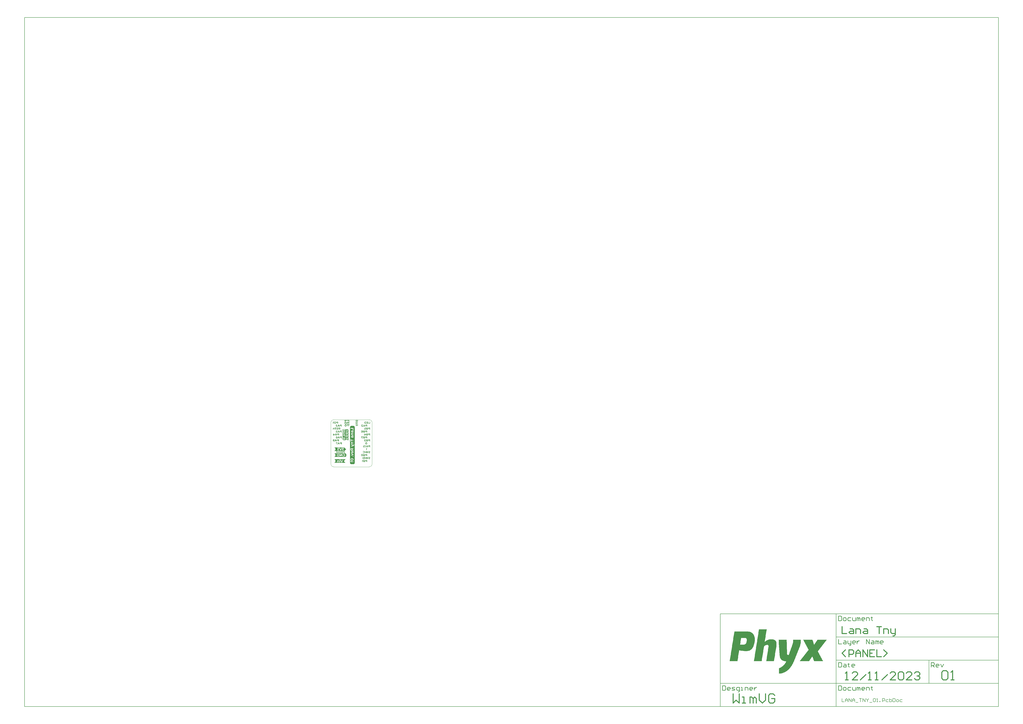
<source format=gbo>
G04*
G04 #@! TF.GenerationSoftware,Altium Limited,Altium Designer,23.10.1 (27)*
G04*
G04 Layer_Color=32896*
%FSLAX25Y25*%
%MOIN*%
G70*
G04*
G04 #@! TF.SameCoordinates,194C9E44-5DED-4EF5-99F0-288BDC966464*
G04*
G04*
G04 #@! TF.FilePolarity,Positive*
G04*
G01*
G75*
%ADD10C,0.00984*%
%ADD11C,0.00394*%
%ADD13C,0.00787*%
%ADD16C,0.01575*%
%ADD69R,0.02000X0.05906*%
G36*
X31017Y76659D02*
X30362D01*
Y78408D01*
X27532D01*
Y79216D01*
X31017D01*
Y76659D01*
D02*
G37*
G36*
X26777Y78408D02*
X25817D01*
Y77705D01*
X25814Y77619D01*
X25811Y77537D01*
X25804Y77457D01*
X25795Y77384D01*
X25782Y77314D01*
X25769Y77247D01*
X25757Y77184D01*
X25741Y77130D01*
X25728Y77079D01*
X25715Y77034D01*
X25703Y76993D01*
X25690Y76961D01*
X25680Y76936D01*
X25674Y76917D01*
X25668Y76904D01*
Y76901D01*
X25639Y76837D01*
X25604Y76780D01*
X25569Y76726D01*
X25534Y76675D01*
X25499Y76627D01*
X25461Y76586D01*
X25426Y76545D01*
X25391Y76510D01*
X25359Y76481D01*
X25327Y76452D01*
X25299Y76430D01*
X25276Y76411D01*
X25257Y76395D01*
X25242Y76386D01*
X25232Y76379D01*
X25229Y76376D01*
X25175Y76344D01*
X25117Y76316D01*
X25060Y76290D01*
X25003Y76268D01*
X24946Y76252D01*
X24892Y76236D01*
X24838Y76223D01*
X24787Y76214D01*
X24739Y76208D01*
X24695Y76201D01*
X24656Y76198D01*
X24621Y76195D01*
X24596Y76192D01*
X24574D01*
X24561D01*
X24558D01*
X24485Y76195D01*
X24418Y76198D01*
X24351Y76208D01*
X24291Y76220D01*
X24230Y76233D01*
X24176Y76249D01*
X24122Y76268D01*
X24078Y76284D01*
X24033Y76300D01*
X23998Y76319D01*
X23963Y76335D01*
X23938Y76347D01*
X23915Y76360D01*
X23900Y76367D01*
X23890Y76373D01*
X23887Y76376D01*
X23836Y76411D01*
X23785Y76452D01*
X23741Y76494D01*
X23696Y76535D01*
X23658Y76579D01*
X23623Y76624D01*
X23588Y76665D01*
X23559Y76707D01*
X23534Y76748D01*
X23512Y76783D01*
X23493Y76815D01*
X23477Y76844D01*
X23464Y76869D01*
X23454Y76885D01*
X23451Y76898D01*
X23448Y76901D01*
X23419Y76964D01*
X23397Y77034D01*
X23375Y77101D01*
X23359Y77171D01*
X23330Y77305D01*
X23321Y77368D01*
X23311Y77432D01*
X23305Y77489D01*
X23302Y77540D01*
X23295Y77588D01*
Y77626D01*
X23292Y77661D01*
Y79216D01*
X26777D01*
Y78408D01*
D02*
G37*
G36*
X45743Y77529D02*
X45739Y77405D01*
X45733Y77287D01*
X45720Y77179D01*
X45704Y77077D01*
X45685Y76985D01*
X45666Y76899D01*
X45644Y76823D01*
X45619Y76753D01*
X45596Y76693D01*
X45574Y76639D01*
X45555Y76594D01*
X45536Y76556D01*
X45520Y76527D01*
X45507Y76505D01*
X45501Y76492D01*
X45498Y76489D01*
X45450Y76425D01*
X45396Y76371D01*
X45342Y76324D01*
X45281Y76282D01*
X45224Y76247D01*
X45164Y76219D01*
X45107Y76196D01*
X45053Y76177D01*
X44998Y76161D01*
X44951Y76152D01*
X44906Y76143D01*
X44868Y76139D01*
X44836Y76136D01*
X44811Y76133D01*
X44798D01*
X44792D01*
X44731Y76136D01*
X44677Y76139D01*
X44572Y76158D01*
X44525Y76171D01*
X44477Y76187D01*
X44436Y76203D01*
X44401Y76219D01*
X44366Y76235D01*
X44334Y76251D01*
X44308Y76263D01*
X44286Y76279D01*
X44270Y76289D01*
X44258Y76298D01*
X44251Y76301D01*
X44248Y76305D01*
X44172Y76375D01*
X44105Y76448D01*
X44051Y76527D01*
X44006Y76600D01*
X43987Y76635D01*
X43971Y76667D01*
X43959Y76699D01*
X43949Y76721D01*
X43940Y76744D01*
X43933Y76759D01*
X43930Y76769D01*
Y76772D01*
X43882Y76696D01*
X43832Y76626D01*
X43781Y76569D01*
X43730Y76521D01*
X43685Y76483D01*
X43650Y76454D01*
X43637Y76445D01*
X43628Y76438D01*
X43622Y76432D01*
X43618D01*
X43542Y76390D01*
X43463Y76359D01*
X43386Y76336D01*
X43316Y76324D01*
X43284Y76317D01*
X43256Y76314D01*
X43227Y76311D01*
X43205D01*
X43189Y76308D01*
X43176D01*
X43167D01*
X43164D01*
X43087Y76311D01*
X43014Y76324D01*
X42947Y76340D01*
X42884Y76362D01*
X42827Y76387D01*
X42772Y76416D01*
X42722Y76445D01*
X42677Y76476D01*
X42636Y76508D01*
X42601Y76540D01*
X42572Y76569D01*
X42547Y76594D01*
X42528Y76616D01*
X42515Y76632D01*
X42505Y76645D01*
X42502Y76648D01*
X42458Y76715D01*
X42423Y76788D01*
X42388Y76864D01*
X42359Y76944D01*
X42337Y77026D01*
X42318Y77106D01*
X42302Y77189D01*
X42289Y77265D01*
X42276Y77338D01*
X42270Y77408D01*
X42264Y77469D01*
X42261Y77523D01*
X42257Y77567D01*
Y79332D01*
X45743D01*
Y77529D01*
D02*
G37*
G36*
X31017Y73508D02*
X30371D01*
Y75403D01*
X29564D01*
Y73784D01*
X28937D01*
Y75403D01*
X28181D01*
Y73571D01*
X27532D01*
Y76208D01*
X31017D01*
Y73508D01*
D02*
G37*
G36*
X66610Y73257D02*
X64053D01*
Y73912D01*
X65802D01*
Y76743D01*
X66610D01*
Y73257D01*
D02*
G37*
G36*
X12282D02*
X11474D01*
Y74218D01*
X10771D01*
X10685Y74221D01*
X10603Y74224D01*
X10523Y74230D01*
X10450Y74240D01*
X10380Y74253D01*
X10313Y74265D01*
X10250Y74278D01*
X10196Y74294D01*
X10145Y74307D01*
X10100Y74319D01*
X10059Y74332D01*
X10027Y74345D01*
X10002Y74354D01*
X9983Y74361D01*
X9970Y74367D01*
X9967D01*
X9903Y74396D01*
X9846Y74431D01*
X9792Y74466D01*
X9741Y74501D01*
X9693Y74536D01*
X9652Y74574D01*
X9611Y74609D01*
X9576Y74644D01*
X9547Y74676D01*
X9518Y74707D01*
X9496Y74736D01*
X9477Y74758D01*
X9461Y74777D01*
X9452Y74793D01*
X9445Y74803D01*
X9442Y74806D01*
X9410Y74860D01*
X9382Y74917D01*
X9356Y74975D01*
X9334Y75032D01*
X9318Y75089D01*
X9302Y75143D01*
X9289Y75197D01*
X9280Y75248D01*
X9273Y75296D01*
X9267Y75340D01*
X9264Y75378D01*
X9261Y75413D01*
X9258Y75439D01*
Y75461D01*
Y75474D01*
Y75477D01*
X9261Y75550D01*
X9264Y75617D01*
X9273Y75684D01*
X9286Y75744D01*
X9299Y75805D01*
X9315Y75859D01*
X9334Y75913D01*
X9350Y75957D01*
X9366Y76002D01*
X9385Y76037D01*
X9401Y76072D01*
X9413Y76097D01*
X9426Y76119D01*
X9432Y76135D01*
X9439Y76145D01*
X9442Y76148D01*
X9477Y76199D01*
X9518Y76250D01*
X9560Y76294D01*
X9601Y76339D01*
X9646Y76377D01*
X9690Y76412D01*
X9731Y76447D01*
X9773Y76476D01*
X9814Y76501D01*
X9849Y76523D01*
X9881Y76542D01*
X9910Y76558D01*
X9935Y76571D01*
X9951Y76581D01*
X9964Y76584D01*
X9967Y76587D01*
X10030Y76615D01*
X10100Y76638D01*
X10167Y76660D01*
X10237Y76676D01*
X10371Y76705D01*
X10434Y76714D01*
X10498Y76724D01*
X10555Y76730D01*
X10606Y76733D01*
X10654Y76740D01*
X10692D01*
X10727Y76743D01*
X12282D01*
Y73257D01*
D02*
G37*
G36*
X63601D02*
X60901D01*
Y73903D01*
X62797D01*
Y74711D01*
X61178D01*
Y75337D01*
X62797D01*
Y76094D01*
X60965D01*
Y76743D01*
X63601D01*
Y73257D01*
D02*
G37*
G36*
X60259D02*
X58675D01*
X58570Y73260D01*
X58469Y73267D01*
X58370Y73276D01*
X58278Y73292D01*
X58189Y73308D01*
X58106Y73327D01*
X58030Y73346D01*
X57960Y73365D01*
X57896Y73385D01*
X57839Y73407D01*
X57788Y73423D01*
X57747Y73439D01*
X57715Y73454D01*
X57690Y73464D01*
X57677Y73470D01*
X57670Y73474D01*
X57591Y73515D01*
X57515Y73563D01*
X57445Y73610D01*
X57381Y73661D01*
X57321Y73709D01*
X57263Y73760D01*
X57213Y73811D01*
X57168Y73858D01*
X57127Y73903D01*
X57092Y73947D01*
X57063Y73982D01*
X57038Y74017D01*
X57019Y74043D01*
X57006Y74065D01*
X56996Y74078D01*
X56993Y74081D01*
X56952Y74157D01*
X56914Y74234D01*
X56882Y74313D01*
X56853Y74393D01*
X56831Y74469D01*
X56812Y74545D01*
X56793Y74618D01*
X56780Y74688D01*
X56771Y74755D01*
X56764Y74812D01*
X56758Y74866D01*
X56755Y74911D01*
X56752Y74949D01*
Y74978D01*
Y74994D01*
Y75000D01*
X56755Y75095D01*
X56761Y75188D01*
X56774Y75277D01*
X56790Y75362D01*
X56809Y75442D01*
X56828Y75518D01*
X56850Y75588D01*
X56872Y75652D01*
X56895Y75709D01*
X56917Y75760D01*
X56936Y75805D01*
X56955Y75843D01*
X56971Y75875D01*
X56984Y75894D01*
X56990Y75910D01*
X56993Y75913D01*
X57041Y75986D01*
X57092Y76053D01*
X57146Y76116D01*
X57200Y76173D01*
X57257Y76231D01*
X57314Y76278D01*
X57368Y76326D01*
X57423Y76367D01*
X57473Y76402D01*
X57521Y76434D01*
X57562Y76460D01*
X57597Y76482D01*
X57629Y76501D01*
X57651Y76514D01*
X57664Y76520D01*
X57670Y76523D01*
X57753Y76561D01*
X57839Y76596D01*
X57925Y76625D01*
X58011Y76650D01*
X58097Y76673D01*
X58179Y76689D01*
X58259Y76705D01*
X58335Y76714D01*
X58408Y76724D01*
X58472Y76730D01*
X58529Y76736D01*
X58580Y76740D01*
X58621Y76743D01*
X60259D01*
Y73257D01*
D02*
G37*
G36*
X8637D02*
X7054D01*
X6949Y73260D01*
X6847Y73267D01*
X6749Y73276D01*
X6656Y73292D01*
X6567Y73308D01*
X6485Y73327D01*
X6408Y73346D01*
X6338Y73365D01*
X6275Y73385D01*
X6217Y73407D01*
X6167Y73423D01*
X6125Y73439D01*
X6094Y73454D01*
X6068Y73464D01*
X6055Y73470D01*
X6049Y73474D01*
X5970Y73515D01*
X5893Y73563D01*
X5823Y73610D01*
X5760Y73661D01*
X5699Y73709D01*
X5642Y73760D01*
X5591Y73811D01*
X5547Y73858D01*
X5505Y73903D01*
X5470Y73947D01*
X5442Y73982D01*
X5416Y74017D01*
X5397Y74043D01*
X5384Y74065D01*
X5375Y74078D01*
X5372Y74081D01*
X5330Y74157D01*
X5292Y74234D01*
X5260Y74313D01*
X5232Y74393D01*
X5209Y74469D01*
X5190Y74545D01*
X5171Y74618D01*
X5159Y74688D01*
X5149Y74755D01*
X5143Y74812D01*
X5136Y74866D01*
X5133Y74911D01*
X5130Y74949D01*
Y74978D01*
Y74994D01*
Y75000D01*
X5133Y75095D01*
X5139Y75188D01*
X5152Y75277D01*
X5168Y75362D01*
X5187Y75442D01*
X5206Y75518D01*
X5229Y75588D01*
X5251Y75652D01*
X5273Y75709D01*
X5295Y75760D01*
X5314Y75805D01*
X5333Y75843D01*
X5349Y75875D01*
X5362Y75894D01*
X5368Y75910D01*
X5372Y75913D01*
X5419Y75986D01*
X5470Y76053D01*
X5524Y76116D01*
X5578Y76173D01*
X5636Y76231D01*
X5693Y76278D01*
X5747Y76326D01*
X5801Y76367D01*
X5852Y76402D01*
X5900Y76434D01*
X5941Y76460D01*
X5976Y76482D01*
X6008Y76501D01*
X6030Y76514D01*
X6043Y76520D01*
X6049Y76523D01*
X6132Y76561D01*
X6217Y76596D01*
X6303Y76625D01*
X6389Y76650D01*
X6475Y76673D01*
X6558Y76689D01*
X6637Y76705D01*
X6714Y76714D01*
X6787Y76724D01*
X6850Y76730D01*
X6908Y76736D01*
X6959Y76740D01*
X7000Y76743D01*
X8637D01*
Y73257D01*
D02*
G37*
G36*
X4901Y76094D02*
X4201D01*
Y73257D01*
X3397D01*
Y76743D01*
X4901D01*
Y76094D01*
D02*
G37*
G36*
X42916Y74797D02*
X45743D01*
Y73993D01*
X42916D01*
Y72877D01*
X42257D01*
Y75914D01*
X42916D01*
Y74797D01*
D02*
G37*
G36*
X26777Y73988D02*
X26774Y73883D01*
X26768Y73781D01*
X26758Y73683D01*
X26743Y73590D01*
X26727Y73501D01*
X26708Y73419D01*
X26688Y73342D01*
X26669Y73272D01*
X26650Y73209D01*
X26628Y73151D01*
X26612Y73101D01*
X26596Y73059D01*
X26580Y73027D01*
X26571Y73002D01*
X26564Y72989D01*
X26561Y72983D01*
X26520Y72903D01*
X26472Y72827D01*
X26425Y72757D01*
X26374Y72694D01*
X26326Y72633D01*
X26275Y72576D01*
X26224Y72525D01*
X26176Y72480D01*
X26132Y72439D01*
X26087Y72404D01*
X26052Y72376D01*
X26017Y72350D01*
X25992Y72331D01*
X25970Y72318D01*
X25957Y72309D01*
X25954Y72306D01*
X25877Y72264D01*
X25801Y72226D01*
X25722Y72194D01*
X25642Y72166D01*
X25566Y72143D01*
X25490Y72124D01*
X25416Y72105D01*
X25346Y72093D01*
X25280Y72083D01*
X25222Y72077D01*
X25168Y72070D01*
X25124Y72067D01*
X25086Y72064D01*
X25057D01*
X25041D01*
X25035D01*
X24939Y72067D01*
X24847Y72074D01*
X24758Y72086D01*
X24672Y72102D01*
X24593Y72121D01*
X24517Y72140D01*
X24446Y72162D01*
X24383Y72185D01*
X24326Y72207D01*
X24275Y72229D01*
X24230Y72248D01*
X24192Y72267D01*
X24160Y72283D01*
X24141Y72296D01*
X24125Y72302D01*
X24122Y72306D01*
X24049Y72353D01*
X23982Y72404D01*
X23919Y72458D01*
X23861Y72512D01*
X23804Y72570D01*
X23756Y72627D01*
X23709Y72681D01*
X23667Y72735D01*
X23632Y72786D01*
X23601Y72834D01*
X23575Y72875D01*
X23553Y72910D01*
X23534Y72942D01*
X23521Y72964D01*
X23515Y72977D01*
X23512Y72983D01*
X23473Y73066D01*
X23438Y73151D01*
X23410Y73237D01*
X23384Y73323D01*
X23362Y73409D01*
X23346Y73492D01*
X23330Y73571D01*
X23321Y73648D01*
X23311Y73721D01*
X23305Y73784D01*
X23299Y73842D01*
X23295Y73892D01*
X23292Y73934D01*
Y75572D01*
X26777D01*
Y73988D01*
D02*
G37*
G36*
X53259Y71768D02*
X53342Y71765D01*
X53421Y71755D01*
X53494Y71746D01*
X53567Y71733D01*
X53634Y71717D01*
X53698Y71701D01*
X53755Y71685D01*
X53809Y71670D01*
X53857Y71654D01*
X53895Y71641D01*
X53930Y71625D01*
X53958Y71615D01*
X53978Y71606D01*
X53990Y71603D01*
X53993Y71600D01*
X54060Y71565D01*
X54121Y71530D01*
X54178Y71491D01*
X54232Y71453D01*
X54283Y71415D01*
X54330Y71374D01*
X54372Y71336D01*
X54410Y71297D01*
X54442Y71263D01*
X54474Y71231D01*
X54499Y71202D01*
X54518Y71177D01*
X54534Y71154D01*
X54547Y71138D01*
X54553Y71129D01*
X54556Y71126D01*
X53968Y70747D01*
X53920Y70808D01*
X53866Y70862D01*
X53815Y70906D01*
X53768Y70944D01*
X53723Y70973D01*
X53691Y70992D01*
X53679Y70999D01*
X53669Y71005D01*
X53663Y71008D01*
X53659D01*
X53589Y71037D01*
X53516Y71059D01*
X53446Y71075D01*
X53383Y71087D01*
X53329Y71094D01*
X53303D01*
X53284Y71097D01*
X53246D01*
X53151Y71091D01*
X53065Y71078D01*
X53030Y71072D01*
X52995Y71062D01*
X52963Y71049D01*
X52938Y71040D01*
X52912Y71030D01*
X52890Y71018D01*
X52874Y71008D01*
X52858Y71002D01*
X52849Y70992D01*
X52839Y70989D01*
X52833Y70983D01*
X52807Y70960D01*
X52785Y70938D01*
X52750Y70884D01*
X52725Y70833D01*
X52709Y70779D01*
X52696Y70735D01*
X52693Y70696D01*
X52690Y70680D01*
Y70671D01*
Y70665D01*
Y70661D01*
X52693Y70607D01*
X52702Y70556D01*
X52715Y70506D01*
X52728Y70461D01*
X52741Y70423D01*
X52753Y70394D01*
X52763Y70375D01*
X52766Y70372D01*
Y70369D01*
X52782Y70340D01*
X52798Y70312D01*
X52842Y70251D01*
X52890Y70194D01*
X52938Y70140D01*
X52982Y70092D01*
X53001Y70070D01*
X53017Y70054D01*
X53033Y70038D01*
X53043Y70029D01*
X53049Y70022D01*
X53052Y70019D01*
X54397Y68750D01*
Y68229D01*
X51761D01*
Y68884D01*
X53262D01*
X52461Y69641D01*
X52400Y69701D01*
X52343Y69755D01*
X52289Y69812D01*
X52244Y69863D01*
X52200Y69914D01*
X52162Y69959D01*
X52130Y70003D01*
X52098Y70044D01*
X52073Y70079D01*
X52054Y70111D01*
X52034Y70140D01*
X52022Y70162D01*
X52009Y70181D01*
X52003Y70194D01*
X51996Y70204D01*
Y70207D01*
X51955Y70302D01*
X51926Y70398D01*
X51904Y70486D01*
X51891Y70569D01*
X51885Y70604D01*
X51882Y70639D01*
X51879Y70668D01*
Y70693D01*
X51876Y70712D01*
Y70728D01*
Y70738D01*
Y70741D01*
X51879Y70798D01*
X51882Y70855D01*
X51901Y70960D01*
X51914Y71008D01*
X51926Y71053D01*
X51942Y71094D01*
X51955Y71132D01*
X51971Y71167D01*
X51987Y71199D01*
X51999Y71224D01*
X52012Y71247D01*
X52022Y71266D01*
X52031Y71278D01*
X52034Y71285D01*
X52038Y71288D01*
X52105Y71371D01*
X52178Y71441D01*
X52254Y71504D01*
X52327Y71552D01*
X52391Y71593D01*
X52419Y71609D01*
X52445Y71622D01*
X52464Y71631D01*
X52480Y71638D01*
X52489Y71644D01*
X52492D01*
X52604Y71685D01*
X52721Y71717D01*
X52836Y71739D01*
X52890Y71749D01*
X52941Y71755D01*
X52988Y71762D01*
X53033Y71765D01*
X53074Y71768D01*
X53106D01*
X53135Y71771D01*
X53173D01*
X53259Y71768D01*
D02*
G37*
G36*
X44105Y72657D02*
X44203Y72651D01*
X44299Y72641D01*
X44388Y72632D01*
X44474Y72616D01*
X44553Y72600D01*
X44630Y72584D01*
X44696Y72565D01*
X44757Y72546D01*
X44811Y72530D01*
X44859Y72514D01*
X44897Y72498D01*
X44929Y72489D01*
X44951Y72479D01*
X44963Y72473D01*
X44970Y72470D01*
X45043Y72431D01*
X45113Y72393D01*
X45177Y72349D01*
X45237Y72307D01*
X45294Y72263D01*
X45345Y72218D01*
X45390Y72177D01*
X45431Y72132D01*
X45469Y72094D01*
X45501Y72059D01*
X45530Y72024D01*
X45549Y71996D01*
X45568Y71974D01*
X45581Y71958D01*
X45587Y71945D01*
X45590Y71942D01*
X45628Y71878D01*
X45660Y71811D01*
X45689Y71745D01*
X45711Y71678D01*
X45733Y71611D01*
X45749Y71547D01*
X45762Y71487D01*
X45774Y71426D01*
X45781Y71372D01*
X45787Y71325D01*
X45794Y71280D01*
X45797Y71242D01*
X45800Y71210D01*
Y71169D01*
X45797Y71089D01*
X45790Y71010D01*
X45781Y70937D01*
X45768Y70864D01*
X45752Y70797D01*
X45733Y70733D01*
X45714Y70673D01*
X45695Y70619D01*
X45676Y70571D01*
X45657Y70527D01*
X45638Y70488D01*
X45622Y70457D01*
X45609Y70431D01*
X45599Y70412D01*
X45593Y70399D01*
X45590Y70396D01*
X45549Y70333D01*
X45501Y70275D01*
X45453Y70221D01*
X45402Y70170D01*
X45351Y70123D01*
X45301Y70078D01*
X45250Y70040D01*
X45199Y70002D01*
X45154Y69970D01*
X45110Y69945D01*
X45072Y69919D01*
X45037Y69900D01*
X45008Y69884D01*
X44989Y69875D01*
X44973Y69868D01*
X44970Y69865D01*
X44890Y69830D01*
X44811Y69801D01*
X44728Y69776D01*
X44646Y69754D01*
X44566Y69735D01*
X44483Y69722D01*
X44407Y69709D01*
X44331Y69697D01*
X44264Y69690D01*
X44200Y69684D01*
X44143Y69681D01*
X44095Y69678D01*
X44054Y69674D01*
X44025D01*
X44006D01*
X44000D01*
X43895Y69678D01*
X43797Y69684D01*
X43701Y69693D01*
X43612Y69703D01*
X43526Y69719D01*
X43447Y69735D01*
X43374Y69751D01*
X43307Y69770D01*
X43243Y69789D01*
X43189Y69805D01*
X43145Y69821D01*
X43106Y69836D01*
X43075Y69846D01*
X43052Y69856D01*
X43036Y69862D01*
X43033Y69865D01*
X42960Y69903D01*
X42890Y69942D01*
X42823Y69986D01*
X42763Y70027D01*
X42709Y70072D01*
X42658Y70116D01*
X42610Y70161D01*
X42569Y70202D01*
X42534Y70240D01*
X42502Y70279D01*
X42474Y70310D01*
X42451Y70339D01*
X42435Y70364D01*
X42423Y70380D01*
X42416Y70393D01*
X42413Y70396D01*
X42375Y70460D01*
X42343Y70527D01*
X42315Y70593D01*
X42289Y70660D01*
X42270Y70724D01*
X42251Y70787D01*
X42238Y70851D01*
X42226Y70908D01*
X42219Y70962D01*
X42213Y71013D01*
X42206Y71058D01*
X42203Y71096D01*
X42200Y71128D01*
Y71169D01*
X42203Y71248D01*
X42210Y71325D01*
X42219Y71401D01*
X42232Y71471D01*
X42251Y71541D01*
X42267Y71605D01*
X42286Y71662D01*
X42305Y71716D01*
X42327Y71767D01*
X42346Y71811D01*
X42362Y71850D01*
X42378Y71881D01*
X42394Y71907D01*
X42404Y71926D01*
X42410Y71939D01*
X42413Y71942D01*
X42454Y72002D01*
X42502Y72062D01*
X42550Y72117D01*
X42601Y72167D01*
X42652Y72212D01*
X42703Y72256D01*
X42753Y72298D01*
X42804Y72333D01*
X42849Y72365D01*
X42893Y72390D01*
X42932Y72416D01*
X42966Y72435D01*
X42995Y72451D01*
X43014Y72460D01*
X43030Y72466D01*
X43033Y72470D01*
X43110Y72505D01*
X43189Y72533D01*
X43272Y72559D01*
X43354Y72581D01*
X43437Y72597D01*
X43517Y72613D01*
X43593Y72625D01*
X43669Y72635D01*
X43736Y72645D01*
X43800Y72651D01*
X43857Y72654D01*
X43905Y72657D01*
X43946Y72660D01*
X43975D01*
X43994D01*
X43997D01*
X44000D01*
X44105Y72657D01*
D02*
G37*
G36*
X39413Y69119D02*
X40117Y68416D01*
X40497Y67497D01*
X40497Y67000D01*
X40497D01*
Y7000D01*
X32497D01*
Y67000D01*
X32497D01*
Y67497D01*
X32878Y68416D01*
X33581Y69119D01*
X34500Y69500D01*
X34997Y69500D01*
X34997Y69500D01*
X37997Y69500D01*
X38495Y69500D01*
X39413Y69119D01*
D02*
G37*
G36*
X31017Y71282D02*
X31014Y71177D01*
X31008Y71075D01*
X30998Y70976D01*
X30982Y70884D01*
X30966Y70795D01*
X30947Y70712D01*
X30928Y70636D01*
X30909Y70566D01*
X30890Y70503D01*
X30868Y70445D01*
X30852Y70394D01*
X30836Y70353D01*
X30820Y70321D01*
X30810Y70296D01*
X30804Y70283D01*
X30801Y70277D01*
X30759Y70197D01*
X30712Y70121D01*
X30664Y70051D01*
X30613Y69987D01*
X30566Y69927D01*
X30515Y69870D01*
X30464Y69819D01*
X30416Y69774D01*
X30371Y69733D01*
X30327Y69698D01*
X30292Y69669D01*
X30257Y69644D01*
X30232Y69625D01*
X30209Y69612D01*
X30197Y69603D01*
X30193Y69599D01*
X30117Y69558D01*
X30041Y69520D01*
X29961Y69488D01*
X29882Y69459D01*
X29805Y69437D01*
X29729Y69418D01*
X29656Y69399D01*
X29586Y69386D01*
X29519Y69377D01*
X29462Y69371D01*
X29408Y69364D01*
X29363Y69361D01*
X29325Y69358D01*
X29297D01*
X29281D01*
X29274D01*
X29179Y69361D01*
X29087Y69367D01*
X28998Y69380D01*
X28912Y69396D01*
X28832Y69415D01*
X28756Y69434D01*
X28686Y69456D01*
X28622Y69479D01*
X28565Y69501D01*
X28514Y69523D01*
X28470Y69542D01*
X28432Y69561D01*
X28400Y69577D01*
X28381Y69590D01*
X28365Y69596D01*
X28362Y69599D01*
X28289Y69647D01*
X28222Y69698D01*
X28158Y69752D01*
X28101Y69806D01*
X28044Y69863D01*
X27996Y69921D01*
X27948Y69975D01*
X27907Y70029D01*
X27872Y70080D01*
X27840Y70127D01*
X27815Y70169D01*
X27793Y70204D01*
X27773Y70235D01*
X27761Y70258D01*
X27754Y70270D01*
X27751Y70277D01*
X27713Y70359D01*
X27678Y70445D01*
X27649Y70531D01*
X27624Y70617D01*
X27602Y70703D01*
X27586Y70786D01*
X27570Y70865D01*
X27560Y70941D01*
X27551Y71014D01*
X27545Y71078D01*
X27538Y71135D01*
X27535Y71186D01*
X27532Y71228D01*
Y72865D01*
X31017D01*
Y71282D01*
D02*
G37*
G36*
X25140Y71670D02*
X25238Y71663D01*
X25334Y71654D01*
X25423Y71644D01*
X25509Y71628D01*
X25588Y71612D01*
X25664Y71596D01*
X25731Y71577D01*
X25792Y71558D01*
X25846Y71542D01*
X25893Y71526D01*
X25932Y71511D01*
X25963Y71501D01*
X25986Y71491D01*
X25998Y71485D01*
X26005Y71482D01*
X26078Y71444D01*
X26148Y71406D01*
X26211Y71361D01*
X26272Y71320D01*
X26329Y71275D01*
X26380Y71231D01*
X26425Y71189D01*
X26466Y71145D01*
X26504Y71107D01*
X26536Y71072D01*
X26564Y71037D01*
X26583Y71008D01*
X26603Y70986D01*
X26615Y70970D01*
X26622Y70957D01*
X26625Y70954D01*
X26663Y70890D01*
X26695Y70824D01*
X26723Y70757D01*
X26746Y70690D01*
X26768Y70623D01*
X26784Y70560D01*
X26796Y70499D01*
X26809Y70439D01*
X26816Y70385D01*
X26822Y70337D01*
X26828Y70293D01*
X26831Y70254D01*
X26835Y70223D01*
Y70181D01*
X26831Y70102D01*
X26825Y70022D01*
X26816Y69949D01*
X26803Y69876D01*
X26787Y69809D01*
X26768Y69746D01*
X26749Y69685D01*
X26730Y69631D01*
X26711Y69583D01*
X26692Y69539D01*
X26673Y69501D01*
X26657Y69469D01*
X26644Y69444D01*
X26634Y69424D01*
X26628Y69412D01*
X26625Y69409D01*
X26583Y69345D01*
X26536Y69288D01*
X26488Y69234D01*
X26437Y69183D01*
X26386Y69135D01*
X26335Y69091D01*
X26285Y69052D01*
X26234Y69014D01*
X26189Y68982D01*
X26145Y68957D01*
X26107Y68932D01*
X26072Y68913D01*
X26043Y68897D01*
X26024Y68887D01*
X26008Y68881D01*
X26005Y68878D01*
X25925Y68843D01*
X25846Y68814D01*
X25763Y68788D01*
X25680Y68766D01*
X25601Y68747D01*
X25518Y68735D01*
X25442Y68722D01*
X25365Y68709D01*
X25299Y68703D01*
X25235Y68696D01*
X25178Y68693D01*
X25130Y68690D01*
X25089Y68687D01*
X25060D01*
X25041D01*
X25035D01*
X24930Y68690D01*
X24831Y68696D01*
X24736Y68706D01*
X24647Y68715D01*
X24561Y68731D01*
X24482Y68747D01*
X24408Y68763D01*
X24342Y68782D01*
X24278Y68801D01*
X24224Y68817D01*
X24179Y68833D01*
X24141Y68849D01*
X24109Y68858D01*
X24087Y68868D01*
X24071Y68874D01*
X24068Y68878D01*
X23995Y68916D01*
X23925Y68954D01*
X23858Y68998D01*
X23798Y69040D01*
X23744Y69084D01*
X23693Y69129D01*
X23645Y69173D01*
X23604Y69215D01*
X23569Y69253D01*
X23537Y69291D01*
X23508Y69323D01*
X23486Y69351D01*
X23470Y69377D01*
X23458Y69393D01*
X23451Y69405D01*
X23448Y69409D01*
X23410Y69472D01*
X23378Y69539D01*
X23349Y69606D01*
X23324Y69673D01*
X23305Y69736D01*
X23286Y69800D01*
X23273Y69863D01*
X23260Y69921D01*
X23254Y69975D01*
X23248Y70025D01*
X23241Y70070D01*
X23238Y70108D01*
X23235Y70140D01*
Y70181D01*
X23238Y70261D01*
X23245Y70337D01*
X23254Y70414D01*
X23267Y70483D01*
X23286Y70553D01*
X23302Y70617D01*
X23321Y70674D01*
X23340Y70728D01*
X23362Y70779D01*
X23381Y70824D01*
X23397Y70862D01*
X23413Y70894D01*
X23429Y70919D01*
X23438Y70938D01*
X23445Y70951D01*
X23448Y70954D01*
X23489Y71014D01*
X23537Y71075D01*
X23585Y71129D01*
X23636Y71180D01*
X23686Y71224D01*
X23737Y71269D01*
X23788Y71310D01*
X23839Y71345D01*
X23884Y71377D01*
X23928Y71403D01*
X23966Y71428D01*
X24001Y71447D01*
X24030Y71463D01*
X24049Y71473D01*
X24065Y71479D01*
X24068Y71482D01*
X24144Y71517D01*
X24224Y71546D01*
X24307Y71571D01*
X24389Y71593D01*
X24472Y71609D01*
X24551Y71625D01*
X24628Y71638D01*
X24704Y71647D01*
X24771Y71657D01*
X24835Y71663D01*
X24892Y71666D01*
X24939Y71670D01*
X24981Y71673D01*
X25009D01*
X25028D01*
X25032D01*
X25035D01*
X25140Y71670D01*
D02*
G37*
G36*
X18214Y68286D02*
X17406D01*
Y69246D01*
X16703D01*
X16617Y69249D01*
X16534Y69253D01*
X16455Y69259D01*
X16382Y69269D01*
X16312Y69281D01*
X16245Y69294D01*
X16182Y69307D01*
X16127Y69323D01*
X16077Y69335D01*
X16032Y69348D01*
X15991Y69361D01*
X15959Y69374D01*
X15934Y69383D01*
X15914Y69389D01*
X15902Y69396D01*
X15899D01*
X15835Y69424D01*
X15778Y69459D01*
X15724Y69494D01*
X15673Y69529D01*
X15625Y69564D01*
X15584Y69603D01*
X15542Y69638D01*
X15507Y69673D01*
X15479Y69704D01*
X15450Y69736D01*
X15428Y69765D01*
X15409Y69787D01*
X15393Y69806D01*
X15383Y69822D01*
X15377Y69831D01*
X15374Y69835D01*
X15342Y69889D01*
X15313Y69946D01*
X15288Y70003D01*
X15266Y70060D01*
X15250Y70118D01*
X15234Y70172D01*
X15221Y70226D01*
X15212Y70277D01*
X15205Y70324D01*
X15199Y70369D01*
X15196Y70407D01*
X15192Y70442D01*
X15189Y70467D01*
Y70490D01*
Y70502D01*
Y70506D01*
X15192Y70579D01*
X15196Y70645D01*
X15205Y70712D01*
X15218Y70773D01*
X15231Y70833D01*
X15247Y70887D01*
X15266Y70941D01*
X15282Y70986D01*
X15297Y71030D01*
X15317Y71065D01*
X15333Y71100D01*
X15345Y71126D01*
X15358Y71148D01*
X15364Y71164D01*
X15371Y71173D01*
X15374Y71177D01*
X15409Y71228D01*
X15450Y71278D01*
X15492Y71323D01*
X15533Y71367D01*
X15577Y71406D01*
X15622Y71441D01*
X15663Y71475D01*
X15705Y71504D01*
X15746Y71530D01*
X15781Y71552D01*
X15813Y71571D01*
X15841Y71587D01*
X15867Y71600D01*
X15883Y71609D01*
X15895Y71612D01*
X15899Y71615D01*
X15962Y71644D01*
X16032Y71666D01*
X16099Y71689D01*
X16169Y71705D01*
X16302Y71733D01*
X16366Y71743D01*
X16430Y71752D01*
X16487Y71759D01*
X16538Y71762D01*
X16585Y71768D01*
X16623D01*
X16658Y71771D01*
X18214D01*
Y68286D01*
D02*
G37*
G36*
X15024D02*
X14200D01*
X13892Y69030D01*
X12273D01*
X11962Y68286D01*
X11116D01*
X12674Y71771D01*
X13472D01*
X15024Y68286D01*
D02*
G37*
G36*
X61610Y68229D02*
X60802D01*
Y69189D01*
X60099D01*
X60013Y69192D01*
X59930Y69195D01*
X59851Y69202D01*
X59778Y69211D01*
X59708Y69224D01*
X59641Y69237D01*
X59578Y69249D01*
X59523Y69265D01*
X59473Y69278D01*
X59428Y69291D01*
X59387Y69304D01*
X59355Y69316D01*
X59329Y69326D01*
X59310Y69332D01*
X59298Y69339D01*
X59294D01*
X59231Y69367D01*
X59174Y69402D01*
X59119Y69437D01*
X59069Y69472D01*
X59021Y69507D01*
X58980Y69545D01*
X58938Y69580D01*
X58903Y69615D01*
X58875Y69647D01*
X58846Y69679D01*
X58824Y69707D01*
X58805Y69730D01*
X58789Y69749D01*
X58779Y69765D01*
X58773Y69774D01*
X58770Y69777D01*
X58738Y69831D01*
X58709Y69889D01*
X58684Y69946D01*
X58662Y70003D01*
X58646Y70060D01*
X58630Y70114D01*
X58617Y70169D01*
X58608Y70219D01*
X58601Y70267D01*
X58595Y70312D01*
X58592Y70350D01*
X58588Y70385D01*
X58585Y70410D01*
Y70433D01*
Y70445D01*
Y70448D01*
X58588Y70521D01*
X58592Y70588D01*
X58601Y70655D01*
X58614Y70715D01*
X58627Y70776D01*
X58643Y70830D01*
X58662Y70884D01*
X58678Y70929D01*
X58693Y70973D01*
X58713Y71008D01*
X58728Y71043D01*
X58741Y71069D01*
X58754Y71091D01*
X58760Y71107D01*
X58767Y71116D01*
X58770Y71119D01*
X58805Y71170D01*
X58846Y71221D01*
X58887Y71266D01*
X58929Y71310D01*
X58973Y71348D01*
X59018Y71383D01*
X59059Y71418D01*
X59101Y71447D01*
X59142Y71472D01*
X59177Y71495D01*
X59209Y71514D01*
X59237Y71530D01*
X59263Y71542D01*
X59279Y71552D01*
X59291Y71555D01*
X59294Y71558D01*
X59358Y71587D01*
X59428Y71609D01*
X59495Y71631D01*
X59565Y71647D01*
X59698Y71676D01*
X59762Y71685D01*
X59825Y71695D01*
X59883Y71701D01*
X59934Y71705D01*
X59981Y71711D01*
X60019D01*
X60054Y71714D01*
X61610D01*
Y68229D01*
D02*
G37*
G36*
X58420D02*
X57596D01*
X57288Y68973D01*
X55669D01*
X55358Y68229D01*
X54512D01*
X56070Y71714D01*
X56868D01*
X58420Y68229D01*
D02*
G37*
G36*
X10995Y71122D02*
X9513D01*
X10229Y70312D01*
Y69777D01*
X9799D01*
X9745Y69774D01*
X9694Y69768D01*
X9643Y69758D01*
X9599Y69749D01*
X9558Y69739D01*
X9481Y69711D01*
X9421Y69679D01*
X9367Y69644D01*
X9322Y69606D01*
X9290Y69564D01*
X9262Y69526D01*
X9243Y69485D01*
X9227Y69450D01*
X9217Y69418D01*
X9211Y69389D01*
X9208Y69370D01*
Y69358D01*
Y69351D01*
X9211Y69313D01*
X9214Y69275D01*
X9236Y69208D01*
X9262Y69151D01*
X9294Y69103D01*
X9329Y69065D01*
X9354Y69040D01*
X9376Y69024D01*
X9380Y69017D01*
X9383D01*
X9453Y68979D01*
X9532Y68951D01*
X9612Y68932D01*
X9688Y68919D01*
X9723Y68912D01*
X9755Y68909D01*
X9783Y68906D01*
X9809D01*
X9831Y68903D01*
X9860D01*
X9961Y68906D01*
X10060Y68916D01*
X10149Y68928D01*
X10190Y68935D01*
X10232Y68944D01*
X10267Y68951D01*
X10299Y68957D01*
X10327Y68963D01*
X10353Y68970D01*
X10372Y68976D01*
X10384Y68979D01*
X10394Y68982D01*
X10397D01*
X10492Y69017D01*
X10578Y69052D01*
X10658Y69094D01*
X10725Y69129D01*
X10753Y69148D01*
X10779Y69164D01*
X10801Y69176D01*
X10820Y69189D01*
X10836Y69202D01*
X10846Y69208D01*
X10852Y69211D01*
X10855Y69214D01*
X11167Y68598D01*
X11071Y68534D01*
X10970Y68480D01*
X10868Y68432D01*
X10775Y68394D01*
X10731Y68378D01*
X10690Y68362D01*
X10655Y68353D01*
X10626Y68343D01*
X10601Y68334D01*
X10582Y68327D01*
X10569Y68324D01*
X10566D01*
X10432Y68292D01*
X10302Y68270D01*
X10181Y68251D01*
X10124Y68245D01*
X10070Y68241D01*
X10022Y68238D01*
X9977Y68235D01*
X9936Y68232D01*
X9904D01*
X9876Y68229D01*
X9841D01*
X9755Y68232D01*
X9669Y68235D01*
X9589Y68241D01*
X9516Y68254D01*
X9446Y68264D01*
X9380Y68276D01*
X9319Y68292D01*
X9265Y68305D01*
X9214Y68321D01*
X9170Y68334D01*
X9132Y68346D01*
X9100Y68359D01*
X9074Y68369D01*
X9058Y68375D01*
X9046Y68378D01*
X9042Y68381D01*
X8982Y68410D01*
X8928Y68442D01*
X8877Y68477D01*
X8829Y68509D01*
X8785Y68544D01*
X8743Y68578D01*
X8709Y68610D01*
X8677Y68642D01*
X8648Y68671D01*
X8623Y68699D01*
X8604Y68725D01*
X8585Y68747D01*
X8572Y68763D01*
X8562Y68779D01*
X8559Y68785D01*
X8556Y68788D01*
X8527Y68836D01*
X8502Y68887D01*
X8483Y68935D01*
X8464Y68986D01*
X8435Y69081D01*
X8416Y69167D01*
X8410Y69205D01*
X8406Y69240D01*
X8400Y69272D01*
Y69300D01*
X8397Y69323D01*
Y69339D01*
Y69348D01*
Y69351D01*
X8400Y69424D01*
X8406Y69491D01*
X8419Y69558D01*
X8435Y69618D01*
X8454Y69679D01*
X8473Y69733D01*
X8495Y69781D01*
X8518Y69828D01*
X8543Y69870D01*
X8565Y69905D01*
X8585Y69936D01*
X8604Y69962D01*
X8619Y69981D01*
X8632Y69997D01*
X8639Y70006D01*
X8642Y70009D01*
X8689Y70057D01*
X8740Y70102D01*
X8794Y70140D01*
X8852Y70175D01*
X8912Y70207D01*
X8969Y70235D01*
X9026Y70258D01*
X9081Y70280D01*
X9135Y70299D01*
X9182Y70312D01*
X9227Y70324D01*
X9265Y70334D01*
X9297Y70340D01*
X9322Y70347D01*
X9335Y70350D01*
X9341D01*
X8556Y71247D01*
Y71771D01*
X10995D01*
Y71122D01*
D02*
G37*
G36*
X28639Y64033D02*
X28667D01*
Y64060D01*
X28694D01*
Y64033D01*
X28722D01*
X28722Y64060D01*
X28750D01*
Y63534D01*
X28778D01*
X28805Y63534D01*
X28833Y63534D01*
Y63507D01*
X28861D01*
X28861Y63534D01*
X28999D01*
X29027Y63534D01*
X29054Y63534D01*
X29276D01*
Y63507D01*
X29248D01*
X29248Y63479D01*
X29276D01*
Y63451D01*
X29248Y63451D01*
Y63424D01*
X29276D01*
Y63396D01*
X29248D01*
X29248Y63368D01*
X29276D01*
Y63340D01*
X29248D01*
X29248Y63313D01*
X29276D01*
Y63285D01*
X29248D01*
Y63257D01*
X29276D01*
Y63230D01*
X29248D01*
Y63202D01*
X29276D01*
Y63174D01*
X29248D01*
Y63147D01*
X29276D01*
Y63119D01*
X29248D01*
X29248Y63091D01*
X29276Y63091D01*
Y63064D01*
X29248Y63064D01*
X29248Y63036D01*
X29276D01*
X29276Y63008D01*
X29304D01*
Y62981D01*
X29331D01*
X29331Y63008D01*
X29359D01*
Y62981D01*
X29387Y62981D01*
Y63008D01*
X29414D01*
Y62981D01*
X29442D01*
X29442Y63008D01*
X29470D01*
Y62981D01*
X29497D01*
Y63008D01*
X29525D01*
Y62981D01*
X29553Y62981D01*
Y63008D01*
X29580Y63008D01*
X29580Y62981D01*
X29608Y62981D01*
Y63008D01*
X29636Y63008D01*
Y62981D01*
X29663Y62981D01*
Y63008D01*
X29691Y63008D01*
Y62981D01*
X29719D01*
Y63008D01*
X29746D01*
Y62981D01*
X29774Y62981D01*
Y62953D01*
X29802D01*
X29802Y62925D01*
X29774Y62925D01*
Y62897D01*
X29802D01*
X29802Y62870D01*
X29774Y62870D01*
Y62842D01*
X29802D01*
Y62814D01*
X29774D01*
X29774Y62787D01*
X29802D01*
Y62759D01*
X29774Y62759D01*
Y62731D01*
X29802Y62731D01*
Y62704D01*
X29774Y62704D01*
Y62676D01*
X29802D01*
X29802Y62648D01*
X29774Y62648D01*
Y62621D01*
X29802D01*
Y62593D01*
X29774D01*
Y62565D01*
X29802Y62565D01*
Y62537D01*
X29774Y62538D01*
Y62510D01*
X29802D01*
Y62482D01*
X29774Y62482D01*
Y62454D01*
X29802D01*
X29802Y62427D01*
X29774D01*
X29774Y62399D01*
X29802D01*
Y62371D01*
X29774Y62371D01*
X29774Y62344D01*
X29802D01*
X29802Y62316D01*
X29774D01*
Y62288D01*
X29802D01*
Y62261D01*
X29774Y62261D01*
Y62233D01*
X29802Y62233D01*
Y62205D01*
X29774Y62205D01*
X29774Y62178D01*
X29802D01*
Y62150D01*
X29774D01*
Y62122D01*
X29802D01*
Y62095D01*
X29774D01*
Y62067D01*
X29802Y62067D01*
X29802Y62039D01*
X29774D01*
Y62011D01*
X29802D01*
Y61984D01*
X29774D01*
X29774Y61956D01*
X29802D01*
X29802Y61928D01*
X29774Y61928D01*
Y61901D01*
X29802Y61901D01*
X29802Y61873D01*
X29774D01*
Y61845D01*
X29802D01*
Y61818D01*
X29774D01*
Y61790D01*
X29802D01*
X29802Y61762D01*
X29774Y61762D01*
Y61735D01*
X29802D01*
Y61707D01*
X29774D01*
Y61679D01*
X29802D01*
Y61652D01*
X29774D01*
Y61624D01*
X29802Y61624D01*
Y61596D01*
X29774Y61596D01*
X29774Y61569D01*
X29802D01*
Y61541D01*
X29774D01*
Y61513D01*
X29802D01*
Y61485D01*
X29774D01*
Y61458D01*
X29802D01*
X29802Y61430D01*
X29774D01*
Y61402D01*
X29802Y61402D01*
X29802Y61375D01*
X29774D01*
X29774Y61347D01*
X29802Y61347D01*
Y61319D01*
X29774D01*
Y61292D01*
X29802Y61292D01*
Y61264D01*
X29774Y61264D01*
Y61236D01*
X29802Y61236D01*
Y61209D01*
X29774D01*
Y61181D01*
X29802D01*
Y61153D01*
X29774D01*
X29774Y61126D01*
X29802Y61126D01*
X29802Y61098D01*
X29774D01*
Y61070D01*
X29802D01*
Y61043D01*
X29774D01*
Y61015D01*
X29802Y61015D01*
Y60987D01*
X29774D01*
X29774Y60960D01*
X29802D01*
X29802Y60932D01*
X29774D01*
X29774Y60904D01*
X29802Y60904D01*
Y60877D01*
X29774D01*
Y60849D01*
X29802D01*
Y60821D01*
X29774Y60821D01*
Y60793D01*
X29802D01*
X29802Y60766D01*
X29774D01*
X29774Y60738D01*
X29802D01*
Y60710D01*
X29774Y60710D01*
Y60683D01*
X29802D01*
X29802Y60655D01*
X29774D01*
Y60627D01*
X29802D01*
X29802Y60600D01*
X29774Y60600D01*
Y60572D01*
X29802Y60572D01*
Y60544D01*
X29774D01*
X29774Y60517D01*
X29802D01*
Y60489D01*
X29774Y60489D01*
Y60461D01*
X29802D01*
Y60434D01*
X29774Y60434D01*
Y60406D01*
X29802D01*
Y60378D01*
X29774D01*
Y60351D01*
X29802Y60351D01*
X29802Y60323D01*
X29774D01*
Y60295D01*
X29802D01*
Y60267D01*
X29774D01*
Y60240D01*
X29802D01*
Y60212D01*
X29774Y60212D01*
Y60184D01*
X29802Y60184D01*
X29802Y60157D01*
X29774D01*
Y60129D01*
X29802Y60129D01*
X29802Y60101D01*
X29774Y60101D01*
Y60074D01*
X29802D01*
X29802Y60046D01*
X29774D01*
Y60018D01*
X29802Y60018D01*
X29802Y59991D01*
X29774Y59991D01*
Y59963D01*
X29802D01*
Y59935D01*
X29774Y59935D01*
Y59908D01*
X29802D01*
X29802Y59880D01*
X29774Y59880D01*
Y59852D01*
X29802D01*
Y59825D01*
X29774D01*
Y59797D01*
X29802D01*
X29802Y59769D01*
X29774D01*
Y59741D01*
X29802D01*
Y59714D01*
X29774D01*
Y59686D01*
X29802Y59686D01*
Y59658D01*
X29774D01*
Y59631D01*
X29802Y59631D01*
Y59603D01*
X29774D01*
X29774Y59575D01*
X29802Y59575D01*
X29802Y59548D01*
X29774D01*
Y59520D01*
X29802D01*
Y59492D01*
X29774Y59492D01*
Y59465D01*
X29802D01*
Y59437D01*
X29774Y59437D01*
Y59409D01*
X29802D01*
Y59382D01*
X29774D01*
X29774Y59354D01*
X29802D01*
Y59326D01*
X29276D01*
Y59298D01*
X29248Y59298D01*
X29248Y59271D01*
X29276D01*
X29276Y59243D01*
X29248Y59243D01*
X29248Y59215D01*
X29276D01*
Y59188D01*
X29248D01*
Y59160D01*
X29276Y59160D01*
Y59132D01*
X29248D01*
Y59105D01*
X29276D01*
Y59077D01*
X29248D01*
Y59049D01*
X29276D01*
Y59022D01*
X29248D01*
X29248Y58994D01*
X29276D01*
Y58966D01*
X29248Y58966D01*
X29248Y58938D01*
X29276Y58939D01*
X29276Y58911D01*
X29248D01*
X29248Y58883D01*
X29276D01*
X29276Y58855D01*
X29248Y58855D01*
X29248Y58828D01*
X29276D01*
Y58800D01*
X29248D01*
Y58772D01*
X29276D01*
Y58745D01*
X29248D01*
Y58717D01*
X29276D01*
Y58689D01*
X29248Y58689D01*
X29248Y58662D01*
X29276D01*
Y58634D01*
X29248D01*
X29248Y58606D01*
X29276D01*
Y58579D01*
X29248D01*
Y58551D01*
X29276D01*
X29276Y58523D01*
X29248D01*
Y58496D01*
X29276Y58496D01*
Y58468D01*
X29248Y58468D01*
Y58440D01*
X29276D01*
X29276Y58413D01*
X29248D01*
X29248Y58385D01*
X29276D01*
Y58357D01*
X29248D01*
X29248Y58329D01*
X29276D01*
Y58302D01*
X29248D01*
Y58274D01*
X29774D01*
Y58246D01*
X29802D01*
Y58219D01*
X29774D01*
Y58191D01*
X29802Y58191D01*
Y58163D01*
X29774Y58163D01*
Y58136D01*
X29802Y58136D01*
Y58108D01*
X29774Y58108D01*
Y58080D01*
X29802D01*
Y58053D01*
X29774D01*
Y58025D01*
X29802Y58025D01*
X29802Y57997D01*
X29774Y57997D01*
Y57970D01*
X29802Y57970D01*
X29802Y57942D01*
X29774D01*
Y57914D01*
X29802D01*
Y57886D01*
X29774Y57887D01*
Y57859D01*
X29802D01*
X29802Y57831D01*
X29774D01*
Y57803D01*
X29802D01*
Y57776D01*
X29774D01*
X29774Y57748D01*
X29802D01*
Y57721D01*
X29774D01*
X29774Y57693D01*
X29802Y57693D01*
Y57665D01*
X29774Y57665D01*
Y57637D01*
X29802D01*
Y57610D01*
X29774Y57610D01*
Y57582D01*
X29802D01*
Y57554D01*
X29774D01*
X29774Y57527D01*
X29802D01*
Y57499D01*
X29774Y57499D01*
Y57471D01*
X29802Y57471D01*
Y57444D01*
X29774D01*
Y57416D01*
X29802D01*
Y57388D01*
X29774Y57388D01*
Y57361D01*
X29802Y57361D01*
Y57333D01*
X29774D01*
Y57305D01*
X29802Y57305D01*
Y57278D01*
X29774D01*
Y57250D01*
X29802D01*
Y57222D01*
X29774D01*
Y57195D01*
X29802Y57194D01*
Y57167D01*
X29774Y57167D01*
Y57139D01*
X29802D01*
Y57111D01*
X29774D01*
Y57084D01*
X29802Y57084D01*
X29802Y57056D01*
X29774Y57056D01*
X29774Y57028D01*
X29802Y57028D01*
Y57001D01*
X29774Y57001D01*
Y56973D01*
X29802Y56973D01*
Y56945D01*
X29774D01*
Y56918D01*
X29802Y56918D01*
X29802Y56890D01*
X29774Y56890D01*
Y56862D01*
X29802D01*
Y56835D01*
X29774D01*
Y56807D01*
X29802Y56807D01*
Y56779D01*
X29774Y56779D01*
Y56752D01*
X29802Y56752D01*
Y56724D01*
X29774Y56724D01*
Y56696D01*
X29802D01*
Y56668D01*
X29774Y56668D01*
X29774Y56641D01*
X29802D01*
Y56613D01*
X29774Y56613D01*
Y56585D01*
X29802D01*
X29802Y56558D01*
X29774D01*
Y56530D01*
X29802Y56530D01*
Y56502D01*
X29774Y56502D01*
Y56475D01*
X29802D01*
X29802Y56447D01*
X29774D01*
X29774Y56419D01*
X29802D01*
Y56392D01*
X29774D01*
Y56364D01*
X29802D01*
Y56336D01*
X29774D01*
Y56309D01*
X29802Y56309D01*
Y56281D01*
X29774D01*
Y56253D01*
X29802Y56253D01*
X29802Y56226D01*
X29774D01*
Y56198D01*
X29802D01*
X29802Y56170D01*
X29774D01*
Y56142D01*
X29802D01*
Y56115D01*
X29774Y56115D01*
Y56087D01*
X29802D01*
X29802Y56059D01*
X29774D01*
Y56032D01*
X29802D01*
Y56004D01*
X29774D01*
X29774Y55976D01*
X29802Y55976D01*
X29802Y55949D01*
X29774Y55949D01*
Y55921D01*
X29802D01*
Y55893D01*
X29774D01*
Y55866D01*
X29802D01*
Y55838D01*
X29774D01*
X29774Y55810D01*
X29802D01*
Y55783D01*
X29774Y55783D01*
X29774Y55755D01*
X29802D01*
Y55727D01*
X29774Y55727D01*
Y55699D01*
X29802D01*
Y55672D01*
X29774D01*
Y55644D01*
X29802Y55644D01*
X29802Y55616D01*
X29774Y55616D01*
X29774Y55589D01*
X29802D01*
Y55561D01*
X29774D01*
Y55533D01*
X29802D01*
X29802Y55506D01*
X29774Y55506D01*
Y55478D01*
X29802D01*
Y55450D01*
X29774D01*
X29774Y55423D01*
X29802D01*
Y55395D01*
X29774D01*
X29774Y55367D01*
X29802D01*
Y55340D01*
X29774D01*
Y55312D01*
X29802D01*
X29802Y55284D01*
X29774D01*
Y55256D01*
X29802D01*
Y55229D01*
X29774D01*
Y55201D01*
X29802D01*
Y55173D01*
X29774Y55173D01*
Y55146D01*
X29802Y55146D01*
X29802Y55118D01*
X29774Y55118D01*
Y55090D01*
X29802Y55090D01*
X29802Y55063D01*
X29774D01*
X29774Y55035D01*
X29802D01*
Y55007D01*
X29774D01*
X29774Y54980D01*
X29802D01*
Y54952D01*
X29774Y54952D01*
Y54924D01*
X29802D01*
X29802Y54897D01*
X29774D01*
Y54869D01*
X29802Y54869D01*
X29802Y54841D01*
X29774Y54841D01*
Y54814D01*
X29802D01*
X29802Y54786D01*
X29774D01*
X29774Y54758D01*
X29802D01*
Y54730D01*
X29774Y54730D01*
Y54703D01*
X29802Y54703D01*
Y54675D01*
X29774D01*
Y54647D01*
X29802Y54647D01*
Y54620D01*
X29774D01*
X29774Y54592D01*
X29746Y54592D01*
X29719Y54592D01*
X29691Y54592D01*
Y54564D01*
X29663D01*
Y54592D01*
X29636Y54592D01*
X29608Y54592D01*
X29580Y54592D01*
Y54564D01*
X29553D01*
Y54592D01*
X29470D01*
Y54564D01*
X29442D01*
Y54592D01*
X29359D01*
Y54564D01*
X29331D01*
X29331Y54592D01*
X29304D01*
X29276Y54592D01*
X29248Y54592D01*
X29248Y54564D01*
X29276D01*
Y54537D01*
X29248D01*
X29248Y54509D01*
X29276D01*
Y54481D01*
X29248D01*
Y54454D01*
X29276Y54454D01*
Y54426D01*
X29248D01*
X29248Y54398D01*
X29276Y54398D01*
X29276Y54371D01*
X29248Y54371D01*
Y54343D01*
X29276D01*
X29276Y54315D01*
X29248D01*
X29248Y54288D01*
X29276Y54288D01*
Y54260D01*
X29248Y54260D01*
Y54232D01*
X29276Y54232D01*
X29276Y54204D01*
X29248Y54204D01*
Y54177D01*
X29276Y54177D01*
Y54149D01*
X29248D01*
Y54122D01*
X29276D01*
X29276Y54094D01*
X29248D01*
X29248Y54066D01*
X29276D01*
X29276Y54038D01*
X29248D01*
X29248Y54011D01*
X29276Y54011D01*
Y53983D01*
X29248Y53983D01*
Y53955D01*
X29276D01*
Y53928D01*
X29248D01*
Y53900D01*
X29276D01*
Y53872D01*
X29248D01*
Y53845D01*
X29276Y53845D01*
Y53817D01*
X29248Y53817D01*
X29248Y53789D01*
X29276D01*
X29276Y53762D01*
X29248Y53762D01*
X29248Y53734D01*
X29276Y53734D01*
X29276Y53706D01*
X29248D01*
X29248Y53679D01*
X29276Y53679D01*
X29276Y53651D01*
X29248D01*
Y53623D01*
X29276Y53623D01*
Y53596D01*
X29248D01*
Y53568D01*
X29276Y53568D01*
Y53540D01*
X29359D01*
X29387Y53540D01*
X29414Y53540D01*
X29442Y53540D01*
X29470Y53540D01*
Y53512D01*
X29497D01*
Y53540D01*
X29691D01*
Y53512D01*
X29719D01*
Y53540D01*
X29802D01*
Y53512D01*
X29774D01*
X29774Y53485D01*
X29802D01*
Y53457D01*
X29774Y53457D01*
X29774Y53429D01*
X29802Y53429D01*
X29802Y53402D01*
X29774D01*
Y53374D01*
X29802D01*
Y53346D01*
X29774Y53346D01*
Y53319D01*
X29802Y53319D01*
X29802Y53291D01*
X29774Y53291D01*
X29774Y53263D01*
X29802Y53263D01*
X29802Y53236D01*
X29774D01*
X29774Y53208D01*
X29802Y53208D01*
Y53180D01*
X29774Y53180D01*
Y53153D01*
X29802Y53153D01*
X29802Y53125D01*
X29774D01*
Y53097D01*
X29802D01*
Y53069D01*
X29774D01*
X29774Y53042D01*
X29802D01*
Y53014D01*
X29774Y53014D01*
Y52986D01*
X29802D01*
Y52959D01*
X29774Y52959D01*
Y52931D01*
X29802D01*
Y52903D01*
X29774D01*
X29774Y52876D01*
X29802Y52876D01*
Y52848D01*
X29774D01*
X29774Y52820D01*
X29802D01*
Y52793D01*
X29774Y52793D01*
Y52765D01*
X29802D01*
Y52737D01*
X29774D01*
Y52710D01*
X29802Y52710D01*
X29802Y52682D01*
X29774D01*
Y52654D01*
X29802Y52654D01*
X29802Y52627D01*
X29774D01*
Y52599D01*
X29802Y52599D01*
Y52571D01*
X29774D01*
X29774Y52543D01*
X29802D01*
X29802Y52516D01*
X29774Y52516D01*
X29774Y52488D01*
X29802Y52488D01*
X29802Y52460D01*
X29774Y52460D01*
Y52433D01*
X29802D01*
Y52405D01*
X29774Y52405D01*
X29774Y52377D01*
X29802D01*
X29802Y52350D01*
X29774D01*
Y52322D01*
X29802D01*
Y52294D01*
X29774D01*
Y52267D01*
X29802D01*
Y52239D01*
X29774D01*
X29774Y52211D01*
X29802D01*
Y52184D01*
X29774Y52184D01*
Y52156D01*
X29802D01*
Y52128D01*
X29774D01*
Y52100D01*
X29802D01*
Y52073D01*
X29774D01*
Y52045D01*
X29802D01*
Y52017D01*
X29774D01*
Y51990D01*
X29802D01*
Y51962D01*
X29774D01*
Y51934D01*
X29802D01*
Y51907D01*
X29774D01*
Y51879D01*
X29802Y51879D01*
X29802Y51851D01*
X29774D01*
X29774Y51824D01*
X29802D01*
Y51796D01*
X29774D01*
Y51768D01*
X29802Y51768D01*
X29802Y51741D01*
X29774Y51741D01*
Y51713D01*
X29802Y51713D01*
X29802Y51685D01*
X29774D01*
X29774Y51658D01*
X29802D01*
Y51630D01*
X29774D01*
X29774Y51602D01*
X29802D01*
Y51574D01*
X29774Y51574D01*
X29774Y51547D01*
X29802Y51547D01*
X29802Y51519D01*
X29774D01*
Y51491D01*
X29802D01*
Y51464D01*
X29774D01*
X29774Y51436D01*
X29802D01*
Y51408D01*
X29774D01*
Y51381D01*
X29802D01*
Y51353D01*
X29774D01*
Y51325D01*
X29802D01*
Y51298D01*
X29774D01*
Y51270D01*
X29802Y51270D01*
Y51242D01*
X29774Y51242D01*
X29774Y51215D01*
X29802D01*
Y51187D01*
X29774D01*
X29774Y51159D01*
X29802D01*
Y51131D01*
X29774D01*
Y51104D01*
X29802D01*
Y51076D01*
X29774D01*
Y51048D01*
X29802Y51048D01*
Y51021D01*
X29774Y51021D01*
Y50993D01*
X29802D01*
Y50965D01*
X29774D01*
X29774Y50938D01*
X29802Y50938D01*
X29802Y50910D01*
X29774D01*
Y50882D01*
X29802D01*
Y50855D01*
X29774D01*
Y50827D01*
X29802Y50827D01*
X29802Y50799D01*
X29774Y50799D01*
Y50772D01*
X29802Y50772D01*
X29802Y50744D01*
X29774D01*
X29774Y50716D01*
X29802Y50716D01*
Y50689D01*
X29774Y50689D01*
Y50661D01*
X29802Y50661D01*
X29802Y50633D01*
X29774Y50633D01*
Y50605D01*
X29802Y50605D01*
Y50578D01*
X29774D01*
X29774Y50550D01*
X29802Y50550D01*
X29802Y50523D01*
X29774D01*
X29774Y50495D01*
X29802Y50495D01*
Y50467D01*
X29774D01*
Y50439D01*
X29802D01*
Y50412D01*
X29774Y50412D01*
Y50384D01*
X29802Y50384D01*
Y50356D01*
X29774D01*
X29774Y50329D01*
X29802Y50329D01*
Y50301D01*
X29774Y50301D01*
X29774Y50273D01*
X29802D01*
Y50246D01*
X29774Y50246D01*
Y50218D01*
X29802D01*
Y50190D01*
X29774D01*
Y50163D01*
X29802Y50163D01*
X29802Y50135D01*
X29774Y50135D01*
X29774Y50107D01*
X29802D01*
Y50080D01*
X29774D01*
Y50052D01*
X29802D01*
Y50024D01*
X29774D01*
Y49997D01*
X29802D01*
Y49969D01*
X29774D01*
Y49941D01*
X29802D01*
Y49913D01*
X29774D01*
Y49886D01*
X29802Y49886D01*
X29802Y49858D01*
X29774Y49858D01*
X29746Y49858D01*
X29719D01*
Y49886D01*
X29691D01*
Y49858D01*
X29663Y49858D01*
X29636Y49858D01*
X29608Y49858D01*
X29608Y49886D01*
X29580Y49886D01*
X29580Y49858D01*
X29497D01*
Y49886D01*
X29470Y49886D01*
Y49858D01*
X29442Y49858D01*
Y49886D01*
X29414D01*
Y49858D01*
X29387D01*
X29387Y49886D01*
X29359Y49886D01*
Y49858D01*
X29331D01*
X29304Y49858D01*
X29276Y49858D01*
X29276Y49830D01*
X29248Y49830D01*
Y49803D01*
X29276Y49803D01*
Y49775D01*
X29248Y49775D01*
Y49747D01*
X29276D01*
Y49720D01*
X29248D01*
Y49692D01*
X29276D01*
Y49664D01*
X29248Y49664D01*
Y49637D01*
X29276Y49637D01*
X29276Y49609D01*
X29248D01*
X29248Y49581D01*
X29276D01*
X29276Y49553D01*
X29248D01*
Y49526D01*
X29276Y49526D01*
Y49498D01*
X29248D01*
Y49470D01*
X29276D01*
Y49443D01*
X29248Y49443D01*
X29248Y49415D01*
X29276Y49415D01*
X29276Y49387D01*
X29248D01*
X29248Y49360D01*
X29276Y49360D01*
Y49332D01*
X29414D01*
X29442Y49332D01*
X29470Y49332D01*
X29636D01*
X29663Y49332D01*
X29691Y49332D01*
X29802D01*
Y49304D01*
X29774Y49304D01*
Y49277D01*
X29802D01*
Y49249D01*
X29774D01*
X29774Y49221D01*
X29802Y49221D01*
X29802Y49194D01*
X29774D01*
Y49166D01*
X29802D01*
Y49138D01*
X29774D01*
X29774Y49111D01*
X29802D01*
Y49083D01*
X29774D01*
Y49055D01*
X29802D01*
Y49027D01*
X29774D01*
Y49000D01*
X29802D01*
Y48972D01*
X29774D01*
Y48945D01*
X29802D01*
X29802Y48917D01*
X29774D01*
X29774Y48889D01*
X29802Y48889D01*
X29802Y48861D01*
X29774Y48861D01*
Y48834D01*
X29802D01*
X29802Y48806D01*
X29774Y48806D01*
Y48778D01*
X29802Y48778D01*
X29802Y48751D01*
X29774Y48751D01*
Y48723D01*
X29802Y48723D01*
X29802Y48695D01*
X29774D01*
X29774Y48668D01*
X29802Y48668D01*
Y48640D01*
X29774D01*
Y48612D01*
X29802D01*
X29802Y48585D01*
X29774Y48585D01*
Y48557D01*
X29802D01*
Y48529D01*
X29774D01*
Y48502D01*
X29802Y48502D01*
Y48474D01*
X29774Y48474D01*
Y48446D01*
X29802D01*
X29802Y48419D01*
X29774D01*
Y48391D01*
X29802D01*
Y48363D01*
X29774D01*
Y48335D01*
X29802D01*
Y48308D01*
X29774Y48308D01*
Y48280D01*
X29802D01*
Y48252D01*
X29774D01*
Y48225D01*
X29802D01*
Y48197D01*
X29774D01*
X29774Y48169D01*
X29802D01*
X29802Y48142D01*
X29774Y48142D01*
Y48114D01*
X29802Y48114D01*
X29802Y48086D01*
X29774D01*
Y48059D01*
X29802D01*
Y48031D01*
X29774D01*
Y48003D01*
X29802D01*
Y47976D01*
X29774D01*
Y47948D01*
X29802Y47948D01*
X29802Y47920D01*
X29774D01*
Y47892D01*
X29802Y47892D01*
Y47865D01*
X29774Y47865D01*
Y47837D01*
X29802D01*
X29802Y47809D01*
X29774Y47809D01*
X29774Y47782D01*
X29802Y47782D01*
X29802Y47754D01*
X29774D01*
Y47726D01*
X29802Y47726D01*
Y47699D01*
X29774Y47699D01*
Y47671D01*
X29802Y47671D01*
Y47643D01*
X29774Y47643D01*
Y47616D01*
X29802D01*
Y47588D01*
X29774Y47588D01*
X29774Y47560D01*
X29802D01*
Y47532D01*
X29774D01*
Y47505D01*
X29802D01*
X29802Y47477D01*
X29774D01*
Y47449D01*
X29802Y47449D01*
Y47422D01*
X29774Y47422D01*
Y47394D01*
X29802D01*
Y47366D01*
X29774D01*
Y47339D01*
X29802D01*
X29802Y47311D01*
X29774Y47311D01*
Y47283D01*
X29802Y47283D01*
Y47256D01*
X29774Y47256D01*
Y47228D01*
X29802D01*
X29802Y47200D01*
X29774Y47200D01*
Y47173D01*
X29802D01*
X29802Y47145D01*
X29774D01*
X29774Y47117D01*
X29802D01*
Y47090D01*
X29774D01*
Y47062D01*
X29802D01*
X29802Y47034D01*
X29774D01*
Y47006D01*
X29802D01*
Y46979D01*
X29774Y46979D01*
Y46951D01*
X29802D01*
Y46924D01*
X29774D01*
Y46896D01*
X29802D01*
X29802Y46868D01*
X29774D01*
Y46840D01*
X29802D01*
X29802Y46813D01*
X29774D01*
Y46785D01*
X29802Y46785D01*
Y46757D01*
X29774Y46757D01*
Y46730D01*
X29802Y46730D01*
Y46702D01*
X29774D01*
Y46674D01*
X29802D01*
Y46647D01*
X29774D01*
Y46619D01*
X29802Y46619D01*
Y46591D01*
X29774D01*
Y46564D01*
X29802Y46564D01*
Y46536D01*
X29774Y46536D01*
X29774Y46508D01*
X29802D01*
Y46481D01*
X29774D01*
Y46453D01*
X29802D01*
Y46425D01*
X29774D01*
Y46398D01*
X29802D01*
Y46370D01*
X29774Y46370D01*
Y46342D01*
X29802D01*
Y46314D01*
X29774D01*
X29774Y46287D01*
X29802D01*
X29802Y46259D01*
X29774Y46259D01*
X29774Y46231D01*
X29802Y46231D01*
X29802Y46204D01*
X29774D01*
Y46176D01*
X29802D01*
Y46148D01*
X29774D01*
Y46121D01*
X29802D01*
Y46093D01*
X29774D01*
Y46065D01*
X29802Y46065D01*
X29802Y46038D01*
X29774D01*
Y46010D01*
X29802Y46010D01*
Y45982D01*
X29774D01*
Y45954D01*
X29802D01*
X29802Y45927D01*
X29774Y45927D01*
X29774Y45899D01*
X29802Y45899D01*
Y45871D01*
X29774Y45871D01*
Y45844D01*
X29802D01*
Y45816D01*
X29774D01*
Y45788D01*
X29802D01*
X29802Y45761D01*
X29774Y45761D01*
Y45733D01*
X29802Y45733D01*
Y45705D01*
X29774D01*
X29774Y45678D01*
X29802Y45678D01*
Y45650D01*
X29774D01*
Y45622D01*
X29802Y45622D01*
Y45595D01*
X29774Y45595D01*
Y45567D01*
X29802D01*
Y45539D01*
X29774D01*
Y45512D01*
X29802Y45512D01*
Y45484D01*
X29774D01*
X29774Y45456D01*
X29802Y45456D01*
X29802Y45428D01*
X29774Y45428D01*
Y45401D01*
X29802D01*
Y45373D01*
X29774D01*
Y45346D01*
X29802D01*
X29802Y45318D01*
X29774D01*
Y45290D01*
X29802Y45290D01*
X29802Y45262D01*
X29774D01*
X29774Y45235D01*
X29802D01*
Y45207D01*
X29774Y45207D01*
Y45179D01*
X29802Y45179D01*
X29802Y45152D01*
X29774D01*
Y45124D01*
X29691D01*
X29663Y45124D01*
X29636Y45124D01*
X29608Y45124D01*
X29580Y45124D01*
X29497D01*
X29470Y45124D01*
X29442Y45124D01*
X29414D01*
X29387Y45124D01*
X29359Y45124D01*
X29331D01*
X29304Y45124D01*
X29276Y45124D01*
X29248Y45124D01*
X29221Y45124D01*
X29165D01*
X29137Y45124D01*
X29110Y45124D01*
X29082D01*
X29054Y45124D01*
X29027Y45124D01*
X28999Y45124D01*
X28971Y45124D01*
X28916D01*
X28888Y45124D01*
X28861Y45124D01*
X28833D01*
X28805Y45124D01*
X28750D01*
X28722Y45124D01*
X28694D01*
X28667Y45124D01*
X28639Y45124D01*
X28556D01*
X28528Y45124D01*
X28501Y45124D01*
X28473Y45124D01*
X28445Y45124D01*
X28390D01*
X28362Y45124D01*
X28335Y45124D01*
X28307Y45124D01*
X28279Y45124D01*
X28224D01*
X28224Y45678D01*
X28196D01*
Y45650D01*
X28168D01*
Y45678D01*
X28141Y45678D01*
Y45650D01*
X28113D01*
Y45678D01*
X28085D01*
X28085Y45650D01*
X28058D01*
Y45678D01*
X28030Y45678D01*
Y45650D01*
X28002D01*
X28002Y45678D01*
X27975D01*
X27975Y45650D01*
X27947D01*
Y45678D01*
X27919Y45678D01*
Y45650D01*
X27892D01*
X27892Y45678D01*
X27864Y45678D01*
Y45650D01*
X27836D01*
X27836Y45678D01*
X27809D01*
Y45650D01*
X27781D01*
X27781Y45678D01*
X27753Y45678D01*
Y45650D01*
X27725D01*
Y45678D01*
X27698Y45678D01*
X27698Y45705D01*
X27670D01*
Y45733D01*
X27698D01*
Y45761D01*
X27725Y45761D01*
X27725Y45788D01*
X27698D01*
X27698Y45871D01*
X27725D01*
X27725Y45899D01*
X27698Y45899D01*
X27698Y45927D01*
X27670D01*
Y45954D01*
X27698D01*
X27698Y45982D01*
X27725Y45982D01*
Y46010D01*
X27698D01*
X27698Y46093D01*
X27725D01*
Y46121D01*
X27698D01*
X27698Y46148D01*
X27670D01*
Y46176D01*
X27643D01*
X27615Y46176D01*
X27587Y46176D01*
X27338D01*
X27310Y46176D01*
X27283Y46176D01*
X27033D01*
X27006Y46176D01*
X26978Y46176D01*
X26147D01*
X26120Y46176D01*
X26092Y46176D01*
X25622D01*
X25594Y46176D01*
X25566Y46176D01*
X25511D01*
X25483Y46176D01*
X25455Y46176D01*
X25095D01*
X25095Y46148D01*
X25068Y46148D01*
Y46121D01*
X25095D01*
Y46093D01*
X25068D01*
Y46065D01*
X25095Y46065D01*
X25095Y46038D01*
X25068Y46038D01*
Y46010D01*
X25095Y46010D01*
Y45982D01*
X25068Y45982D01*
Y45954D01*
X25095D01*
Y45927D01*
X25068Y45927D01*
Y45899D01*
X25095D01*
X25095Y45871D01*
X25068D01*
Y45844D01*
X25095Y45844D01*
X25095Y45816D01*
X25068D01*
Y45788D01*
X25095D01*
Y45761D01*
X25068Y45761D01*
Y45733D01*
X25095Y45733D01*
Y45705D01*
X25068D01*
Y45678D01*
X25095D01*
Y45650D01*
X25068D01*
Y45622D01*
X25095Y45622D01*
X25095Y45595D01*
X25068Y45595D01*
Y45567D01*
X25095D01*
Y45539D01*
X25068D01*
Y45512D01*
X25095Y45512D01*
Y45484D01*
X25068D01*
Y45456D01*
X25095Y45456D01*
Y45428D01*
X25068D01*
Y45401D01*
X25095D01*
X25095Y45373D01*
X25068D01*
Y45346D01*
X25095Y45346D01*
X25095Y45318D01*
X25068Y45318D01*
Y45290D01*
X25095Y45290D01*
Y45262D01*
X25068D01*
Y45235D01*
X25095Y45235D01*
X25095Y45207D01*
X25068Y45207D01*
Y45179D01*
X25095D01*
Y45152D01*
X25068Y45152D01*
Y45124D01*
X25040Y45124D01*
X25012D01*
X24985Y45124D01*
X24957Y45124D01*
X24929Y45124D01*
X24902D01*
X24874Y45124D01*
X24846Y45124D01*
X24819Y45124D01*
X24736D01*
X24708Y45124D01*
X24680Y45124D01*
X24653D01*
X24625Y45124D01*
X24597Y45124D01*
X24569Y45124D01*
X24542Y45124D01*
X24486D01*
X24459Y45124D01*
X24431D01*
X24403Y45124D01*
X24320D01*
X24293Y45124D01*
X24265Y45124D01*
X24237D01*
X24210Y45124D01*
X24182D01*
X24154Y45124D01*
X24126Y45124D01*
X24099Y45124D01*
X23933D01*
X23905Y45124D01*
X23877Y45124D01*
X23850Y45124D01*
X23822Y45124D01*
X23794Y45124D01*
X23711D01*
X23684Y45124D01*
X23656Y45124D01*
X23600D01*
X23573Y45124D01*
X23545Y45124D01*
X23517D01*
X23490Y45124D01*
X23462Y45124D01*
X23434D01*
X23407Y45124D01*
X23379Y45124D01*
X23351Y45124D01*
X23324Y45124D01*
X23213D01*
X23185Y45124D01*
X23158Y45124D01*
X23047D01*
X23019Y45124D01*
X22991Y45124D01*
X22936D01*
X22908Y45124D01*
X22881Y45124D01*
X22853Y45124D01*
X22825Y45124D01*
X22742D01*
X22715Y45124D01*
X22687Y45124D01*
X22659D01*
X22632Y45124D01*
X22604Y45124D01*
X22576Y45124D01*
X22548Y45124D01*
X22438D01*
X22410Y45124D01*
X22382Y45124D01*
X22355D01*
X22327Y45124D01*
X22299Y45124D01*
X22272Y45124D01*
X22244Y45124D01*
X22023D01*
X21995Y45124D01*
X21967Y45124D01*
X21939Y45124D01*
X21912Y45124D01*
X21884D01*
X21856Y45124D01*
X21829Y45124D01*
X21801D01*
X21773Y45124D01*
X21746Y45124D01*
X21524D01*
X21497Y45124D01*
X21469D01*
X21441Y45124D01*
X21386D01*
X21358Y45124D01*
X21330Y45124D01*
X21303Y45124D01*
X21275Y45124D01*
X21247D01*
X21220Y45124D01*
X21192Y45124D01*
X21164D01*
X21137Y45124D01*
X21109Y45124D01*
X21081Y45124D01*
X21054Y45124D01*
X21026Y45124D01*
X20998D01*
Y45152D01*
X21026Y45152D01*
Y45179D01*
X20998D01*
X20998Y45207D01*
X21026D01*
Y45235D01*
X20998Y45235D01*
X20998Y45262D01*
X21026D01*
X21026Y45290D01*
X20998Y45290D01*
X20998Y45318D01*
X21026Y45318D01*
Y45346D01*
X20998D01*
Y45373D01*
X21026Y45373D01*
Y45401D01*
X20998D01*
Y45428D01*
X21026Y45428D01*
X21026Y45456D01*
X20998D01*
Y45484D01*
X21026D01*
X21026Y45512D01*
X20998Y45512D01*
Y45539D01*
X21026Y45539D01*
Y45567D01*
X20998D01*
Y45595D01*
X21026Y45595D01*
X21026Y45622D01*
X20998Y45622D01*
Y45650D01*
X20970D01*
Y45622D01*
X20943D01*
X20943Y45650D01*
X20915D01*
X20915Y45622D01*
X20860D01*
X20832Y45622D01*
Y45650D01*
X20804D01*
X20804Y45622D01*
X20777D01*
Y45650D01*
X20749D01*
X20749Y45622D01*
X20721Y45622D01*
Y45650D01*
X20694D01*
Y45622D01*
X20666Y45622D01*
X20638Y45622D01*
X20611Y45622D01*
X20611Y45650D01*
X20583D01*
X20583Y45622D01*
X20555D01*
X20528Y45622D01*
X20500Y45622D01*
Y45650D01*
X20528D01*
X20528Y45678D01*
X20500Y45678D01*
X20500Y45761D01*
X20527D01*
X20528Y45788D01*
X20500Y45788D01*
X20500Y45871D01*
X20528Y45871D01*
Y45899D01*
X20500Y45899D01*
X20500Y45982D01*
X20528Y45982D01*
Y46010D01*
X20500D01*
X20500Y46093D01*
X20527D01*
X20528Y46121D01*
X20500D01*
Y46148D01*
X20361D01*
Y46176D01*
X20334D01*
X20334Y46148D01*
X19974D01*
Y46176D01*
X20001Y46176D01*
X20001Y46204D01*
X19974Y46204D01*
Y46231D01*
X20001Y46231D01*
Y46259D01*
X19974Y46259D01*
Y46287D01*
X20001D01*
X20001Y46314D01*
X19974D01*
Y46342D01*
X20002D01*
X20001Y46370D01*
X19974Y46370D01*
Y46398D01*
X20001Y46398D01*
Y46425D01*
X19974D01*
Y46453D01*
X20001Y46453D01*
X20001Y46481D01*
X19974Y46481D01*
Y46508D01*
X20001D01*
Y46536D01*
X19974D01*
Y46564D01*
X20001D01*
X20002Y46591D01*
X19974Y46591D01*
Y46619D01*
X20001Y46619D01*
Y46647D01*
X19974Y46647D01*
Y46674D01*
X20001D01*
Y46702D01*
X19974D01*
Y46730D01*
X20001D01*
Y46757D01*
X19974Y46757D01*
Y46785D01*
X20001D01*
Y46813D01*
X19974D01*
Y46840D01*
X20001D01*
Y46868D01*
X19974D01*
Y46896D01*
X20001D01*
Y46924D01*
X19974D01*
Y46951D01*
X20001D01*
X20001Y46979D01*
X19974Y46979D01*
Y47006D01*
X20001D01*
Y47034D01*
X19974Y47034D01*
Y47062D01*
X20001D01*
Y47090D01*
X19974D01*
Y47117D01*
X20001Y47117D01*
Y47145D01*
X19974Y47145D01*
Y47173D01*
X20001D01*
Y47200D01*
X19974Y47200D01*
Y47228D01*
X20001D01*
Y47256D01*
X19974Y47256D01*
Y47283D01*
X20002D01*
X20001Y47311D01*
X19974D01*
Y47339D01*
X20001D01*
Y47366D01*
X19974Y47366D01*
Y47394D01*
X20001D01*
Y47422D01*
X19974Y47422D01*
Y47449D01*
X20001Y47449D01*
Y47477D01*
X19974D01*
Y47505D01*
X20001D01*
Y47532D01*
X19974Y47532D01*
Y47560D01*
X20001D01*
Y47588D01*
X19974Y47588D01*
Y47616D01*
X20001D01*
Y47643D01*
X19974Y47643D01*
Y47671D01*
X20001Y47671D01*
Y47699D01*
X19974Y47699D01*
Y47726D01*
X20001Y47726D01*
Y47754D01*
X19974Y47754D01*
Y47782D01*
X20001Y47782D01*
X20001Y47809D01*
X19974Y47809D01*
Y47837D01*
X20001Y47837D01*
Y47865D01*
X19974Y47865D01*
Y47892D01*
X20001Y47892D01*
Y47920D01*
X19974Y47920D01*
Y47948D01*
X20001D01*
Y47976D01*
X19974D01*
Y48003D01*
X20001D01*
Y48031D01*
X19974D01*
Y48059D01*
X20001D01*
Y48086D01*
X19974Y48086D01*
Y48114D01*
X20001D01*
Y48142D01*
X19974D01*
Y48169D01*
X20001Y48169D01*
X20001Y48197D01*
X19974D01*
Y48225D01*
X20002D01*
X20001Y48252D01*
X19974Y48252D01*
Y48280D01*
X20001D01*
Y48308D01*
X19974Y48308D01*
Y48335D01*
X20001D01*
Y48363D01*
X19974Y48363D01*
Y48391D01*
X20001D01*
Y48419D01*
X19974D01*
Y48446D01*
X20001Y48446D01*
Y48474D01*
X19974D01*
Y48502D01*
X20001D01*
Y48529D01*
X19974Y48529D01*
Y48557D01*
X20001D01*
Y48585D01*
X19974D01*
Y48612D01*
X20001Y48612D01*
X20001Y48640D01*
X19974D01*
Y48668D01*
X20001Y48668D01*
Y48695D01*
X19974D01*
Y48723D01*
X20001D01*
Y48751D01*
X19974D01*
Y48778D01*
X20001D01*
X20001Y48806D01*
X19974Y48806D01*
Y48834D01*
X20001Y48834D01*
X20001Y48861D01*
X19974D01*
Y48889D01*
X20001D01*
Y48917D01*
X19974D01*
Y48945D01*
X20002D01*
X20001Y48972D01*
X19974Y48972D01*
Y49000D01*
X20001D01*
Y49027D01*
X19974D01*
Y49055D01*
X20001D01*
X20001Y49083D01*
X19974D01*
Y49111D01*
X20001Y49111D01*
Y49138D01*
X19974Y49138D01*
Y49166D01*
X20001D01*
Y49194D01*
X19974D01*
Y49221D01*
X20001D01*
Y49249D01*
X19974Y49249D01*
Y49277D01*
X20001D01*
Y49304D01*
X19974Y49304D01*
Y49332D01*
X20001D01*
Y49360D01*
X19974Y49360D01*
Y49387D01*
X20001D01*
X20002Y49415D01*
X19974D01*
Y49443D01*
X20001Y49443D01*
Y49470D01*
X19974Y49470D01*
Y49498D01*
X20001Y49498D01*
Y49526D01*
X19974Y49526D01*
Y49553D01*
X20001D01*
Y49581D01*
X19974D01*
Y49609D01*
X20001Y49609D01*
Y49637D01*
X19974D01*
Y49664D01*
X20001Y49664D01*
Y49692D01*
X19974D01*
Y49720D01*
X20001Y49720D01*
X20029Y49720D01*
X20168D01*
X20195Y49720D01*
X20223Y49720D01*
X20334D01*
X20361Y49720D01*
X20389Y49720D01*
X20500D01*
X20500Y49747D01*
X20528D01*
Y49775D01*
X20500Y49775D01*
X20500Y49858D01*
X20528Y49858D01*
X20527Y49886D01*
X20500D01*
X20500Y49969D01*
X20528D01*
Y49997D01*
X20500Y49997D01*
X20500Y50080D01*
X20528Y50080D01*
X20527Y50107D01*
X20500Y50107D01*
Y50190D01*
X20527D01*
X20528Y50218D01*
X20500D01*
X20500Y50246D01*
X20389D01*
X20361Y50246D01*
X20334D01*
X20306Y50246D01*
Y50218D01*
X20278Y50218D01*
Y50246D01*
X20251Y50246D01*
X20223Y50246D01*
X20195Y50246D01*
Y50218D01*
X20168D01*
Y50246D01*
X20085D01*
X20085Y50218D01*
X20057Y50218D01*
Y50246D01*
X20029Y50246D01*
X20001Y50246D01*
X19974Y50246D01*
Y50273D01*
X20001Y50273D01*
X20001Y50301D01*
X19974D01*
Y50329D01*
X20001D01*
X20002Y50356D01*
X19974D01*
Y50384D01*
X20001Y50384D01*
Y50412D01*
X19974D01*
Y50439D01*
X20001D01*
Y50467D01*
X19974D01*
Y50495D01*
X20001D01*
Y50523D01*
X19974Y50523D01*
Y50550D01*
X20001D01*
X20002Y50578D01*
X19974D01*
Y50605D01*
X20001Y50605D01*
Y50633D01*
X19974Y50633D01*
Y50661D01*
X20001Y50661D01*
Y50689D01*
X19974D01*
Y50716D01*
X20001Y50716D01*
X20001Y50744D01*
X19974D01*
Y50772D01*
X20001D01*
Y50799D01*
X19974Y50799D01*
Y50827D01*
X20001Y50827D01*
Y50855D01*
X19974Y50855D01*
Y50882D01*
X20001D01*
Y50910D01*
X19974D01*
Y50938D01*
X20001D01*
Y50965D01*
X19974Y50965D01*
Y50993D01*
X20001D01*
Y51021D01*
X19974D01*
Y51048D01*
X20001Y51048D01*
Y51076D01*
X19974Y51076D01*
Y51104D01*
X20001Y51104D01*
Y51131D01*
X19974D01*
Y51159D01*
X20001D01*
X20001Y51187D01*
X19974D01*
Y51215D01*
X20001Y51215D01*
Y51242D01*
X19974Y51242D01*
Y51270D01*
X20001Y51270D01*
Y51298D01*
X19974D01*
Y51325D01*
X20001D01*
Y51353D01*
X19974D01*
Y51381D01*
X20001D01*
Y51408D01*
X19974D01*
Y51436D01*
X20001Y51436D01*
Y51464D01*
X19974D01*
Y51491D01*
X20001D01*
Y51519D01*
X19974D01*
Y51547D01*
X20001D01*
Y51574D01*
X19974D01*
Y51602D01*
X20001Y51602D01*
X20001Y51630D01*
X19974D01*
Y51658D01*
X20001D01*
X20001Y51685D01*
X19974D01*
Y51713D01*
X20001D01*
Y51741D01*
X19974Y51741D01*
Y51768D01*
X20001Y51768D01*
X20001Y51796D01*
X19974D01*
Y51824D01*
X20001D01*
Y51851D01*
X19974D01*
Y51879D01*
X20001D01*
Y51907D01*
X19974Y51907D01*
Y51934D01*
X20001D01*
Y51962D01*
X19974D01*
Y51990D01*
X20001D01*
Y52017D01*
X19974D01*
Y52045D01*
X20001D01*
Y52073D01*
X19974D01*
Y52100D01*
X20001D01*
Y52128D01*
X19974D01*
Y52156D01*
X20001Y52156D01*
X20001Y52184D01*
X19974D01*
Y52211D01*
X20001D01*
X20002Y52239D01*
X19974D01*
Y52267D01*
X20001D01*
X20001Y52294D01*
X19974D01*
Y52322D01*
X20001D01*
Y52350D01*
X19974D01*
Y52377D01*
X20001D01*
Y52405D01*
X19974D01*
Y52433D01*
X20001D01*
X20001Y52460D01*
X19974Y52460D01*
Y52488D01*
X20001D01*
Y52516D01*
X19974D01*
Y52543D01*
X20001D01*
X20001Y52571D01*
X19974D01*
Y52599D01*
X20001D01*
Y52627D01*
X19974D01*
Y52654D01*
X20001D01*
Y52682D01*
X19974Y52682D01*
Y52710D01*
X20001D01*
Y52737D01*
X19974Y52737D01*
Y52765D01*
X20001D01*
Y52793D01*
X19974Y52793D01*
Y52820D01*
X20001D01*
X20001Y52848D01*
X19974D01*
Y52876D01*
X20001Y52876D01*
Y52903D01*
X19974D01*
Y52931D01*
X20001D01*
Y52959D01*
X19974Y52959D01*
Y52986D01*
X20001Y52986D01*
Y53014D01*
X19974Y53014D01*
Y53042D01*
X20001Y53042D01*
Y53069D01*
X19974D01*
Y53097D01*
X20001D01*
Y53125D01*
X19974D01*
Y53153D01*
X20001Y53153D01*
X20002Y53180D01*
X19974D01*
Y53208D01*
X20001Y53208D01*
X20001Y53236D01*
X19974Y53236D01*
Y53263D01*
X20001D01*
Y53291D01*
X19974Y53291D01*
Y53319D01*
X20001D01*
Y53346D01*
X19974Y53346D01*
Y53374D01*
X20001D01*
Y53402D01*
X19974D01*
Y53429D01*
X20001D01*
Y53457D01*
X19974D01*
Y53485D01*
X20001Y53485D01*
Y53512D01*
X19974D01*
Y53540D01*
X20001Y53540D01*
Y53568D01*
X19974Y53568D01*
Y53596D01*
X20001D01*
Y53623D01*
X19974Y53623D01*
Y53651D01*
X20001D01*
Y53679D01*
X19974Y53679D01*
Y53706D01*
X20001D01*
X20001Y53734D01*
X19974Y53734D01*
Y53762D01*
X20001D01*
Y53789D01*
X19974D01*
Y53817D01*
X20001Y53817D01*
Y53845D01*
X19974Y53845D01*
Y53872D01*
X20001D01*
Y53900D01*
X19974D01*
Y53928D01*
X20001D01*
Y53955D01*
X19974D01*
Y53983D01*
X20001Y53983D01*
Y54011D01*
X19974D01*
Y54038D01*
X20001Y54038D01*
Y54066D01*
X19974D01*
Y54094D01*
X20001D01*
X20002Y54122D01*
X19974D01*
Y54149D01*
X20001D01*
X20001Y54177D01*
X19974D01*
Y54204D01*
X20001D01*
Y54232D01*
X19974Y54232D01*
Y54260D01*
X20001D01*
Y54288D01*
X19974Y54288D01*
Y54315D01*
X20001Y54315D01*
Y54343D01*
X19974D01*
Y54371D01*
X20001D01*
X20001Y54398D01*
X19974D01*
Y54426D01*
X20001Y54426D01*
Y54454D01*
X19974D01*
Y54481D01*
X20001D01*
Y54509D01*
X19974Y54509D01*
Y54537D01*
X20001D01*
X20001Y54564D01*
X19974D01*
Y54592D01*
X20002D01*
X20001Y54620D01*
X19974D01*
Y54647D01*
X20001Y54647D01*
Y54675D01*
X19974D01*
Y54703D01*
X20001D01*
Y54730D01*
X19974Y54730D01*
Y54758D01*
X20001Y54758D01*
X20001Y54786D01*
X19974D01*
Y54814D01*
X20002D01*
X20001Y54841D01*
X20029Y54841D01*
Y54869D01*
X20057D01*
Y54841D01*
X20085D01*
Y54869D01*
X20112D01*
Y54841D01*
X20140D01*
Y54869D01*
X20168D01*
Y54841D01*
X20195D01*
Y54869D01*
X20223D01*
Y54841D01*
X20251D01*
Y54869D01*
X20278D01*
X20278Y54841D01*
X20306D01*
Y54869D01*
X20334D01*
X20334Y54841D01*
X20361Y54841D01*
Y54869D01*
X20389D01*
Y54841D01*
X20417D01*
Y54869D01*
X20445D01*
Y54841D01*
X20472D01*
Y54869D01*
X20500D01*
X20500Y54841D01*
X20528D01*
X20528Y54869D01*
X20500D01*
X20500Y54952D01*
X20528Y54952D01*
X20527Y54980D01*
X20500D01*
X20500Y55063D01*
X20528D01*
X20528Y55090D01*
X20500Y55090D01*
X20500Y55173D01*
X20528D01*
Y55201D01*
X20500D01*
X20500Y55284D01*
X20528D01*
X20528Y55312D01*
X20500D01*
X20500Y55340D01*
X20472D01*
Y55367D01*
X20445D01*
X20445Y55340D01*
X20417D01*
Y55367D01*
X20389D01*
Y55340D01*
X20361D01*
Y55367D01*
X20334D01*
Y55340D01*
X20306Y55340D01*
Y55367D01*
X20278D01*
X20278Y55340D01*
X20251D01*
Y55367D01*
X20223D01*
Y55340D01*
X20195D01*
X20195Y55367D01*
X20168D01*
Y55340D01*
X20140D01*
Y55367D01*
X20112D01*
Y55340D01*
X20085D01*
Y55367D01*
X20057D01*
Y55340D01*
X20029D01*
Y55367D01*
X20001Y55367D01*
X20001Y55395D01*
X19974D01*
Y55423D01*
X20001Y55423D01*
X20001Y55450D01*
X19974D01*
Y55478D01*
X20001D01*
Y55506D01*
X19974Y55506D01*
Y55533D01*
X20001D01*
Y55561D01*
X19974D01*
Y55589D01*
X20001D01*
Y55616D01*
X19974D01*
Y55644D01*
X20001D01*
Y55672D01*
X19974D01*
Y55699D01*
X20001D01*
Y55727D01*
X19974Y55727D01*
Y55755D01*
X20001D01*
Y55783D01*
X19974D01*
Y55810D01*
X20001D01*
X20001Y55838D01*
X19974D01*
Y55866D01*
X20001D01*
Y55893D01*
X19974D01*
Y55921D01*
X20001Y55921D01*
Y55949D01*
X19974D01*
Y55976D01*
X20001Y55976D01*
X20001Y56004D01*
X19974D01*
Y56032D01*
X20001D01*
Y56059D01*
X19974D01*
Y56087D01*
X20001Y56087D01*
Y56115D01*
X19974D01*
Y56142D01*
X20001Y56142D01*
Y56170D01*
X19974D01*
Y56198D01*
X20001D01*
Y56226D01*
X19974D01*
Y56253D01*
X20001D01*
Y56281D01*
X19974Y56281D01*
Y56309D01*
X20001Y56309D01*
Y56336D01*
X19974Y56336D01*
Y56364D01*
X20001D01*
Y56392D01*
X19974D01*
Y56419D01*
X20001D01*
X20001Y56447D01*
X19974D01*
Y56475D01*
X20001D01*
Y56502D01*
X19974D01*
Y56530D01*
X20001Y56530D01*
Y56558D01*
X19974D01*
Y56585D01*
X20001D01*
Y56613D01*
X19974Y56613D01*
Y56641D01*
X20001D01*
Y56668D01*
X19974Y56668D01*
Y56696D01*
X20001Y56696D01*
Y56724D01*
X19974Y56724D01*
Y56752D01*
X20001Y56752D01*
Y56779D01*
X19974Y56779D01*
Y56807D01*
X20001D01*
Y56835D01*
X19974D01*
Y56862D01*
X20001Y56862D01*
Y56890D01*
X19974D01*
Y56918D01*
X20001Y56918D01*
X20001Y56945D01*
X19974Y56945D01*
Y56973D01*
X20001Y56973D01*
Y57001D01*
X19974Y57001D01*
Y57028D01*
X20001Y57028D01*
Y57056D01*
X19974D01*
Y57084D01*
X20001Y57084D01*
X20001Y57111D01*
X19974D01*
Y57139D01*
X20001D01*
Y57167D01*
X19974Y57167D01*
Y57194D01*
X20001Y57195D01*
Y57222D01*
X19974D01*
Y57250D01*
X20001D01*
Y57278D01*
X19974D01*
Y57305D01*
X20001D01*
Y57333D01*
X19974D01*
Y57361D01*
X20001D01*
Y57388D01*
X19974Y57388D01*
Y57416D01*
X20001Y57416D01*
Y57444D01*
X19974D01*
Y57471D01*
X20001D01*
Y57499D01*
X19974D01*
Y57527D01*
X20001D01*
Y57554D01*
X19974D01*
Y57582D01*
X20001Y57582D01*
Y57610D01*
X19974Y57610D01*
Y57637D01*
X20002Y57637D01*
X20001Y57665D01*
X19974Y57665D01*
Y57693D01*
X20001Y57693D01*
Y57721D01*
X19974Y57721D01*
Y57748D01*
X20001D01*
X20001Y57776D01*
X19974D01*
Y57803D01*
X20001D01*
Y57831D01*
X19974Y57831D01*
Y57859D01*
X20001D01*
Y57886D01*
X19974D01*
Y57914D01*
X20001D01*
Y57942D01*
X19974D01*
Y57970D01*
X20001Y57970D01*
Y57997D01*
X19974Y57997D01*
Y58025D01*
X20001Y58025D01*
Y58053D01*
X19974D01*
Y58080D01*
X20001Y58080D01*
Y58108D01*
X19974D01*
Y58136D01*
X20001Y58136D01*
Y58163D01*
X19974Y58163D01*
Y58191D01*
X20001D01*
Y58219D01*
X19974D01*
Y58246D01*
X20001Y58246D01*
Y58274D01*
X19974D01*
Y58302D01*
X20001D01*
X20001Y58329D01*
X19974D01*
Y58357D01*
X20001Y58357D01*
X20001Y58385D01*
X19974Y58385D01*
Y58413D01*
X20001D01*
X20001Y58440D01*
X19974D01*
Y58468D01*
X20001D01*
Y58496D01*
X19974D01*
Y58523D01*
X20001D01*
X20001Y58551D01*
X19974D01*
Y58579D01*
X20001D01*
X20001Y58606D01*
X19974D01*
Y58634D01*
X20001Y58634D01*
Y58662D01*
X19974D01*
Y58689D01*
X20001D01*
Y58717D01*
X19974D01*
Y58745D01*
X20001D01*
X20001Y58772D01*
X19974D01*
Y58800D01*
X20001D01*
X20002Y58828D01*
X19974D01*
Y58855D01*
X20001Y58855D01*
Y58883D01*
X19974Y58883D01*
Y58911D01*
X20001D01*
Y58939D01*
X19974Y58938D01*
Y58966D01*
X20001Y58966D01*
Y58994D01*
X19974D01*
Y59022D01*
X20001D01*
X20001Y59049D01*
X19974D01*
Y59077D01*
X20001D01*
Y59105D01*
X19974D01*
Y59132D01*
X20001D01*
X20001Y59160D01*
X19974D01*
Y59188D01*
X20001Y59188D01*
X20001Y59215D01*
X19974D01*
Y59243D01*
X20001D01*
Y59271D01*
X19974Y59271D01*
Y59298D01*
X20002D01*
X20001Y59326D01*
X19974D01*
Y59354D01*
X20001D01*
X20001Y59382D01*
X19974D01*
Y59409D01*
X20001D01*
Y59437D01*
X20029D01*
X20029Y59465D01*
X20057Y59465D01*
X20057Y59437D01*
X20085D01*
Y59465D01*
X20112Y59465D01*
Y59437D01*
X20140D01*
X20140Y59465D01*
X20168D01*
Y59437D01*
X20195Y59437D01*
Y59465D01*
X20223D01*
Y59437D01*
X20251Y59437D01*
Y59465D01*
X20278D01*
X20278Y59437D01*
X20306D01*
X20306Y59465D01*
X20334Y59465D01*
Y59437D01*
X20361D01*
X20361Y59465D01*
X20389D01*
X20389Y59437D01*
X20417D01*
Y59465D01*
X20445D01*
Y59437D01*
X20472D01*
Y59465D01*
X20500D01*
X20500Y59492D01*
X20528D01*
X20528Y59520D01*
X20500D01*
X20500Y59603D01*
X20528D01*
X20527Y59631D01*
X20500D01*
X20500Y59714D01*
X20528Y59714D01*
X20527Y59741D01*
X20500D01*
X20500Y59825D01*
X20528Y59825D01*
Y59852D01*
X20500Y59852D01*
X20500Y59935D01*
X20472Y59935D01*
Y59963D01*
X20445Y59963D01*
X20445Y59935D01*
X20417Y59935D01*
Y59963D01*
X20334D01*
Y59935D01*
X20306D01*
X20306Y59963D01*
X20278D01*
X20278Y59935D01*
X20251Y59935D01*
Y59963D01*
X20223Y59963D01*
X20223Y59935D01*
X20195Y59935D01*
Y59963D01*
X20168D01*
Y59935D01*
X20140Y59935D01*
X20140Y59963D01*
X20112D01*
Y59935D01*
X20085D01*
X20085Y59963D01*
X20057D01*
Y59935D01*
X20029D01*
X20029Y59963D01*
X20001D01*
Y59991D01*
X19974Y59991D01*
Y60018D01*
X20001D01*
Y60046D01*
X19974Y60046D01*
Y60074D01*
X20001D01*
X20001Y60101D01*
X19974Y60101D01*
Y60129D01*
X20001Y60129D01*
Y60157D01*
X19974Y60157D01*
Y60184D01*
X20001D01*
Y60212D01*
X19974Y60212D01*
Y60240D01*
X20001D01*
Y60267D01*
X19974Y60267D01*
Y60295D01*
X20001D01*
Y60323D01*
X19974D01*
Y60351D01*
X20001Y60351D01*
Y60378D01*
X19974D01*
Y60406D01*
X20001Y60406D01*
X20001Y60434D01*
X19974Y60434D01*
Y60461D01*
X20001Y60461D01*
Y60489D01*
X19974Y60489D01*
Y60517D01*
X20001D01*
X20001Y60544D01*
X19974D01*
Y60572D01*
X20001Y60572D01*
Y60600D01*
X19974D01*
Y60627D01*
X20001D01*
Y60655D01*
X19974D01*
Y60683D01*
X20001D01*
X20002Y60710D01*
X19974Y60710D01*
Y60738D01*
X20001Y60738D01*
X20001Y60766D01*
X19974Y60766D01*
Y60793D01*
X20001D01*
Y60821D01*
X19974Y60821D01*
Y60849D01*
X20001D01*
X20001Y60877D01*
X19974Y60877D01*
Y60904D01*
X20001Y60904D01*
X20001Y60932D01*
X19974Y60932D01*
Y60960D01*
X20001D01*
X20001Y60987D01*
X19974D01*
Y61015D01*
X20001D01*
Y61043D01*
X19974Y61043D01*
Y61070D01*
X20001D01*
Y61098D01*
X19974Y61098D01*
Y61126D01*
X20001D01*
Y61153D01*
X19974Y61153D01*
Y61181D01*
X20001D01*
Y61209D01*
X19974Y61209D01*
Y61236D01*
X20001Y61236D01*
X20001Y61264D01*
X19974Y61264D01*
Y61292D01*
X20001D01*
Y61319D01*
X19974D01*
Y61347D01*
X20001D01*
X20001Y61375D01*
X19974D01*
Y61402D01*
X20001D01*
Y61430D01*
X19974D01*
Y61458D01*
X20001D01*
Y61486D01*
X19974Y61485D01*
Y61513D01*
X20001Y61513D01*
X20001Y61541D01*
X19974D01*
Y61569D01*
X20001D01*
Y61596D01*
X19974D01*
Y61624D01*
X20001Y61624D01*
X20002Y61652D01*
X19974Y61652D01*
Y61679D01*
X20001Y61679D01*
X20001Y61707D01*
X19974D01*
Y61735D01*
X20001D01*
X20001Y61762D01*
X19974D01*
Y61790D01*
X20001D01*
Y61818D01*
X19974Y61818D01*
Y61845D01*
X20001D01*
Y61873D01*
X19974D01*
Y61901D01*
X20001Y61901D01*
X20001Y61928D01*
X19974D01*
Y61956D01*
X20001D01*
X20001Y61984D01*
X19974D01*
Y62011D01*
X20001D01*
Y62039D01*
X19974Y62039D01*
Y62067D01*
X20001D01*
Y62095D01*
X19974D01*
Y62122D01*
X20001D01*
X20001Y62150D01*
X19974Y62150D01*
Y62178D01*
X20001D01*
X20001Y62205D01*
X19974Y62205D01*
Y62233D01*
X20001D01*
Y62261D01*
X19974Y62261D01*
Y62288D01*
X20001Y62288D01*
Y62316D01*
X19974D01*
Y62344D01*
X20001D01*
X20001Y62371D01*
X19974D01*
Y62399D01*
X20001D01*
X20001Y62427D01*
X19974D01*
Y62454D01*
X20001Y62454D01*
Y62482D01*
X19974Y62482D01*
Y62510D01*
X20001D01*
Y62538D01*
X19974Y62537D01*
Y62565D01*
X20001D01*
Y62593D01*
X19974D01*
Y62621D01*
X20001D01*
Y62648D01*
X19974D01*
Y62676D01*
X20001D01*
Y62704D01*
X19974Y62704D01*
Y62731D01*
X20001Y62731D01*
Y62759D01*
X19974Y62759D01*
Y62787D01*
X20001D01*
X20001Y62814D01*
X19974D01*
Y62842D01*
X20001D01*
Y62870D01*
X19974Y62870D01*
Y62897D01*
X20001D01*
Y62925D01*
X19974Y62925D01*
Y62953D01*
X20001D01*
X20001Y62981D01*
X19974Y62981D01*
Y63008D01*
X20001D01*
Y63036D01*
X19974Y63036D01*
Y63064D01*
X20001D01*
X20001Y63091D01*
X19974D01*
Y63119D01*
X20001Y63119D01*
Y63147D01*
X19974D01*
Y63174D01*
X20001D01*
Y63202D01*
X19974Y63202D01*
Y63230D01*
X20001D01*
X20001Y63257D01*
X19974D01*
Y63285D01*
X20001D01*
X20001Y63313D01*
X19974Y63313D01*
Y63340D01*
X20001D01*
Y63368D01*
X19974D01*
Y63396D01*
X20001Y63396D01*
Y63424D01*
X19974D01*
Y63451D01*
X20001D01*
Y63479D01*
X19974D01*
Y63507D01*
X20001D01*
X20001Y63534D01*
X20029Y63534D01*
Y63562D01*
X20057Y63562D01*
Y63534D01*
X20085D01*
X20085Y63562D01*
X20112Y63562D01*
Y63534D01*
X20140D01*
X20140Y63562D01*
X20168Y63562D01*
Y63534D01*
X20195D01*
X20195Y63562D01*
X20223D01*
Y63534D01*
X20251Y63534D01*
X20251Y63562D01*
X20278D01*
X20278Y63534D01*
X20306D01*
X20306Y63562D01*
X20334Y63562D01*
X20334Y63534D01*
X20361D01*
X20361Y63562D01*
X20389D01*
X20389Y63534D01*
X20417D01*
X20417Y63562D01*
X20445D01*
X20445Y63534D01*
X20472Y63534D01*
X20472Y63562D01*
X20500D01*
X20500Y63590D01*
X20528D01*
Y63617D01*
X20500Y63617D01*
X20500Y63700D01*
X20527D01*
X20528Y63728D01*
X20500D01*
X20500Y63811D01*
X20528Y63811D01*
Y63839D01*
X20500D01*
Y63922D01*
X20528D01*
X20527Y63950D01*
X20500Y63950D01*
X20500Y64033D01*
X20528D01*
X20528Y64060D01*
X20555D01*
X20555Y64033D01*
X20583D01*
X20583Y64060D01*
X20611D01*
Y64033D01*
X20638D01*
X20638Y64060D01*
X20666D01*
Y64033D01*
X20694D01*
Y64060D01*
X20721D01*
Y64033D01*
X20749D01*
X20749Y64060D01*
X20777D01*
Y64033D01*
X20804D01*
Y64060D01*
X20832D01*
Y64033D01*
X20860D01*
Y64060D01*
X20888D01*
Y64033D01*
X20915D01*
Y64060D01*
X20943D01*
Y64033D01*
X20970D01*
Y64060D01*
X20998D01*
Y64033D01*
X21026D01*
Y64060D01*
X21054D01*
Y64033D01*
X21081D01*
X21081Y64060D01*
X21109D01*
X21109Y64033D01*
X21137D01*
Y64060D01*
X21164D01*
Y64033D01*
X21192D01*
X21192Y64060D01*
X21220D01*
X21220Y64033D01*
X21247D01*
Y64060D01*
X21275D01*
X21275Y64033D01*
X21303D01*
Y64060D01*
X21330D01*
Y64033D01*
X21358D01*
Y64060D01*
X21386Y64060D01*
Y64033D01*
X21414D01*
Y64060D01*
X21441D01*
Y64033D01*
X21469D01*
Y64060D01*
X21497D01*
X21497Y64033D01*
X21524D01*
Y64060D01*
X21552D01*
Y64033D01*
X21580D01*
X21580Y64060D01*
X21607D01*
Y64033D01*
X21635D01*
Y64060D01*
X21663Y64060D01*
Y64033D01*
X21690D01*
Y64060D01*
X21718D01*
Y64033D01*
X21746D01*
Y64060D01*
X21773D01*
Y64033D01*
X21801D01*
Y64060D01*
X21829D01*
Y64033D01*
X21856D01*
Y64060D01*
X21884D01*
Y64033D01*
X21912D01*
Y64060D01*
X21939D01*
Y64033D01*
X21967D01*
Y64060D01*
X21995D01*
Y64033D01*
X22023D01*
Y64060D01*
X22050Y64060D01*
Y64033D01*
X22078D01*
Y64060D01*
X22106D01*
Y64033D01*
X22133D01*
Y64060D01*
X22161D01*
Y64033D01*
X22189D01*
Y64060D01*
X22216D01*
Y64033D01*
X22244D01*
Y64060D01*
X22272D01*
Y64033D01*
X22299D01*
Y64060D01*
X22327D01*
Y64033D01*
X22355D01*
Y64060D01*
X22382D01*
X22382Y64033D01*
X22410D01*
Y64060D01*
X22438D01*
X22438Y64033D01*
X22466D01*
Y64060D01*
X22493D01*
Y64033D01*
X22521D01*
Y64060D01*
X22548Y64060D01*
Y64033D01*
X22576D01*
X22576Y64060D01*
X22604D01*
Y64033D01*
X22632D01*
Y64060D01*
X22659D01*
X22659Y64033D01*
X22687D01*
X22687Y64060D01*
X22715D01*
Y64033D01*
X22742D01*
Y64060D01*
X22770D01*
Y64033D01*
X22798D01*
X22798Y64060D01*
X22825D01*
Y64033D01*
X22853D01*
Y64060D01*
X22881D01*
Y64033D01*
X22908D01*
X22908Y64060D01*
X22936D01*
X22936Y64033D01*
X22964D01*
Y64060D01*
X22991D01*
X22991Y64033D01*
X23019D01*
Y64060D01*
X23047D01*
Y64033D01*
X23075D01*
Y64060D01*
X23102D01*
Y64033D01*
X23130D01*
Y64060D01*
X23158D01*
Y64033D01*
X23185D01*
Y64060D01*
X23213Y64060D01*
X23213Y64033D01*
X23241D01*
X23241Y64060D01*
X23268Y64060D01*
X23268Y64033D01*
X23296D01*
X23296Y64060D01*
X23324Y64060D01*
Y64033D01*
X23351D01*
Y64060D01*
X23379D01*
X23379Y64033D01*
X23407D01*
Y64060D01*
X23434D01*
X23434Y64033D01*
X23462D01*
Y64060D01*
X23490Y64060D01*
X23490Y64033D01*
X23517D01*
X23517Y64060D01*
X23545D01*
X23545Y64033D01*
X23573D01*
Y64060D01*
X23601Y64060D01*
X23600Y64033D01*
X23628D01*
Y64060D01*
X23656D01*
X23656Y64033D01*
X23684D01*
Y64060D01*
X23711D01*
X23711Y64033D01*
X23739D01*
Y64060D01*
X23767Y64060D01*
Y64033D01*
X23794D01*
Y64060D01*
X23822D01*
Y64033D01*
X23850D01*
Y64060D01*
X23877D01*
Y64033D01*
X23905D01*
X23905Y64060D01*
X23933D01*
Y64033D01*
X23960D01*
Y64060D01*
X23988D01*
X23988Y64033D01*
X24016D01*
Y64060D01*
X24044D01*
Y64033D01*
X24071D01*
Y64060D01*
X24099D01*
Y64033D01*
X24126D01*
Y64060D01*
X24154D01*
Y64033D01*
X24182D01*
X24182Y64060D01*
X24210D01*
X24210Y64033D01*
X24237D01*
X24237Y64060D01*
X24265D01*
X24265Y64033D01*
X24293D01*
Y64060D01*
X24320D01*
Y64033D01*
X24348D01*
Y64060D01*
X24376D01*
Y64033D01*
X24403D01*
Y64060D01*
X24431D01*
Y64033D01*
X24459D01*
X24459Y64060D01*
X24486D01*
Y64033D01*
X24514D01*
X24514Y64060D01*
X24542D01*
Y64033D01*
X24569D01*
X24569Y64005D01*
X24597D01*
X24597Y63977D01*
X24569D01*
X24569Y63950D01*
X24597D01*
X24597Y63922D01*
X24569D01*
Y63894D01*
X24597D01*
Y63866D01*
X24569D01*
Y63839D01*
X24597D01*
Y63811D01*
X24569D01*
X24569Y63783D01*
X24597D01*
Y63756D01*
X24569D01*
Y63728D01*
X24597D01*
Y63700D01*
X24569D01*
X24569Y63673D01*
X24597D01*
Y63645D01*
X24569Y63645D01*
X24569Y63617D01*
X24597D01*
X24597Y63590D01*
X24569Y63590D01*
X24569Y63562D01*
X24597D01*
X24597Y63534D01*
X24625D01*
Y63562D01*
X24653D01*
X24653Y63534D01*
X24680Y63534D01*
X24680Y63562D01*
X24708D01*
Y63534D01*
X24736D01*
X24736Y63562D01*
X24763D01*
Y63534D01*
X24791Y63534D01*
Y63562D01*
X24819Y63562D01*
Y63534D01*
X24846D01*
Y63562D01*
X24874D01*
Y63534D01*
X24902Y63534D01*
X24902Y63562D01*
X24929Y63562D01*
Y63534D01*
X24957D01*
X24957Y63562D01*
X24985D01*
Y63534D01*
X25012D01*
Y63562D01*
X25040Y63562D01*
Y63534D01*
X25068Y63534D01*
Y63562D01*
X25095Y63562D01*
X25095Y63590D01*
X25068D01*
Y63617D01*
X25095D01*
X25095Y63645D01*
X25068Y63645D01*
Y63673D01*
X25095D01*
Y63700D01*
X25068D01*
Y63728D01*
X25095D01*
Y63756D01*
X25068D01*
Y63783D01*
X25095D01*
Y63811D01*
X25068D01*
Y63839D01*
X25095D01*
Y63866D01*
X25068D01*
Y63894D01*
X25095D01*
Y63922D01*
X25068D01*
Y63950D01*
X25095D01*
Y63977D01*
X25068D01*
Y64005D01*
X25095D01*
X25095Y64033D01*
X25068D01*
Y64060D01*
X25151D01*
Y64033D01*
X25179D01*
Y64060D01*
X25206D01*
Y64033D01*
X25234D01*
X25234Y64060D01*
X25262D01*
Y64033D01*
X25289D01*
X25289Y64060D01*
X25317Y64060D01*
Y64033D01*
X25345D01*
Y64060D01*
X25372D01*
Y64033D01*
X25400D01*
X25400Y64060D01*
X25428D01*
Y64033D01*
X25455D01*
X25455Y64060D01*
X25483D01*
Y64033D01*
X25511D01*
Y64060D01*
X25539D01*
Y64033D01*
X25566D01*
X25566Y64060D01*
X25594D01*
Y64033D01*
X25622D01*
Y64060D01*
X25649D01*
X25649Y64033D01*
X25677D01*
Y64060D01*
X25705D01*
Y64033D01*
X25732D01*
Y64060D01*
X25760D01*
Y64033D01*
X25788D01*
Y64060D01*
X25815D01*
Y64033D01*
X25843D01*
Y64060D01*
X25871Y64060D01*
X25871Y64033D01*
X25898D01*
Y64060D01*
X25926D01*
Y64033D01*
X25954D01*
Y64060D01*
X25981D01*
Y64033D01*
X26009D01*
Y64060D01*
X26037D01*
Y64033D01*
X26065D01*
Y64060D01*
X26092D01*
Y64033D01*
X26120D01*
Y64060D01*
X26147Y64060D01*
X26147Y64033D01*
X26175D01*
Y64060D01*
X26203D01*
Y64033D01*
X26231D01*
Y64060D01*
X26258D01*
Y64033D01*
X26286D01*
X26286Y64060D01*
X26314Y64060D01*
Y64033D01*
X26341D01*
X26341Y64060D01*
X26369Y64060D01*
Y64033D01*
X26397D01*
Y64060D01*
X26424D01*
Y64033D01*
X26452D01*
Y64060D01*
X26480D01*
Y64033D01*
X26507D01*
Y64060D01*
X26535D01*
Y64033D01*
X26563D01*
Y64060D01*
X26590Y64060D01*
Y64033D01*
X26618D01*
X26618Y64060D01*
X26646Y64060D01*
Y63534D01*
X26923D01*
X26950Y63534D01*
X26978Y63534D01*
X27006D01*
X27033Y63534D01*
X27061Y63534D01*
Y63507D01*
X27089D01*
Y63534D01*
X27172D01*
X27172Y64060D01*
X27200D01*
Y64033D01*
X27227D01*
Y64060D01*
X27255D01*
Y64033D01*
X27283D01*
Y64060D01*
X27310D01*
Y64033D01*
X27338D01*
X27338Y64060D01*
X27366Y64060D01*
Y64033D01*
X27393D01*
Y64060D01*
X27421D01*
X27421Y64033D01*
X27449D01*
X27449Y64060D01*
X27476D01*
Y64033D01*
X27504D01*
Y64060D01*
X27532D01*
Y64033D01*
X27559D01*
X27559Y64060D01*
X27587D01*
X27587Y64033D01*
X27615D01*
Y64060D01*
X27643D01*
X27643Y64033D01*
X27670D01*
Y64060D01*
X27698D01*
X27698Y64033D01*
X27725D01*
X27725Y64060D01*
X27753D01*
Y64033D01*
X27781D01*
Y64060D01*
X27809D01*
Y64033D01*
X27836D01*
Y64060D01*
X27864D01*
Y64033D01*
X27892D01*
Y64060D01*
X27919D01*
Y64033D01*
X27947D01*
X27947Y64060D01*
X27975Y64060D01*
Y64033D01*
X28002D01*
Y64060D01*
X28030D01*
Y64033D01*
X28058D01*
Y64060D01*
X28085D01*
Y64033D01*
X28113D01*
Y64060D01*
X28141D01*
Y64033D01*
X28168D01*
Y64060D01*
X28196D01*
X28196Y64033D01*
X28224D01*
Y64060D01*
X28251D01*
Y64033D01*
X28279D01*
X28279Y64060D01*
X28307D01*
Y64033D01*
X28335D01*
X28335Y64060D01*
X28362D01*
Y64033D01*
X28390D01*
Y64060D01*
X28418Y64060D01*
Y64033D01*
X28445D01*
Y64060D01*
X28473D01*
Y64033D01*
X28501D01*
Y64060D01*
X28528D01*
Y64033D01*
X28556D01*
Y64060D01*
X28584D01*
X28584Y64033D01*
X28611D01*
X28611Y64060D01*
X28639Y64060D01*
Y64033D01*
D02*
G37*
G36*
X66610Y63286D02*
X65802D01*
Y64246D01*
X65099D01*
X65013Y64249D01*
X64930Y64253D01*
X64851Y64259D01*
X64778Y64269D01*
X64708Y64281D01*
X64641Y64294D01*
X64578Y64307D01*
X64523Y64323D01*
X64473Y64335D01*
X64428Y64348D01*
X64387Y64361D01*
X64355Y64374D01*
X64329Y64383D01*
X64310Y64389D01*
X64298Y64396D01*
X64294D01*
X64231Y64424D01*
X64174Y64459D01*
X64119Y64494D01*
X64069Y64529D01*
X64021Y64564D01*
X63980Y64603D01*
X63938Y64638D01*
X63903Y64672D01*
X63875Y64704D01*
X63846Y64736D01*
X63824Y64765D01*
X63805Y64787D01*
X63789Y64806D01*
X63779Y64822D01*
X63773Y64832D01*
X63770Y64835D01*
X63738Y64889D01*
X63709Y64946D01*
X63684Y65003D01*
X63662Y65060D01*
X63646Y65118D01*
X63630Y65172D01*
X63617Y65226D01*
X63608Y65277D01*
X63601Y65324D01*
X63595Y65369D01*
X63592Y65407D01*
X63589Y65442D01*
X63585Y65468D01*
Y65490D01*
Y65502D01*
Y65506D01*
X63589Y65579D01*
X63592Y65646D01*
X63601Y65712D01*
X63614Y65773D01*
X63627Y65833D01*
X63643Y65887D01*
X63662Y65941D01*
X63678Y65986D01*
X63693Y66030D01*
X63713Y66065D01*
X63728Y66100D01*
X63741Y66126D01*
X63754Y66148D01*
X63760Y66164D01*
X63767Y66173D01*
X63770Y66177D01*
X63805Y66228D01*
X63846Y66278D01*
X63887Y66323D01*
X63929Y66367D01*
X63973Y66406D01*
X64018Y66440D01*
X64059Y66475D01*
X64100Y66504D01*
X64142Y66530D01*
X64177Y66552D01*
X64209Y66571D01*
X64237Y66587D01*
X64263Y66600D01*
X64279Y66609D01*
X64291Y66612D01*
X64294Y66615D01*
X64358Y66644D01*
X64428Y66666D01*
X64495Y66689D01*
X64565Y66704D01*
X64698Y66733D01*
X64762Y66743D01*
X64825Y66752D01*
X64883Y66759D01*
X64934Y66762D01*
X64981Y66768D01*
X65020D01*
X65055Y66771D01*
X66610D01*
Y63286D01*
D02*
G37*
G36*
X62965D02*
X61162D01*
X61038Y63289D01*
X60921Y63296D01*
X60812Y63308D01*
X60711Y63324D01*
X60618Y63343D01*
X60532Y63362D01*
X60456Y63385D01*
X60386Y63410D01*
X60326Y63432D01*
X60272Y63455D01*
X60227Y63474D01*
X60189Y63493D01*
X60160Y63509D01*
X60138Y63521D01*
X60125Y63528D01*
X60122Y63531D01*
X60059Y63578D01*
X60005Y63633D01*
X59957Y63687D01*
X59916Y63747D01*
X59881Y63804D01*
X59852Y63865D01*
X59830Y63922D01*
X59811Y63976D01*
X59795Y64030D01*
X59785Y64078D01*
X59776Y64122D01*
X59772Y64161D01*
X59769Y64192D01*
X59766Y64218D01*
Y64230D01*
Y64237D01*
X59769Y64297D01*
X59772Y64351D01*
X59792Y64456D01*
X59804Y64504D01*
X59820Y64552D01*
X59836Y64593D01*
X59852Y64628D01*
X59868Y64663D01*
X59884Y64695D01*
X59896Y64720D01*
X59912Y64742D01*
X59922Y64758D01*
X59931Y64771D01*
X59935Y64777D01*
X59938Y64781D01*
X60008Y64857D01*
X60081Y64924D01*
X60160Y64978D01*
X60234Y65022D01*
X60269Y65041D01*
X60300Y65057D01*
X60332Y65070D01*
X60354Y65079D01*
X60377Y65089D01*
X60393Y65095D01*
X60402Y65099D01*
X60405D01*
X60329Y65146D01*
X60259Y65197D01*
X60202Y65248D01*
X60154Y65299D01*
X60116Y65343D01*
X60087Y65378D01*
X60078Y65391D01*
X60071Y65401D01*
X60065Y65407D01*
Y65410D01*
X60024Y65487D01*
X59992Y65566D01*
X59970Y65642D01*
X59957Y65712D01*
X59951Y65744D01*
X59947Y65773D01*
X59944Y65801D01*
Y65824D01*
X59941Y65839D01*
Y65852D01*
Y65862D01*
Y65865D01*
X59944Y65941D01*
X59957Y66014D01*
X59973Y66081D01*
X59995Y66145D01*
X60021Y66202D01*
X60049Y66256D01*
X60078Y66307D01*
X60110Y66351D01*
X60141Y66393D01*
X60173Y66428D01*
X60202Y66456D01*
X60227Y66482D01*
X60250Y66501D01*
X60265Y66514D01*
X60278Y66523D01*
X60281Y66526D01*
X60348Y66571D01*
X60421Y66606D01*
X60497Y66641D01*
X60577Y66669D01*
X60660Y66692D01*
X60739Y66711D01*
X60822Y66727D01*
X60898Y66739D01*
X60971Y66752D01*
X61041Y66759D01*
X61102Y66765D01*
X61156Y66768D01*
X61200Y66771D01*
X62965D01*
Y63286D01*
D02*
G37*
G36*
X15999Y63257D02*
X15191D01*
Y64227D01*
X14447D01*
X13776Y63257D01*
X12911D01*
X13690Y64377D01*
X13627Y64405D01*
X13570Y64437D01*
X13516Y64472D01*
X13462Y64507D01*
X13417Y64542D01*
X13373Y64577D01*
X13334Y64612D01*
X13296Y64647D01*
X13268Y64679D01*
X13239Y64711D01*
X13217Y64736D01*
X13198Y64762D01*
X13182Y64781D01*
X13172Y64793D01*
X13166Y64803D01*
X13163Y64806D01*
X13131Y64860D01*
X13099Y64917D01*
X13077Y64975D01*
X13055Y65032D01*
X13036Y65086D01*
X13020Y65143D01*
X13007Y65197D01*
X12997Y65248D01*
X12991Y65296D01*
X12985Y65340D01*
X12981Y65378D01*
X12978Y65413D01*
X12975Y65439D01*
Y65461D01*
Y65474D01*
Y65477D01*
X12978Y65550D01*
X12981Y65617D01*
X12991Y65684D01*
X13004Y65744D01*
X13016Y65804D01*
X13032Y65859D01*
X13051Y65913D01*
X13067Y65957D01*
X13083Y66002D01*
X13102Y66037D01*
X13118Y66072D01*
X13131Y66097D01*
X13144Y66119D01*
X13150Y66135D01*
X13156Y66145D01*
X13160Y66148D01*
X13194Y66199D01*
X13236Y66250D01*
X13277Y66294D01*
X13318Y66339D01*
X13363Y66377D01*
X13408Y66412D01*
X13449Y66447D01*
X13490Y66475D01*
X13532Y66501D01*
X13566Y66523D01*
X13598Y66542D01*
X13627Y66558D01*
X13652Y66571D01*
X13668Y66580D01*
X13681Y66584D01*
X13684Y66587D01*
X13748Y66615D01*
X13818Y66638D01*
X13884Y66660D01*
X13954Y66676D01*
X14088Y66704D01*
X14152Y66714D01*
X14215Y66724D01*
X14273Y66730D01*
X14323Y66733D01*
X14371Y66739D01*
X14409D01*
X14444Y66743D01*
X15999D01*
Y63257D01*
D02*
G37*
G36*
X9553Y66084D02*
X8437D01*
Y63257D01*
X7633D01*
Y66084D01*
X6516D01*
Y66743D01*
X9553D01*
Y66084D01*
D02*
G37*
G36*
X4609Y65973D02*
X4704Y65964D01*
X4790Y65948D01*
X4828Y65938D01*
X4863Y65932D01*
X4895Y65922D01*
X4927Y65913D01*
X4952Y65906D01*
X4971Y65900D01*
X4990Y65894D01*
X5003Y65887D01*
X5009Y65884D01*
X5012D01*
X5095Y65846D01*
X5168Y65804D01*
X5235Y65760D01*
X5289Y65719D01*
X5333Y65680D01*
X5365Y65649D01*
X5378Y65636D01*
X5388Y65627D01*
X5391Y65623D01*
X5394Y65620D01*
Y65935D01*
X6138D01*
Y63257D01*
X5359D01*
Y64580D01*
X5356Y64647D01*
X5353Y64707D01*
X5343Y64765D01*
X5333Y64816D01*
X5318Y64866D01*
X5305Y64908D01*
X5289Y64949D01*
X5273Y64984D01*
X5257Y65016D01*
X5241Y65044D01*
X5225Y65067D01*
X5213Y65086D01*
X5203Y65102D01*
X5194Y65111D01*
X5190Y65118D01*
X5187Y65121D01*
X5152Y65153D01*
X5117Y65181D01*
X5079Y65203D01*
X5041Y65226D01*
X5000Y65245D01*
X4961Y65258D01*
X4885Y65280D01*
X4850Y65286D01*
X4818Y65293D01*
X4790Y65296D01*
X4764Y65299D01*
X4745Y65302D01*
X4717D01*
X4669Y65299D01*
X4624Y65296D01*
X4542Y65277D01*
X4475Y65251D01*
X4418Y65223D01*
X4373Y65194D01*
X4341Y65169D01*
X4322Y65149D01*
X4316Y65146D01*
Y65143D01*
X4290Y65111D01*
X4268Y65079D01*
X4236Y65003D01*
X4211Y64924D01*
X4192Y64847D01*
X4189Y64812D01*
X4182Y64777D01*
X4179Y64749D01*
Y64720D01*
X4176Y64701D01*
Y64682D01*
Y64672D01*
Y64669D01*
Y63257D01*
X3397D01*
Y64790D01*
X3400Y64898D01*
X3410Y64997D01*
X3426Y65089D01*
X3445Y65178D01*
X3467Y65258D01*
X3495Y65331D01*
X3521Y65394D01*
X3550Y65455D01*
X3581Y65506D01*
X3607Y65553D01*
X3632Y65592D01*
X3658Y65620D01*
X3677Y65646D01*
X3693Y65665D01*
X3702Y65674D01*
X3705Y65677D01*
X3766Y65731D01*
X3826Y65776D01*
X3893Y65817D01*
X3960Y65849D01*
X4027Y65878D01*
X4093Y65903D01*
X4160Y65922D01*
X4220Y65938D01*
X4281Y65951D01*
X4335Y65960D01*
X4386Y65967D01*
X4427Y65973D01*
X4462D01*
X4488Y65976D01*
X4510D01*
X4609Y65973D01*
D02*
G37*
G36*
X59257Y64809D02*
X58287D01*
X58211Y64803D01*
X58141Y64800D01*
X58081Y64790D01*
X58024Y64784D01*
X57969Y64774D01*
X57925Y64762D01*
X57884Y64752D01*
X57849Y64742D01*
X57817Y64730D01*
X57791Y64720D01*
X57772Y64714D01*
X57756Y64704D01*
X57747Y64701D01*
X57740Y64695D01*
X57737D01*
X57705Y64672D01*
X57677Y64647D01*
X57655Y64622D01*
X57632Y64593D01*
X57613Y64564D01*
X57600Y64536D01*
X57578Y64482D01*
X57566Y64431D01*
X57562Y64412D01*
X57559Y64393D01*
X57556Y64377D01*
Y64364D01*
Y64358D01*
Y64354D01*
X57559Y64316D01*
X57562Y64278D01*
X57585Y64211D01*
X57610Y64154D01*
X57642Y64106D01*
X57677Y64072D01*
X57702Y64043D01*
X57725Y64027D01*
X57728Y64021D01*
X57731D01*
X57801Y63982D01*
X57877Y63954D01*
X57957Y63932D01*
X58033Y63919D01*
X58068Y63912D01*
X58103Y63909D01*
X58132Y63906D01*
X58157D01*
X58179Y63903D01*
X58208D01*
X58310Y63906D01*
X58405Y63916D01*
X58497Y63928D01*
X58539Y63935D01*
X58577Y63944D01*
X58612Y63951D01*
X58644Y63957D01*
X58672Y63963D01*
X58698Y63970D01*
X58717Y63976D01*
X58729Y63979D01*
X58739Y63982D01*
X58742D01*
X58834Y64017D01*
X58923Y64052D01*
X59000Y64094D01*
X59066Y64129D01*
X59098Y64148D01*
X59124Y64164D01*
X59146Y64176D01*
X59165Y64189D01*
X59181Y64202D01*
X59190Y64208D01*
X59197Y64211D01*
X59200Y64214D01*
X59518Y63598D01*
X59420Y63534D01*
X59318Y63480D01*
X59219Y63432D01*
X59124Y63394D01*
X59079Y63378D01*
X59041Y63362D01*
X59003Y63353D01*
X58974Y63343D01*
X58949Y63334D01*
X58930Y63327D01*
X58917Y63324D01*
X58914D01*
X58780Y63292D01*
X58650Y63270D01*
X58529Y63251D01*
X58472Y63245D01*
X58418Y63241D01*
X58370Y63238D01*
X58326Y63235D01*
X58284Y63232D01*
X58252D01*
X58224Y63229D01*
X58189D01*
X58100Y63232D01*
X58017Y63235D01*
X57938Y63241D01*
X57861Y63254D01*
X57788Y63264D01*
X57725Y63276D01*
X57661Y63292D01*
X57607Y63305D01*
X57556Y63321D01*
X57512Y63334D01*
X57473Y63346D01*
X57442Y63359D01*
X57416Y63369D01*
X57400Y63375D01*
X57388Y63378D01*
X57384Y63381D01*
X57324Y63413D01*
X57270Y63445D01*
X57219Y63477D01*
X57171Y63512D01*
X57127Y63547D01*
X57085Y63582D01*
X57050Y63617D01*
X57019Y63648D01*
X56990Y63680D01*
X56964Y63709D01*
X56946Y63734D01*
X56926Y63753D01*
X56914Y63772D01*
X56904Y63785D01*
X56901Y63795D01*
X56898Y63798D01*
X56869Y63849D01*
X56844Y63900D01*
X56825Y63951D01*
X56805Y64002D01*
X56777Y64097D01*
X56758Y64189D01*
X56752Y64227D01*
X56748Y64265D01*
X56742Y64297D01*
Y64326D01*
X56739Y64348D01*
Y64367D01*
Y64377D01*
Y64380D01*
X56742Y64469D01*
X56755Y64555D01*
X56771Y64634D01*
X56793Y64711D01*
X56821Y64781D01*
X56850Y64844D01*
X56882Y64905D01*
X56914Y64959D01*
X56949Y65006D01*
X56980Y65048D01*
X57009Y65083D01*
X57038Y65111D01*
X57060Y65137D01*
X57076Y65153D01*
X57089Y65162D01*
X57092Y65165D01*
X57162Y65216D01*
X57238Y65264D01*
X57321Y65302D01*
X57410Y65337D01*
X57499Y65366D01*
X57591Y65388D01*
X57680Y65407D01*
X57766Y65423D01*
X57849Y65436D01*
X57928Y65445D01*
X57998Y65452D01*
X58059Y65458D01*
X58109D01*
X58128Y65461D01*
X58462D01*
X58408Y66123D01*
X56952D01*
Y66771D01*
X59079D01*
X59257Y64809D01*
D02*
G37*
G36*
X11245Y66794D02*
X11325Y66787D01*
X11401Y66778D01*
X11471Y66768D01*
X11538Y66755D01*
X11601Y66743D01*
X11655Y66730D01*
X11706Y66714D01*
X11751Y66701D01*
X11789Y66689D01*
X11821Y66679D01*
X11846Y66669D01*
X11865Y66663D01*
X11878Y66660D01*
X11881Y66657D01*
X11942Y66628D01*
X11999Y66600D01*
X12050Y66568D01*
X12097Y66536D01*
X12142Y66504D01*
X12183Y66469D01*
X12221Y66437D01*
X12253Y66409D01*
X12282Y66380D01*
X12307Y66351D01*
X12330Y66326D01*
X12345Y66307D01*
X12358Y66291D01*
X12371Y66275D01*
X12374Y66269D01*
X12377Y66266D01*
X12406Y66218D01*
X12431Y66170D01*
X12454Y66123D01*
X12473Y66078D01*
X12501Y65983D01*
X12520Y65900D01*
X12530Y65862D01*
X12533Y65824D01*
X12536Y65795D01*
X12539Y65766D01*
X12543Y65744D01*
Y65728D01*
Y65719D01*
Y65715D01*
X12539Y65652D01*
X12536Y65592D01*
X12527Y65534D01*
X12514Y65480D01*
X12501Y65429D01*
X12485Y65385D01*
X12469Y65343D01*
X12450Y65305D01*
X12434Y65270D01*
X12419Y65242D01*
X12403Y65216D01*
X12390Y65194D01*
X12377Y65178D01*
X12368Y65165D01*
X12365Y65159D01*
X12361Y65156D01*
X12288Y65083D01*
X12215Y65022D01*
X12142Y64968D01*
X12075Y64927D01*
X12015Y64895D01*
X11989Y64882D01*
X11967Y64873D01*
X11951Y64863D01*
X11935Y64857D01*
X11929Y64854D01*
X11926D01*
X11875Y64835D01*
X11824Y64819D01*
X11716Y64784D01*
X11608Y64752D01*
X11503Y64723D01*
X11455Y64711D01*
X11411Y64701D01*
X11372Y64692D01*
X11337Y64682D01*
X11309Y64676D01*
X11290Y64669D01*
X11274Y64666D01*
X11271D01*
X11178Y64644D01*
X11099Y64625D01*
X11029Y64606D01*
X10968Y64587D01*
X10921Y64574D01*
X10905Y64568D01*
X10889Y64564D01*
X10876Y64561D01*
X10867Y64558D01*
X10864Y64555D01*
X10860D01*
X10806Y64536D01*
X10759Y64513D01*
X10714Y64491D01*
X10679Y64472D01*
X10650Y64453D01*
X10628Y64437D01*
X10616Y64428D01*
X10612Y64424D01*
X10581Y64393D01*
X10555Y64358D01*
X10539Y64323D01*
X10526Y64291D01*
X10520Y64262D01*
X10514Y64240D01*
Y64224D01*
Y64218D01*
X10517Y64186D01*
X10520Y64157D01*
X10539Y64103D01*
X10565Y64059D01*
X10596Y64017D01*
X10628Y63986D01*
X10654Y63963D01*
X10673Y63951D01*
X10676Y63944D01*
X10679D01*
X10711Y63925D01*
X10749Y63909D01*
X10829Y63887D01*
X10911Y63868D01*
X10994Y63855D01*
X11035Y63852D01*
X11070Y63849D01*
X11102Y63846D01*
X11131D01*
X11156Y63842D01*
X11188D01*
X11302Y63846D01*
X11414Y63858D01*
X11519Y63874D01*
X11566Y63884D01*
X11611Y63893D01*
X11652Y63900D01*
X11690Y63909D01*
X11725Y63919D01*
X11751Y63925D01*
X11773Y63932D01*
X11792Y63938D01*
X11802Y63941D01*
X11805D01*
X11916Y63982D01*
X12018Y64027D01*
X12066Y64049D01*
X12110Y64072D01*
X12151Y64091D01*
X12186Y64113D01*
X12221Y64132D01*
X12250Y64151D01*
X12279Y64167D01*
X12298Y64180D01*
X12317Y64192D01*
X12330Y64202D01*
X12336Y64205D01*
X12339Y64208D01*
X12612Y63601D01*
X12568Y63569D01*
X12517Y63537D01*
X12415Y63480D01*
X12314Y63429D01*
X12215Y63388D01*
X12167Y63369D01*
X12126Y63353D01*
X12088Y63340D01*
X12056Y63327D01*
X12031Y63321D01*
X12008Y63315D01*
X11996Y63308D01*
X11992D01*
X11846Y63273D01*
X11703Y63245D01*
X11633Y63235D01*
X11569Y63226D01*
X11506Y63219D01*
X11445Y63213D01*
X11391Y63210D01*
X11344Y63206D01*
X11299Y63203D01*
X11261D01*
X11232Y63200D01*
X11191D01*
X11102Y63203D01*
X11019Y63206D01*
X10940Y63213D01*
X10864Y63222D01*
X10790Y63232D01*
X10724Y63245D01*
X10663Y63257D01*
X10606Y63273D01*
X10555Y63286D01*
X10510Y63299D01*
X10472Y63311D01*
X10441Y63321D01*
X10415Y63331D01*
X10396Y63337D01*
X10383Y63343D01*
X10380D01*
X10320Y63372D01*
X10262Y63401D01*
X10208Y63432D01*
X10161Y63464D01*
X10116Y63496D01*
X10075Y63528D01*
X10040Y63560D01*
X10005Y63591D01*
X9976Y63620D01*
X9951Y63645D01*
X9929Y63671D01*
X9913Y63690D01*
X9897Y63709D01*
X9887Y63722D01*
X9884Y63728D01*
X9881Y63731D01*
X9852Y63779D01*
X9824Y63827D01*
X9801Y63874D01*
X9782Y63922D01*
X9754Y64014D01*
X9735Y64097D01*
X9725Y64135D01*
X9722Y64170D01*
X9719Y64202D01*
X9715Y64227D01*
X9712Y64249D01*
Y64265D01*
Y64275D01*
Y64278D01*
X9715Y64342D01*
X9719Y64402D01*
X9728Y64456D01*
X9741Y64510D01*
X9754Y64558D01*
X9770Y64606D01*
X9789Y64647D01*
X9805Y64682D01*
X9821Y64717D01*
X9840Y64746D01*
X9855Y64771D01*
X9868Y64790D01*
X9881Y64806D01*
X9887Y64819D01*
X9894Y64825D01*
X9897Y64828D01*
X9967Y64901D01*
X10040Y64962D01*
X10113Y65013D01*
X10183Y65054D01*
X10243Y65086D01*
X10269Y65099D01*
X10291Y65108D01*
X10307Y65118D01*
X10320Y65124D01*
X10329Y65127D01*
X10333D01*
X10380Y65146D01*
X10431Y65162D01*
X10539Y65197D01*
X10650Y65229D01*
X10752Y65258D01*
X10800Y65270D01*
X10844Y65283D01*
X10883Y65293D01*
X10918Y65302D01*
X10946Y65308D01*
X10965Y65315D01*
X10981Y65318D01*
X10984D01*
X11054Y65334D01*
X11118Y65350D01*
X11178Y65366D01*
X11236Y65378D01*
X11287Y65394D01*
X11331Y65407D01*
X11376Y65420D01*
X11411Y65433D01*
X11445Y65445D01*
X11474Y65455D01*
X11500Y65464D01*
X11519Y65471D01*
X11535Y65477D01*
X11544Y65483D01*
X11550Y65487D01*
X11554D01*
X11585Y65506D01*
X11614Y65525D01*
X11639Y65544D01*
X11662Y65566D01*
X11681Y65588D01*
X11697Y65611D01*
X11719Y65655D01*
X11732Y65696D01*
X11738Y65728D01*
X11741Y65741D01*
Y65750D01*
Y65754D01*
Y65757D01*
X11738Y65789D01*
X11735Y65820D01*
X11716Y65878D01*
X11690Y65925D01*
X11659Y65967D01*
X11630Y65999D01*
X11604Y66024D01*
X11585Y66037D01*
X11582Y66043D01*
X11579D01*
X11547Y66062D01*
X11512Y66081D01*
X11433Y66107D01*
X11350Y66126D01*
X11267Y66142D01*
X11229Y66145D01*
X11194Y66148D01*
X11159Y66151D01*
X11131D01*
X11108Y66154D01*
X11077D01*
X10988Y66151D01*
X10895Y66142D01*
X10809Y66129D01*
X10720Y66113D01*
X10638Y66091D01*
X10558Y66069D01*
X10485Y66043D01*
X10412Y66018D01*
X10348Y65992D01*
X10291Y65967D01*
X10240Y65944D01*
X10196Y65922D01*
X10161Y65906D01*
X10135Y65894D01*
X10119Y65884D01*
X10113Y65881D01*
X9862Y66491D01*
X9954Y66545D01*
X10049Y66590D01*
X10145Y66628D01*
X10231Y66663D01*
X10272Y66676D01*
X10307Y66689D01*
X10339Y66698D01*
X10367Y66704D01*
X10390Y66711D01*
X10406Y66717D01*
X10418Y66720D01*
X10422D01*
X10539Y66746D01*
X10657Y66765D01*
X10768Y66781D01*
X10819Y66787D01*
X10867Y66790D01*
X10911Y66794D01*
X10949Y66797D01*
X10988D01*
X11016Y66800D01*
X11162D01*
X11245Y66794D01*
D02*
G37*
G36*
X52693Y61797D02*
X52785Y61790D01*
X52877Y61781D01*
X52963Y61765D01*
X53043Y61749D01*
X53119Y61730D01*
X53192Y61711D01*
X53256Y61692D01*
X53316Y61669D01*
X53367Y61650D01*
X53415Y61631D01*
X53453Y61615D01*
X53481Y61599D01*
X53504Y61590D01*
X53520Y61584D01*
X53523Y61580D01*
X53596Y61539D01*
X53666Y61491D01*
X53729Y61440D01*
X53790Y61390D01*
X53844Y61336D01*
X53898Y61282D01*
X53943Y61231D01*
X53987Y61180D01*
X54025Y61129D01*
X54057Y61084D01*
X54086Y61043D01*
X54108Y61008D01*
X54127Y60979D01*
X54140Y60957D01*
X54146Y60944D01*
X54149Y60938D01*
X54187Y60859D01*
X54222Y60773D01*
X54251Y60687D01*
X54276Y60601D01*
X54299Y60515D01*
X54318Y60432D01*
X54334Y60350D01*
X54343Y60273D01*
X54353Y60200D01*
X54359Y60134D01*
X54365Y60073D01*
X54369Y60022D01*
X54372Y59981D01*
Y59949D01*
Y59940D01*
Y59930D01*
Y59927D01*
Y59924D01*
X54369Y59774D01*
X54353Y59631D01*
X54334Y59498D01*
X54308Y59373D01*
X54276Y59259D01*
X54241Y59154D01*
X54203Y59059D01*
X54165Y58973D01*
X54127Y58896D01*
X54089Y58830D01*
X54054Y58776D01*
X54022Y58728D01*
X53997Y58693D01*
X53978Y58668D01*
X53962Y58652D01*
X53958Y58645D01*
X53879Y58566D01*
X53790Y58499D01*
X53698Y58439D01*
X53605Y58388D01*
X53510Y58346D01*
X53415Y58308D01*
X53322Y58280D01*
X53230Y58257D01*
X53144Y58238D01*
X53068Y58222D01*
X52995Y58213D01*
X52934Y58206D01*
X52884Y58203D01*
X52864D01*
X52845Y58200D01*
X52814D01*
X52744Y58203D01*
X52680Y58206D01*
X52553Y58222D01*
X52496Y58232D01*
X52442Y58245D01*
X52387Y58257D01*
X52340Y58270D01*
X52298Y58283D01*
X52260Y58296D01*
X52225Y58308D01*
X52197Y58318D01*
X52174Y58327D01*
X52158Y58334D01*
X52149Y58340D01*
X52146D01*
X52038Y58397D01*
X51990Y58429D01*
X51942Y58461D01*
X51901Y58496D01*
X51863Y58531D01*
X51828Y58563D01*
X51793Y58594D01*
X51764Y58626D01*
X51739Y58652D01*
X51720Y58677D01*
X51701Y58699D01*
X51688Y58719D01*
X51678Y58731D01*
X51672Y58741D01*
X51669Y58744D01*
X51637Y58795D01*
X51612Y58846D01*
X51586Y58900D01*
X51567Y58951D01*
X51535Y59056D01*
X51516Y59151D01*
X51510Y59192D01*
X51503Y59234D01*
X51500Y59269D01*
X51497Y59300D01*
X51494Y59323D01*
Y59342D01*
Y59355D01*
Y59358D01*
X51497Y59418D01*
X51500Y59475D01*
X51519Y59580D01*
X51532Y59631D01*
X51545Y59679D01*
X51557Y59720D01*
X51573Y59762D01*
X51589Y59797D01*
X51602Y59828D01*
X51615Y59857D01*
X51627Y59879D01*
X51637Y59898D01*
X51647Y59914D01*
X51650Y59921D01*
X51653Y59924D01*
X51717Y60013D01*
X51787Y60089D01*
X51860Y60153D01*
X51930Y60207D01*
X51993Y60251D01*
X52019Y60267D01*
X52044Y60280D01*
X52063Y60293D01*
X52076Y60299D01*
X52085Y60305D01*
X52089D01*
X52139Y60331D01*
X52193Y60350D01*
X52298Y60385D01*
X52400Y60410D01*
X52448Y60417D01*
X52496Y60426D01*
X52537Y60429D01*
X52575Y60436D01*
X52610Y60439D01*
X52639D01*
X52664Y60442D01*
X52696D01*
X52798Y60439D01*
X52893Y60429D01*
X52982Y60413D01*
X53065Y60394D01*
X53141Y60372D01*
X53211Y60343D01*
X53275Y60318D01*
X53335Y60289D01*
X53386Y60258D01*
X53430Y60232D01*
X53469Y60207D01*
X53500Y60181D01*
X53526Y60162D01*
X53542Y60146D01*
X53554Y60137D01*
X53558Y60134D01*
X53551Y60223D01*
X53539Y60308D01*
X53523Y60385D01*
X53504Y60458D01*
X53481Y60525D01*
X53459Y60588D01*
X53434Y60642D01*
X53408Y60693D01*
X53386Y60738D01*
X53361Y60776D01*
X53338Y60811D01*
X53319Y60836D01*
X53300Y60859D01*
X53287Y60871D01*
X53281Y60881D01*
X53278Y60884D01*
X53227Y60929D01*
X53173Y60970D01*
X53116Y61005D01*
X53058Y61033D01*
X52998Y61059D01*
X52941Y61081D01*
X52884Y61097D01*
X52829Y61113D01*
X52775Y61123D01*
X52728Y61132D01*
X52686Y61138D01*
X52648Y61142D01*
X52616D01*
X52594Y61145D01*
X52575D01*
X52502Y61142D01*
X52435Y61138D01*
X52368Y61129D01*
X52308Y61116D01*
X52248Y61103D01*
X52197Y61091D01*
X52146Y61075D01*
X52101Y61059D01*
X52060Y61040D01*
X52025Y61024D01*
X51996Y61011D01*
X51971Y60998D01*
X51949Y60986D01*
X51936Y60976D01*
X51926Y60973D01*
X51923Y60970D01*
X51624Y61561D01*
X51694Y61603D01*
X51767Y61638D01*
X51841Y61666D01*
X51907Y61692D01*
X51968Y61711D01*
X51993Y61720D01*
X52015Y61727D01*
X52034Y61730D01*
X52047Y61733D01*
X52057Y61736D01*
X52060D01*
X52155Y61759D01*
X52251Y61774D01*
X52343Y61784D01*
X52422Y61794D01*
X52461D01*
X52492Y61797D01*
X52521D01*
X52547Y61800D01*
X52594D01*
X52693Y61797D01*
D02*
G37*
G36*
X18274Y58286D02*
X17466D01*
Y59246D01*
X16763D01*
X16678Y59250D01*
X16595Y59253D01*
X16515Y59259D01*
X16442Y59269D01*
X16372Y59281D01*
X16306Y59294D01*
X16242Y59307D01*
X16188Y59323D01*
X16137Y59335D01*
X16093Y59348D01*
X16051Y59361D01*
X16019Y59373D01*
X15994Y59383D01*
X15975Y59389D01*
X15962Y59396D01*
X15959D01*
X15895Y59424D01*
X15838Y59459D01*
X15784Y59494D01*
X15733Y59529D01*
X15685Y59564D01*
X15644Y59602D01*
X15603Y59637D01*
X15568Y59672D01*
X15539Y59704D01*
X15510Y59736D01*
X15488Y59765D01*
X15469Y59787D01*
X15453Y59806D01*
X15444Y59822D01*
X15437Y59832D01*
X15434Y59835D01*
X15402Y59889D01*
X15374Y59946D01*
X15348Y60003D01*
X15326Y60060D01*
X15310Y60118D01*
X15294Y60172D01*
X15282Y60226D01*
X15272Y60277D01*
X15266Y60324D01*
X15259Y60369D01*
X15256Y60407D01*
X15253Y60442D01*
X15250Y60467D01*
Y60490D01*
Y60502D01*
Y60506D01*
X15253Y60579D01*
X15256Y60646D01*
X15266Y60712D01*
X15278Y60773D01*
X15291Y60833D01*
X15307Y60887D01*
X15326Y60941D01*
X15342Y60986D01*
X15358Y61030D01*
X15377Y61065D01*
X15393Y61100D01*
X15406Y61126D01*
X15418Y61148D01*
X15425Y61164D01*
X15431Y61173D01*
X15434Y61177D01*
X15469Y61228D01*
X15510Y61278D01*
X15552Y61323D01*
X15593Y61367D01*
X15638Y61406D01*
X15682Y61440D01*
X15724Y61475D01*
X15765Y61504D01*
X15806Y61530D01*
X15841Y61552D01*
X15873Y61571D01*
X15902Y61587D01*
X15927Y61599D01*
X15943Y61609D01*
X15956Y61612D01*
X15959Y61615D01*
X16023Y61644D01*
X16093Y61666D01*
X16159Y61689D01*
X16229Y61704D01*
X16363Y61733D01*
X16426Y61743D01*
X16490Y61752D01*
X16547Y61759D01*
X16598Y61762D01*
X16646Y61768D01*
X16684D01*
X16719Y61771D01*
X18274D01*
Y58286D01*
D02*
G37*
G36*
X15084D02*
X14261D01*
X13952Y59030D01*
X12334D01*
X12022Y58286D01*
X11176D01*
X12734Y61771D01*
X13533D01*
X15084Y58286D01*
D02*
G37*
G36*
X61610Y58257D02*
X60802D01*
Y59218D01*
X60099D01*
X60013Y59221D01*
X59930Y59224D01*
X59851Y59230D01*
X59778Y59240D01*
X59708Y59253D01*
X59641Y59265D01*
X59578Y59278D01*
X59523Y59294D01*
X59473Y59307D01*
X59428Y59320D01*
X59387Y59332D01*
X59355Y59345D01*
X59329Y59355D01*
X59310Y59361D01*
X59298Y59367D01*
X59294D01*
X59231Y59396D01*
X59174Y59431D01*
X59119Y59466D01*
X59069Y59501D01*
X59021Y59536D01*
X58980Y59574D01*
X58938Y59609D01*
X58903Y59644D01*
X58875Y59676D01*
X58846Y59707D01*
X58824Y59736D01*
X58805Y59758D01*
X58789Y59777D01*
X58779Y59793D01*
X58773Y59803D01*
X58770Y59806D01*
X58738Y59860D01*
X58709Y59917D01*
X58684Y59975D01*
X58662Y60032D01*
X58646Y60089D01*
X58630Y60143D01*
X58617Y60197D01*
X58608Y60248D01*
X58601Y60296D01*
X58595Y60340D01*
X58592Y60378D01*
X58588Y60413D01*
X58585Y60439D01*
Y60461D01*
Y60474D01*
Y60477D01*
X58588Y60550D01*
X58592Y60617D01*
X58601Y60684D01*
X58614Y60744D01*
X58627Y60804D01*
X58643Y60859D01*
X58662Y60913D01*
X58678Y60957D01*
X58693Y61002D01*
X58713Y61037D01*
X58728Y61072D01*
X58741Y61097D01*
X58754Y61119D01*
X58760Y61135D01*
X58767Y61145D01*
X58770Y61148D01*
X58805Y61199D01*
X58846Y61250D01*
X58887Y61294D01*
X58929Y61339D01*
X58973Y61377D01*
X59018Y61412D01*
X59059Y61447D01*
X59101Y61475D01*
X59142Y61501D01*
X59177Y61523D01*
X59209Y61542D01*
X59237Y61558D01*
X59263Y61571D01*
X59279Y61580D01*
X59291Y61584D01*
X59294Y61587D01*
X59358Y61615D01*
X59428Y61638D01*
X59495Y61660D01*
X59565Y61676D01*
X59698Y61704D01*
X59762Y61714D01*
X59825Y61724D01*
X59883Y61730D01*
X59934Y61733D01*
X59981Y61739D01*
X60019D01*
X60054Y61743D01*
X61610D01*
Y58257D01*
D02*
G37*
G36*
X57965D02*
X56162D01*
X56038Y58261D01*
X55920Y58267D01*
X55812Y58280D01*
X55711Y58296D01*
X55618Y58315D01*
X55532Y58334D01*
X55456Y58356D01*
X55386Y58381D01*
X55326Y58404D01*
X55272Y58426D01*
X55227Y58445D01*
X55189Y58464D01*
X55160Y58480D01*
X55138Y58493D01*
X55125Y58499D01*
X55122Y58502D01*
X55059Y58550D01*
X55005Y58604D01*
X54957Y58658D01*
X54916Y58719D01*
X54881Y58776D01*
X54852Y58836D01*
X54830Y58893D01*
X54811Y58947D01*
X54795Y59001D01*
X54785Y59049D01*
X54776Y59094D01*
X54773Y59132D01*
X54769Y59164D01*
X54766Y59189D01*
Y59202D01*
Y59208D01*
X54769Y59269D01*
X54773Y59323D01*
X54792Y59428D01*
X54804Y59475D01*
X54820Y59523D01*
X54836Y59564D01*
X54852Y59599D01*
X54868Y59634D01*
X54884Y59666D01*
X54896Y59692D01*
X54912Y59714D01*
X54922Y59730D01*
X54931Y59742D01*
X54935Y59749D01*
X54938Y59752D01*
X55008Y59828D01*
X55081Y59895D01*
X55160Y59949D01*
X55234Y59994D01*
X55269Y60013D01*
X55300Y60029D01*
X55332Y60041D01*
X55354Y60051D01*
X55377Y60060D01*
X55393Y60067D01*
X55402Y60070D01*
X55405D01*
X55329Y60118D01*
X55259Y60168D01*
X55202Y60219D01*
X55154Y60270D01*
X55116Y60315D01*
X55087Y60350D01*
X55078Y60362D01*
X55071Y60372D01*
X55065Y60378D01*
Y60382D01*
X55024Y60458D01*
X54992Y60537D01*
X54970Y60614D01*
X54957Y60684D01*
X54951Y60716D01*
X54947Y60744D01*
X54944Y60773D01*
Y60795D01*
X54941Y60811D01*
Y60824D01*
Y60833D01*
Y60836D01*
X54944Y60913D01*
X54957Y60986D01*
X54973Y61053D01*
X54995Y61116D01*
X55020Y61173D01*
X55049Y61228D01*
X55078Y61278D01*
X55110Y61323D01*
X55141Y61364D01*
X55173Y61399D01*
X55202Y61428D01*
X55227Y61453D01*
X55250Y61472D01*
X55265Y61485D01*
X55278Y61495D01*
X55281Y61498D01*
X55348Y61542D01*
X55421Y61577D01*
X55497Y61612D01*
X55577Y61641D01*
X55660Y61663D01*
X55739Y61682D01*
X55822Y61698D01*
X55898Y61711D01*
X55971Y61724D01*
X56041Y61730D01*
X56102Y61736D01*
X56156Y61739D01*
X56200Y61743D01*
X57965D01*
Y58257D01*
D02*
G37*
G36*
X10915Y59809D02*
X9945D01*
X9869Y59803D01*
X9799Y59800D01*
X9739Y59790D01*
X9682Y59784D01*
X9628Y59774D01*
X9583Y59762D01*
X9542Y59752D01*
X9507Y59742D01*
X9475Y59730D01*
X9449Y59720D01*
X9430Y59714D01*
X9414Y59704D01*
X9405Y59701D01*
X9399Y59695D01*
X9395D01*
X9364Y59672D01*
X9335Y59647D01*
X9313Y59622D01*
X9290Y59593D01*
X9271Y59564D01*
X9259Y59536D01*
X9236Y59482D01*
X9224Y59431D01*
X9221Y59412D01*
X9217Y59393D01*
X9214Y59377D01*
Y59364D01*
Y59358D01*
Y59355D01*
X9217Y59316D01*
X9221Y59278D01*
X9243Y59211D01*
X9268Y59154D01*
X9300Y59106D01*
X9335Y59071D01*
X9360Y59043D01*
X9383Y59027D01*
X9386Y59021D01*
X9389D01*
X9459Y58982D01*
X9535Y58954D01*
X9615Y58931D01*
X9691Y58919D01*
X9726Y58912D01*
X9761Y58909D01*
X9790Y58906D01*
X9815D01*
X9837Y58903D01*
X9866D01*
X9968Y58906D01*
X10063Y58916D01*
X10155Y58928D01*
X10197Y58935D01*
X10235Y58944D01*
X10270Y58951D01*
X10302Y58957D01*
X10330Y58963D01*
X10356Y58970D01*
X10375Y58976D01*
X10388Y58979D01*
X10397Y58982D01*
X10400D01*
X10492Y59017D01*
X10582Y59052D01*
X10658Y59094D01*
X10725Y59129D01*
X10756Y59148D01*
X10782Y59164D01*
X10804Y59176D01*
X10823Y59189D01*
X10839Y59202D01*
X10849Y59208D01*
X10855Y59211D01*
X10858Y59215D01*
X11176Y58598D01*
X11078Y58534D01*
X10976Y58480D01*
X10877Y58432D01*
X10782Y58394D01*
X10737Y58378D01*
X10699Y58362D01*
X10661Y58353D01*
X10632Y58343D01*
X10607Y58334D01*
X10588Y58327D01*
X10575Y58324D01*
X10572D01*
X10438Y58292D01*
X10308Y58270D01*
X10187Y58251D01*
X10130Y58245D01*
X10076Y58241D01*
X10028Y58238D01*
X9984Y58235D01*
X9942Y58232D01*
X9911D01*
X9882Y58229D01*
X9847D01*
X9758Y58232D01*
X9675Y58235D01*
X9596Y58241D01*
X9519Y58254D01*
X9446Y58264D01*
X9383Y58276D01*
X9319Y58292D01*
X9265Y58305D01*
X9214Y58321D01*
X9170Y58334D01*
X9132Y58346D01*
X9100Y58359D01*
X9074Y58369D01*
X9058Y58375D01*
X9046Y58378D01*
X9042Y58381D01*
X8982Y58413D01*
X8928Y58445D01*
X8877Y58477D01*
X8829Y58512D01*
X8785Y58547D01*
X8743Y58582D01*
X8709Y58617D01*
X8677Y58649D01*
X8648Y58680D01*
X8623Y58709D01*
X8604Y58734D01*
X8585Y58753D01*
X8572Y58772D01*
X8562Y58785D01*
X8559Y58795D01*
X8556Y58798D01*
X8527Y58849D01*
X8502Y58900D01*
X8483Y58951D01*
X8464Y59001D01*
X8435Y59097D01*
X8416Y59189D01*
X8410Y59227D01*
X8406Y59265D01*
X8400Y59297D01*
Y59326D01*
X8397Y59348D01*
Y59367D01*
Y59377D01*
Y59380D01*
X8400Y59469D01*
X8413Y59555D01*
X8429Y59634D01*
X8451Y59711D01*
X8480Y59781D01*
X8508Y59844D01*
X8540Y59905D01*
X8572Y59959D01*
X8607Y60006D01*
X8639Y60048D01*
X8667Y60083D01*
X8696Y60111D01*
X8718Y60137D01*
X8734Y60153D01*
X8747Y60162D01*
X8750Y60165D01*
X8820Y60216D01*
X8896Y60264D01*
X8979Y60302D01*
X9068Y60337D01*
X9157Y60366D01*
X9249Y60388D01*
X9338Y60407D01*
X9424Y60423D01*
X9507Y60436D01*
X9586Y60445D01*
X9656Y60452D01*
X9717Y60458D01*
X9768D01*
X9787Y60461D01*
X10120D01*
X10066Y61123D01*
X8610D01*
Y61771D01*
X10737D01*
X10915Y59809D01*
D02*
G37*
G36*
X59413Y54529D02*
Y53989D01*
X57537D01*
Y53257D01*
X56748D01*
Y53989D01*
X56182D01*
Y54644D01*
X56748D01*
Y55299D01*
X57512D01*
Y54644D01*
X58446D01*
X56923Y56743D01*
X57769D01*
X59413Y54529D01*
D02*
G37*
G36*
X6628D02*
Y53989D01*
X4752D01*
Y53257D01*
X3963D01*
Y53989D01*
X3397D01*
Y54644D01*
X3963D01*
Y55299D01*
X4726D01*
Y54644D01*
X5661D01*
X4138Y56743D01*
X4984D01*
X6628Y54529D01*
D02*
G37*
G36*
X66610Y53257D02*
X65802D01*
Y54218D01*
X65099D01*
X65013Y54221D01*
X64930Y54224D01*
X64851Y54230D01*
X64778Y54240D01*
X64708Y54253D01*
X64641Y54265D01*
X64578Y54278D01*
X64523Y54294D01*
X64473Y54307D01*
X64428Y54320D01*
X64387Y54332D01*
X64355Y54345D01*
X64329Y54355D01*
X64310Y54361D01*
X64298Y54367D01*
X64294D01*
X64231Y54396D01*
X64174Y54431D01*
X64119Y54466D01*
X64069Y54501D01*
X64021Y54536D01*
X63980Y54574D01*
X63938Y54609D01*
X63903Y54644D01*
X63875Y54676D01*
X63846Y54707D01*
X63824Y54736D01*
X63805Y54758D01*
X63789Y54777D01*
X63779Y54793D01*
X63773Y54803D01*
X63770Y54806D01*
X63738Y54860D01*
X63709Y54917D01*
X63684Y54975D01*
X63662Y55032D01*
X63646Y55089D01*
X63630Y55143D01*
X63617Y55197D01*
X63608Y55248D01*
X63601Y55296D01*
X63595Y55340D01*
X63592Y55378D01*
X63589Y55413D01*
X63585Y55439D01*
Y55461D01*
Y55474D01*
Y55477D01*
X63589Y55550D01*
X63592Y55617D01*
X63601Y55684D01*
X63614Y55744D01*
X63627Y55805D01*
X63643Y55859D01*
X63662Y55913D01*
X63678Y55957D01*
X63693Y56002D01*
X63713Y56037D01*
X63728Y56072D01*
X63741Y56097D01*
X63754Y56119D01*
X63760Y56135D01*
X63767Y56145D01*
X63770Y56148D01*
X63805Y56199D01*
X63846Y56250D01*
X63887Y56294D01*
X63929Y56339D01*
X63973Y56377D01*
X64018Y56412D01*
X64059Y56447D01*
X64100Y56476D01*
X64142Y56501D01*
X64177Y56523D01*
X64209Y56542D01*
X64237Y56558D01*
X64263Y56571D01*
X64279Y56581D01*
X64291Y56584D01*
X64294Y56587D01*
X64358Y56615D01*
X64428Y56638D01*
X64495Y56660D01*
X64565Y56676D01*
X64698Y56704D01*
X64762Y56714D01*
X64825Y56724D01*
X64883Y56730D01*
X64934Y56733D01*
X64981Y56739D01*
X65020D01*
X65055Y56743D01*
X66610D01*
Y53257D01*
D02*
G37*
G36*
X13830D02*
X13023D01*
Y54218D01*
X12320D01*
X12234Y54221D01*
X12151Y54224D01*
X12072Y54230D01*
X11999Y54240D01*
X11929Y54253D01*
X11862Y54265D01*
X11798Y54278D01*
X11744Y54294D01*
X11693Y54307D01*
X11649Y54320D01*
X11608Y54332D01*
X11576Y54345D01*
X11550Y54355D01*
X11531Y54361D01*
X11519Y54367D01*
X11515D01*
X11452Y54396D01*
X11395Y54431D01*
X11340Y54466D01*
X11290Y54501D01*
X11242Y54536D01*
X11201Y54574D01*
X11159Y54609D01*
X11124Y54644D01*
X11096Y54676D01*
X11067Y54707D01*
X11045Y54736D01*
X11026Y54758D01*
X11010Y54777D01*
X11000Y54793D01*
X10994Y54803D01*
X10991Y54806D01*
X10959Y54860D01*
X10930Y54917D01*
X10905Y54975D01*
X10883Y55032D01*
X10867Y55089D01*
X10851Y55143D01*
X10838Y55197D01*
X10829Y55248D01*
X10822Y55296D01*
X10816Y55340D01*
X10813Y55378D01*
X10809Y55413D01*
X10806Y55439D01*
Y55461D01*
Y55474D01*
Y55477D01*
X10809Y55550D01*
X10813Y55617D01*
X10822Y55684D01*
X10835Y55744D01*
X10848Y55805D01*
X10864Y55859D01*
X10883Y55913D01*
X10898Y55957D01*
X10914Y56002D01*
X10933Y56037D01*
X10949Y56072D01*
X10962Y56097D01*
X10975Y56119D01*
X10981Y56135D01*
X10988Y56145D01*
X10991Y56148D01*
X11026Y56199D01*
X11067Y56250D01*
X11108Y56294D01*
X11150Y56339D01*
X11194Y56377D01*
X11239Y56412D01*
X11280Y56447D01*
X11321Y56476D01*
X11363Y56501D01*
X11398Y56523D01*
X11430Y56542D01*
X11458Y56558D01*
X11484Y56571D01*
X11500Y56581D01*
X11512Y56584D01*
X11515Y56587D01*
X11579Y56615D01*
X11649Y56638D01*
X11716Y56660D01*
X11786Y56676D01*
X11919Y56704D01*
X11983Y56714D01*
X12047Y56724D01*
X12104Y56730D01*
X12155Y56733D01*
X12202Y56739D01*
X12241D01*
X12275Y56743D01*
X13830D01*
Y53257D01*
D02*
G37*
G36*
X62965D02*
X61162D01*
X61038Y53261D01*
X60921Y53267D01*
X60812Y53280D01*
X60711Y53295D01*
X60618Y53315D01*
X60532Y53334D01*
X60456Y53356D01*
X60386Y53381D01*
X60326Y53404D01*
X60272Y53426D01*
X60227Y53445D01*
X60189Y53464D01*
X60160Y53480D01*
X60138Y53493D01*
X60125Y53499D01*
X60122Y53502D01*
X60059Y53550D01*
X60005Y53604D01*
X59957Y53658D01*
X59916Y53719D01*
X59881Y53776D01*
X59852Y53836D01*
X59830Y53893D01*
X59811Y53947D01*
X59795Y54001D01*
X59785Y54049D01*
X59776Y54094D01*
X59772Y54132D01*
X59769Y54164D01*
X59766Y54189D01*
Y54202D01*
Y54208D01*
X59769Y54269D01*
X59772Y54323D01*
X59792Y54428D01*
X59804Y54475D01*
X59820Y54523D01*
X59836Y54564D01*
X59852Y54599D01*
X59868Y54634D01*
X59884Y54666D01*
X59896Y54691D01*
X59912Y54714D01*
X59922Y54730D01*
X59931Y54742D01*
X59935Y54749D01*
X59938Y54752D01*
X60008Y54828D01*
X60081Y54895D01*
X60160Y54949D01*
X60234Y54994D01*
X60269Y55013D01*
X60300Y55029D01*
X60332Y55041D01*
X60354Y55051D01*
X60377Y55060D01*
X60393Y55067D01*
X60402Y55070D01*
X60405D01*
X60329Y55118D01*
X60259Y55169D01*
X60202Y55219D01*
X60154Y55270D01*
X60116Y55315D01*
X60087Y55350D01*
X60078Y55362D01*
X60071Y55372D01*
X60065Y55378D01*
Y55382D01*
X60024Y55458D01*
X59992Y55537D01*
X59970Y55614D01*
X59957Y55684D01*
X59951Y55716D01*
X59947Y55744D01*
X59944Y55773D01*
Y55795D01*
X59941Y55811D01*
Y55824D01*
Y55833D01*
Y55836D01*
X59944Y55913D01*
X59957Y55986D01*
X59973Y56053D01*
X59995Y56116D01*
X60021Y56173D01*
X60049Y56227D01*
X60078Y56278D01*
X60110Y56323D01*
X60141Y56364D01*
X60173Y56399D01*
X60202Y56428D01*
X60227Y56453D01*
X60250Y56472D01*
X60265Y56485D01*
X60278Y56495D01*
X60281Y56498D01*
X60348Y56542D01*
X60421Y56577D01*
X60497Y56612D01*
X60577Y56641D01*
X60660Y56663D01*
X60739Y56682D01*
X60822Y56698D01*
X60898Y56711D01*
X60971Y56724D01*
X61041Y56730D01*
X61102Y56736D01*
X61156Y56739D01*
X61200Y56743D01*
X62965D01*
Y53257D01*
D02*
G37*
G36*
X10641D02*
X9817D01*
X9509Y54001D01*
X7890D01*
X7579Y53257D01*
X6733D01*
X8291Y56743D01*
X9089D01*
X10641Y53257D01*
D02*
G37*
G36*
X54439Y50515D02*
X53720D01*
Y51084D01*
X52566D01*
X53815Y48257D01*
X52938D01*
X51643Y51218D01*
Y51743D01*
X54439D01*
Y50515D01*
D02*
G37*
G36*
X9596Y51797D02*
X9688Y51790D01*
X9780Y51781D01*
X9866Y51765D01*
X9945Y51749D01*
X10022Y51730D01*
X10095Y51711D01*
X10159Y51692D01*
X10219Y51670D01*
X10270Y51650D01*
X10318Y51631D01*
X10356Y51615D01*
X10384Y51600D01*
X10407Y51590D01*
X10423Y51584D01*
X10426Y51581D01*
X10499Y51539D01*
X10569Y51491D01*
X10632Y51441D01*
X10693Y51390D01*
X10747Y51336D01*
X10801Y51281D01*
X10846Y51231D01*
X10890Y51180D01*
X10928Y51129D01*
X10960Y51084D01*
X10989Y51043D01*
X11011Y51008D01*
X11030Y50979D01*
X11043Y50957D01*
X11049Y50945D01*
X11052Y50938D01*
X11090Y50859D01*
X11125Y50773D01*
X11154Y50687D01*
X11179Y50601D01*
X11202Y50515D01*
X11221Y50432D01*
X11237Y50350D01*
X11246Y50274D01*
X11256Y50200D01*
X11262Y50134D01*
X11268Y50073D01*
X11272Y50022D01*
X11275Y49981D01*
Y49949D01*
Y49940D01*
Y49930D01*
Y49927D01*
Y49924D01*
X11272Y49774D01*
X11256Y49631D01*
X11237Y49498D01*
X11211Y49373D01*
X11179Y49259D01*
X11144Y49154D01*
X11106Y49059D01*
X11068Y48973D01*
X11030Y48897D01*
X10992Y48830D01*
X10957Y48776D01*
X10925Y48728D01*
X10899Y48693D01*
X10881Y48668D01*
X10865Y48652D01*
X10861Y48645D01*
X10782Y48566D01*
X10693Y48499D01*
X10601Y48439D01*
X10508Y48388D01*
X10413Y48346D01*
X10318Y48308D01*
X10225Y48280D01*
X10133Y48257D01*
X10047Y48238D01*
X9971Y48222D01*
X9898Y48213D01*
X9837Y48206D01*
X9787Y48203D01*
X9768D01*
X9748Y48200D01*
X9717D01*
X9647Y48203D01*
X9583Y48206D01*
X9456Y48222D01*
X9399Y48232D01*
X9345Y48245D01*
X9290Y48257D01*
X9243Y48270D01*
X9201Y48283D01*
X9163Y48296D01*
X9128Y48308D01*
X9100Y48318D01*
X9077Y48327D01*
X9061Y48334D01*
X9052Y48340D01*
X9049D01*
X8941Y48397D01*
X8893Y48429D01*
X8845Y48461D01*
X8804Y48496D01*
X8766Y48531D01*
X8731Y48563D01*
X8696Y48594D01*
X8667Y48626D01*
X8642Y48652D01*
X8623Y48677D01*
X8604Y48699D01*
X8591Y48719D01*
X8581Y48731D01*
X8575Y48741D01*
X8572Y48744D01*
X8540Y48795D01*
X8514Y48846D01*
X8489Y48900D01*
X8470Y48951D01*
X8438Y49055D01*
X8419Y49151D01*
X8413Y49192D01*
X8406Y49234D01*
X8403Y49269D01*
X8400Y49300D01*
X8397Y49323D01*
Y49342D01*
Y49354D01*
Y49358D01*
X8400Y49418D01*
X8403Y49475D01*
X8422Y49580D01*
X8435Y49631D01*
X8448Y49679D01*
X8461Y49720D01*
X8476Y49762D01*
X8492Y49797D01*
X8505Y49828D01*
X8518Y49857D01*
X8530Y49879D01*
X8540Y49898D01*
X8550Y49914D01*
X8553Y49920D01*
X8556Y49924D01*
X8619Y50013D01*
X8689Y50089D01*
X8763Y50153D01*
X8833Y50207D01*
X8896Y50251D01*
X8922Y50267D01*
X8947Y50280D01*
X8966Y50293D01*
X8979Y50299D01*
X8988Y50305D01*
X8991D01*
X9042Y50331D01*
X9097Y50350D01*
X9201Y50385D01*
X9303Y50410D01*
X9351Y50417D01*
X9399Y50426D01*
X9440Y50429D01*
X9478Y50436D01*
X9513Y50439D01*
X9542D01*
X9567Y50442D01*
X9599D01*
X9701Y50439D01*
X9796Y50429D01*
X9885Y50413D01*
X9968Y50394D01*
X10044Y50372D01*
X10114Y50343D01*
X10178Y50318D01*
X10238Y50289D01*
X10289Y50258D01*
X10334Y50232D01*
X10372Y50207D01*
X10403Y50181D01*
X10429Y50162D01*
X10445Y50146D01*
X10458Y50137D01*
X10461Y50134D01*
X10454Y50223D01*
X10442Y50309D01*
X10426Y50385D01*
X10407Y50458D01*
X10384Y50525D01*
X10362Y50588D01*
X10337Y50642D01*
X10311Y50693D01*
X10289Y50738D01*
X10264Y50776D01*
X10241Y50811D01*
X10222Y50836D01*
X10203Y50859D01*
X10190Y50871D01*
X10184Y50881D01*
X10181Y50884D01*
X10130Y50929D01*
X10076Y50970D01*
X10019Y51005D01*
X9961Y51034D01*
X9901Y51059D01*
X9844Y51081D01*
X9787Y51097D01*
X9732Y51113D01*
X9678Y51122D01*
X9631Y51132D01*
X9589Y51138D01*
X9551Y51142D01*
X9519D01*
X9497Y51145D01*
X9478D01*
X9405Y51142D01*
X9338Y51138D01*
X9271Y51129D01*
X9211Y51116D01*
X9150Y51104D01*
X9100Y51091D01*
X9049Y51075D01*
X9004Y51059D01*
X8963Y51040D01*
X8928Y51024D01*
X8899Y51011D01*
X8874Y50999D01*
X8852Y50986D01*
X8839Y50976D01*
X8829Y50973D01*
X8826Y50970D01*
X8527Y51561D01*
X8597Y51603D01*
X8670Y51638D01*
X8743Y51666D01*
X8810Y51692D01*
X8871Y51711D01*
X8896Y51720D01*
X8918Y51727D01*
X8937Y51730D01*
X8950Y51733D01*
X8960Y51736D01*
X8963D01*
X9058Y51758D01*
X9154Y51774D01*
X9246Y51784D01*
X9325Y51793D01*
X9364D01*
X9395Y51797D01*
X9424D01*
X9449Y51800D01*
X9497D01*
X9596Y51797D01*
D02*
G37*
G36*
X61610Y48257D02*
X60802D01*
Y49218D01*
X60099D01*
X60013Y49221D01*
X59930Y49224D01*
X59851Y49230D01*
X59778Y49240D01*
X59708Y49253D01*
X59641Y49265D01*
X59578Y49278D01*
X59523Y49294D01*
X59473Y49307D01*
X59428Y49319D01*
X59387Y49332D01*
X59355Y49345D01*
X59329Y49354D01*
X59310Y49361D01*
X59298Y49367D01*
X59294D01*
X59231Y49396D01*
X59174Y49431D01*
X59119Y49466D01*
X59069Y49501D01*
X59021Y49536D01*
X58980Y49574D01*
X58938Y49609D01*
X58903Y49644D01*
X58875Y49676D01*
X58846Y49707D01*
X58824Y49736D01*
X58805Y49758D01*
X58789Y49777D01*
X58779Y49793D01*
X58773Y49803D01*
X58770Y49806D01*
X58738Y49860D01*
X58709Y49917D01*
X58684Y49975D01*
X58662Y50032D01*
X58646Y50089D01*
X58630Y50143D01*
X58617Y50197D01*
X58608Y50248D01*
X58601Y50296D01*
X58595Y50340D01*
X58592Y50378D01*
X58588Y50413D01*
X58585Y50439D01*
Y50461D01*
Y50474D01*
Y50477D01*
X58588Y50550D01*
X58592Y50617D01*
X58601Y50684D01*
X58614Y50744D01*
X58627Y50805D01*
X58643Y50859D01*
X58662Y50913D01*
X58678Y50957D01*
X58693Y51002D01*
X58713Y51037D01*
X58728Y51072D01*
X58741Y51097D01*
X58754Y51119D01*
X58760Y51135D01*
X58767Y51145D01*
X58770Y51148D01*
X58805Y51199D01*
X58846Y51250D01*
X58887Y51294D01*
X58929Y51339D01*
X58973Y51377D01*
X59018Y51412D01*
X59059Y51447D01*
X59101Y51476D01*
X59142Y51501D01*
X59177Y51523D01*
X59209Y51542D01*
X59237Y51558D01*
X59263Y51571D01*
X59279Y51581D01*
X59291Y51584D01*
X59294Y51587D01*
X59358Y51615D01*
X59428Y51638D01*
X59495Y51660D01*
X59565Y51676D01*
X59698Y51705D01*
X59762Y51714D01*
X59825Y51724D01*
X59883Y51730D01*
X59934Y51733D01*
X59981Y51740D01*
X60019D01*
X60054Y51743D01*
X61610D01*
Y48257D01*
D02*
G37*
G36*
X18519D02*
X17711D01*
Y49218D01*
X17008D01*
X16923Y49221D01*
X16840Y49224D01*
X16760Y49230D01*
X16687Y49240D01*
X16617Y49253D01*
X16550Y49265D01*
X16487Y49278D01*
X16433Y49294D01*
X16382Y49307D01*
X16337Y49319D01*
X16296Y49332D01*
X16264Y49345D01*
X16239Y49354D01*
X16220Y49361D01*
X16207Y49367D01*
X16204D01*
X16140Y49396D01*
X16083Y49431D01*
X16029Y49466D01*
X15978Y49501D01*
X15930Y49536D01*
X15889Y49574D01*
X15848Y49609D01*
X15813Y49644D01*
X15784Y49676D01*
X15755Y49707D01*
X15733Y49736D01*
X15714Y49758D01*
X15698Y49777D01*
X15689Y49793D01*
X15682Y49803D01*
X15679Y49806D01*
X15647Y49860D01*
X15619Y49917D01*
X15593Y49975D01*
X15571Y50032D01*
X15555Y50089D01*
X15539Y50143D01*
X15526Y50197D01*
X15517Y50248D01*
X15510Y50296D01*
X15504Y50340D01*
X15501Y50378D01*
X15498Y50413D01*
X15495Y50439D01*
Y50461D01*
Y50474D01*
Y50477D01*
X15498Y50550D01*
X15501Y50617D01*
X15510Y50684D01*
X15523Y50744D01*
X15536Y50805D01*
X15552Y50859D01*
X15571Y50913D01*
X15587Y50957D01*
X15603Y51002D01*
X15622Y51037D01*
X15638Y51072D01*
X15651Y51097D01*
X15663Y51119D01*
X15669Y51135D01*
X15676Y51145D01*
X15679Y51148D01*
X15714Y51199D01*
X15755Y51250D01*
X15797Y51294D01*
X15838Y51339D01*
X15883Y51377D01*
X15927Y51412D01*
X15969Y51447D01*
X16010Y51476D01*
X16051Y51501D01*
X16086Y51523D01*
X16118Y51542D01*
X16147Y51558D01*
X16172Y51571D01*
X16188Y51581D01*
X16201Y51584D01*
X16204Y51587D01*
X16267Y51615D01*
X16337Y51638D01*
X16404Y51660D01*
X16474Y51676D01*
X16608Y51705D01*
X16671Y51714D01*
X16735Y51724D01*
X16792Y51730D01*
X16843Y51733D01*
X16891Y51740D01*
X16929D01*
X16964Y51743D01*
X18519D01*
Y48257D01*
D02*
G37*
G36*
X57965D02*
X56162D01*
X56038Y48261D01*
X55920Y48267D01*
X55812Y48280D01*
X55711Y48296D01*
X55618Y48315D01*
X55532Y48334D01*
X55456Y48356D01*
X55386Y48381D01*
X55326Y48404D01*
X55272Y48426D01*
X55227Y48445D01*
X55189Y48464D01*
X55160Y48480D01*
X55138Y48493D01*
X55125Y48499D01*
X55122Y48502D01*
X55059Y48550D01*
X55005Y48604D01*
X54957Y48658D01*
X54916Y48719D01*
X54881Y48776D01*
X54852Y48836D01*
X54830Y48893D01*
X54811Y48947D01*
X54795Y49002D01*
X54785Y49049D01*
X54776Y49094D01*
X54773Y49132D01*
X54769Y49164D01*
X54766Y49189D01*
Y49202D01*
Y49208D01*
X54769Y49269D01*
X54773Y49323D01*
X54792Y49428D01*
X54804Y49475D01*
X54820Y49523D01*
X54836Y49564D01*
X54852Y49599D01*
X54868Y49634D01*
X54884Y49666D01*
X54896Y49692D01*
X54912Y49714D01*
X54922Y49730D01*
X54931Y49742D01*
X54935Y49749D01*
X54938Y49752D01*
X55008Y49828D01*
X55081Y49895D01*
X55160Y49949D01*
X55234Y49994D01*
X55269Y50013D01*
X55300Y50029D01*
X55332Y50041D01*
X55354Y50051D01*
X55377Y50060D01*
X55393Y50067D01*
X55402Y50070D01*
X55405D01*
X55329Y50118D01*
X55259Y50169D01*
X55202Y50219D01*
X55154Y50270D01*
X55116Y50315D01*
X55087Y50350D01*
X55078Y50362D01*
X55071Y50372D01*
X55065Y50378D01*
Y50382D01*
X55024Y50458D01*
X54992Y50537D01*
X54970Y50614D01*
X54957Y50684D01*
X54951Y50716D01*
X54947Y50744D01*
X54944Y50773D01*
Y50795D01*
X54941Y50811D01*
Y50824D01*
Y50833D01*
Y50836D01*
X54944Y50913D01*
X54957Y50986D01*
X54973Y51053D01*
X54995Y51116D01*
X55020Y51173D01*
X55049Y51227D01*
X55078Y51278D01*
X55110Y51323D01*
X55141Y51364D01*
X55173Y51399D01*
X55202Y51428D01*
X55227Y51453D01*
X55250Y51472D01*
X55265Y51485D01*
X55278Y51495D01*
X55281Y51498D01*
X55348Y51542D01*
X55421Y51577D01*
X55497Y51612D01*
X55577Y51641D01*
X55660Y51663D01*
X55739Y51682D01*
X55822Y51698D01*
X55898Y51711D01*
X55971Y51724D01*
X56041Y51730D01*
X56102Y51736D01*
X56156Y51740D01*
X56200Y51743D01*
X57965D01*
Y48257D01*
D02*
G37*
G36*
X15329D02*
X14506D01*
X14197Y49002D01*
X12579D01*
X12267Y48257D01*
X11421D01*
X12979Y51743D01*
X13777D01*
X15329Y48257D01*
D02*
G37*
G36*
X5089Y46793D02*
X5216Y46778D01*
X5273Y46768D01*
X5330Y46755D01*
X5381Y46743D01*
X5429Y46730D01*
X5473Y46714D01*
X5512Y46701D01*
X5543Y46689D01*
X5572Y46679D01*
X5594Y46670D01*
X5613Y46663D01*
X5623Y46660D01*
X5626Y46657D01*
X5734Y46600D01*
X5782Y46568D01*
X5826Y46536D01*
X5871Y46501D01*
X5909Y46469D01*
X5944Y46434D01*
X5979Y46402D01*
X6008Y46371D01*
X6033Y46345D01*
X6052Y46320D01*
X6071Y46297D01*
X6084Y46278D01*
X6094Y46266D01*
X6100Y46256D01*
X6103Y46253D01*
X6132Y46202D01*
X6160Y46151D01*
X6183Y46097D01*
X6202Y46046D01*
X6233Y45944D01*
X6252Y45849D01*
X6259Y45805D01*
X6265Y45766D01*
X6268Y45731D01*
X6272Y45700D01*
X6275Y45677D01*
Y45658D01*
Y45645D01*
Y45642D01*
X6272Y45582D01*
X6268Y45525D01*
X6249Y45417D01*
X6237Y45366D01*
X6224Y45318D01*
X6211Y45274D01*
X6195Y45235D01*
X6179Y45197D01*
X6167Y45165D01*
X6154Y45137D01*
X6141Y45114D01*
X6132Y45095D01*
X6122Y45083D01*
X6119Y45073D01*
X6116Y45070D01*
X6052Y44984D01*
X5982Y44908D01*
X5909Y44841D01*
X5839Y44787D01*
X5779Y44746D01*
X5750Y44726D01*
X5728Y44714D01*
X5709Y44704D01*
X5696Y44695D01*
X5686Y44692D01*
X5683Y44688D01*
X5578Y44644D01*
X5473Y44612D01*
X5372Y44587D01*
X5324Y44580D01*
X5276Y44571D01*
X5235Y44567D01*
X5197Y44561D01*
X5162Y44558D01*
X5133D01*
X5108Y44555D01*
X5076D01*
X4974Y44558D01*
X4879Y44567D01*
X4790Y44583D01*
X4707Y44606D01*
X4631Y44628D01*
X4558Y44653D01*
X4494Y44682D01*
X4434Y44714D01*
X4383Y44742D01*
X4335Y44771D01*
X4297Y44796D01*
X4265Y44822D01*
X4240Y44841D01*
X4224Y44857D01*
X4211Y44866D01*
X4208Y44870D01*
X4214Y44781D01*
X4227Y44695D01*
X4243Y44618D01*
X4262Y44542D01*
X4281Y44475D01*
X4306Y44415D01*
X4332Y44358D01*
X4357Y44307D01*
X4380Y44262D01*
X4405Y44221D01*
X4427Y44189D01*
X4446Y44161D01*
X4462Y44141D01*
X4475Y44126D01*
X4484Y44116D01*
X4488Y44113D01*
X4538Y44068D01*
X4593Y44027D01*
X4647Y43992D01*
X4707Y43963D01*
X4764Y43938D01*
X4822Y43916D01*
X4879Y43900D01*
X4936Y43884D01*
X4987Y43874D01*
X5035Y43865D01*
X5079Y43862D01*
X5117Y43855D01*
X5149D01*
X5171Y43852D01*
X5190D01*
X5263Y43855D01*
X5333Y43858D01*
X5397Y43868D01*
X5461Y43881D01*
X5518Y43893D01*
X5572Y43906D01*
X5620Y43922D01*
X5664Y43941D01*
X5706Y43957D01*
X5740Y43973D01*
X5772Y43986D01*
X5798Y43998D01*
X5817Y44011D01*
X5830Y44021D01*
X5839Y44024D01*
X5842Y44027D01*
X6141Y43435D01*
X6071Y43394D01*
X5998Y43359D01*
X5925Y43330D01*
X5858Y43305D01*
X5798Y43286D01*
X5772Y43280D01*
X5750Y43273D01*
X5734Y43267D01*
X5722Y43264D01*
X5712Y43261D01*
X5709D01*
X5613Y43242D01*
X5518Y43226D01*
X5429Y43216D01*
X5346Y43207D01*
X5308D01*
X5276Y43203D01*
X5248D01*
X5222Y43200D01*
X5175D01*
X5076Y43203D01*
X4984Y43210D01*
X4891Y43219D01*
X4806Y43235D01*
X4723Y43251D01*
X4647Y43270D01*
X4577Y43289D01*
X4510Y43308D01*
X4453Y43327D01*
X4399Y43350D01*
X4351Y43365D01*
X4313Y43381D01*
X4284Y43397D01*
X4262Y43407D01*
X4246Y43413D01*
X4243Y43416D01*
X4170Y43461D01*
X4100Y43509D01*
X4036Y43556D01*
X3976Y43610D01*
X3918Y43661D01*
X3867Y43715D01*
X3823Y43769D01*
X3779Y43820D01*
X3743Y43868D01*
X3709Y43913D01*
X3683Y43954D01*
X3661Y43989D01*
X3642Y44017D01*
X3629Y44040D01*
X3623Y44056D01*
X3619Y44059D01*
X3581Y44141D01*
X3546Y44224D01*
X3518Y44310D01*
X3489Y44396D01*
X3470Y44482D01*
X3451Y44564D01*
X3435Y44647D01*
X3426Y44723D01*
X3416Y44796D01*
X3410Y44863D01*
X3403Y44924D01*
X3400Y44975D01*
X3397Y45016D01*
Y45048D01*
Y45057D01*
Y45067D01*
Y45070D01*
Y45073D01*
X3400Y45226D01*
X3416Y45369D01*
X3435Y45502D01*
X3461Y45627D01*
X3492Y45741D01*
X3527Y45846D01*
X3565Y45941D01*
X3604Y46027D01*
X3642Y46104D01*
X3680Y46170D01*
X3715Y46227D01*
X3747Y46272D01*
X3772Y46307D01*
X3791Y46336D01*
X3807Y46348D01*
X3810Y46355D01*
X3890Y46434D01*
X3979Y46501D01*
X4068Y46561D01*
X4163Y46612D01*
X4259Y46657D01*
X4354Y46692D01*
X4446Y46720D01*
X4538Y46746D01*
X4624Y46762D01*
X4701Y46778D01*
X4774Y46787D01*
X4834Y46793D01*
X4885Y46797D01*
X4904D01*
X4923Y46800D01*
X5022D01*
X5089Y46793D01*
D02*
G37*
G36*
X66610Y43286D02*
X65802D01*
Y44246D01*
X65099D01*
X65013Y44249D01*
X64930Y44253D01*
X64851Y44259D01*
X64778Y44269D01*
X64708Y44281D01*
X64641Y44294D01*
X64578Y44307D01*
X64523Y44323D01*
X64473Y44335D01*
X64428Y44348D01*
X64387Y44361D01*
X64355Y44374D01*
X64329Y44383D01*
X64310Y44389D01*
X64298Y44396D01*
X64294D01*
X64231Y44424D01*
X64174Y44459D01*
X64119Y44494D01*
X64069Y44529D01*
X64021Y44564D01*
X63980Y44603D01*
X63938Y44638D01*
X63903Y44673D01*
X63875Y44704D01*
X63846Y44736D01*
X63824Y44765D01*
X63805Y44787D01*
X63789Y44806D01*
X63779Y44822D01*
X63773Y44831D01*
X63770Y44835D01*
X63738Y44889D01*
X63709Y44946D01*
X63684Y45003D01*
X63662Y45060D01*
X63646Y45118D01*
X63630Y45172D01*
X63617Y45226D01*
X63608Y45277D01*
X63601Y45324D01*
X63595Y45369D01*
X63592Y45407D01*
X63589Y45442D01*
X63585Y45467D01*
Y45490D01*
Y45502D01*
Y45506D01*
X63589Y45579D01*
X63592Y45645D01*
X63601Y45712D01*
X63614Y45773D01*
X63627Y45833D01*
X63643Y45887D01*
X63662Y45941D01*
X63678Y45986D01*
X63693Y46030D01*
X63713Y46065D01*
X63728Y46100D01*
X63741Y46126D01*
X63754Y46148D01*
X63760Y46164D01*
X63767Y46173D01*
X63770Y46177D01*
X63805Y46227D01*
X63846Y46278D01*
X63887Y46323D01*
X63929Y46367D01*
X63973Y46406D01*
X64018Y46441D01*
X64059Y46475D01*
X64100Y46504D01*
X64142Y46530D01*
X64177Y46552D01*
X64209Y46571D01*
X64237Y46587D01*
X64263Y46600D01*
X64279Y46609D01*
X64291Y46612D01*
X64294Y46615D01*
X64358Y46644D01*
X64428Y46666D01*
X64495Y46689D01*
X64565Y46705D01*
X64698Y46733D01*
X64762Y46743D01*
X64825Y46752D01*
X64883Y46759D01*
X64934Y46762D01*
X64981Y46768D01*
X65020D01*
X65055Y46771D01*
X66610D01*
Y43286D01*
D02*
G37*
G36*
X62965D02*
X61162D01*
X61038Y43289D01*
X60921Y43295D01*
X60812Y43308D01*
X60711Y43324D01*
X60618Y43343D01*
X60532Y43362D01*
X60456Y43385D01*
X60386Y43410D01*
X60326Y43432D01*
X60272Y43455D01*
X60227Y43474D01*
X60189Y43493D01*
X60160Y43509D01*
X60138Y43521D01*
X60125Y43528D01*
X60122Y43531D01*
X60059Y43579D01*
X60005Y43633D01*
X59957Y43687D01*
X59916Y43747D01*
X59881Y43804D01*
X59852Y43865D01*
X59830Y43922D01*
X59811Y43976D01*
X59795Y44030D01*
X59785Y44078D01*
X59776Y44122D01*
X59772Y44161D01*
X59769Y44192D01*
X59766Y44218D01*
Y44230D01*
Y44237D01*
X59769Y44297D01*
X59772Y44351D01*
X59792Y44456D01*
X59804Y44504D01*
X59820Y44552D01*
X59836Y44593D01*
X59852Y44628D01*
X59868Y44663D01*
X59884Y44695D01*
X59896Y44720D01*
X59912Y44742D01*
X59922Y44758D01*
X59931Y44771D01*
X59935Y44777D01*
X59938Y44781D01*
X60008Y44857D01*
X60081Y44924D01*
X60160Y44978D01*
X60234Y45022D01*
X60269Y45041D01*
X60300Y45057D01*
X60332Y45070D01*
X60354Y45079D01*
X60377Y45089D01*
X60393Y45095D01*
X60402Y45099D01*
X60405D01*
X60329Y45146D01*
X60259Y45197D01*
X60202Y45248D01*
X60154Y45299D01*
X60116Y45344D01*
X60087Y45378D01*
X60078Y45391D01*
X60071Y45401D01*
X60065Y45407D01*
Y45410D01*
X60024Y45487D01*
X59992Y45566D01*
X59970Y45642D01*
X59957Y45712D01*
X59951Y45744D01*
X59947Y45773D01*
X59944Y45801D01*
Y45824D01*
X59941Y45840D01*
Y45852D01*
Y45862D01*
Y45865D01*
X59944Y45941D01*
X59957Y46014D01*
X59973Y46081D01*
X59995Y46145D01*
X60021Y46202D01*
X60049Y46256D01*
X60078Y46307D01*
X60110Y46352D01*
X60141Y46393D01*
X60173Y46428D01*
X60202Y46457D01*
X60227Y46482D01*
X60250Y46501D01*
X60265Y46514D01*
X60278Y46523D01*
X60281Y46526D01*
X60348Y46571D01*
X60421Y46606D01*
X60497Y46641D01*
X60577Y46670D01*
X60660Y46692D01*
X60739Y46711D01*
X60822Y46727D01*
X60898Y46740D01*
X60971Y46752D01*
X61041Y46759D01*
X61102Y46765D01*
X61156Y46768D01*
X61200Y46771D01*
X62965D01*
Y43286D01*
D02*
G37*
G36*
X13423Y43257D02*
X12616D01*
Y44218D01*
X11913D01*
X11827Y44221D01*
X11744Y44224D01*
X11665Y44230D01*
X11592Y44240D01*
X11522Y44253D01*
X11455Y44265D01*
X11391Y44278D01*
X11337Y44294D01*
X11287Y44307D01*
X11242Y44319D01*
X11201Y44332D01*
X11169Y44345D01*
X11143Y44355D01*
X11124Y44361D01*
X11112Y44367D01*
X11108D01*
X11045Y44396D01*
X10988Y44431D01*
X10933Y44466D01*
X10883Y44501D01*
X10835Y44536D01*
X10794Y44574D01*
X10752Y44609D01*
X10717Y44644D01*
X10689Y44676D01*
X10660Y44708D01*
X10638Y44736D01*
X10619Y44758D01*
X10603Y44777D01*
X10593Y44793D01*
X10587Y44803D01*
X10584Y44806D01*
X10552Y44860D01*
X10523Y44917D01*
X10498Y44975D01*
X10476Y45032D01*
X10460Y45089D01*
X10444Y45143D01*
X10431Y45197D01*
X10422Y45248D01*
X10415Y45296D01*
X10409Y45340D01*
X10406Y45378D01*
X10402Y45413D01*
X10399Y45439D01*
Y45461D01*
Y45474D01*
Y45477D01*
X10402Y45550D01*
X10406Y45617D01*
X10415Y45684D01*
X10428Y45744D01*
X10441Y45805D01*
X10457Y45859D01*
X10476Y45913D01*
X10492Y45957D01*
X10507Y46002D01*
X10526Y46037D01*
X10542Y46072D01*
X10555Y46097D01*
X10568Y46119D01*
X10574Y46135D01*
X10581Y46145D01*
X10584Y46148D01*
X10619Y46199D01*
X10660Y46250D01*
X10701Y46294D01*
X10743Y46339D01*
X10787Y46377D01*
X10832Y46412D01*
X10873Y46447D01*
X10914Y46475D01*
X10956Y46501D01*
X10991Y46523D01*
X11022Y46542D01*
X11051Y46558D01*
X11077Y46571D01*
X11092Y46580D01*
X11105Y46584D01*
X11108Y46587D01*
X11172Y46615D01*
X11242Y46638D01*
X11309Y46660D01*
X11379Y46676D01*
X11512Y46705D01*
X11576Y46714D01*
X11639Y46724D01*
X11697Y46730D01*
X11748Y46733D01*
X11795Y46740D01*
X11833D01*
X11868Y46743D01*
X13423D01*
Y43257D01*
D02*
G37*
G36*
X10234D02*
X9410D01*
X9102Y44001D01*
X7483D01*
X7171Y43257D01*
X6326D01*
X7884Y46743D01*
X8682D01*
X10234Y43257D01*
D02*
G37*
G36*
X59397Y46123D02*
X57915D01*
X58631Y45312D01*
Y44777D01*
X58202D01*
X58148Y44774D01*
X58097Y44768D01*
X58046Y44758D01*
X58001Y44749D01*
X57960Y44739D01*
X57884Y44711D01*
X57823Y44679D01*
X57769Y44644D01*
X57725Y44606D01*
X57693Y44564D01*
X57664Y44526D01*
X57645Y44485D01*
X57629Y44450D01*
X57620Y44418D01*
X57613Y44389D01*
X57610Y44370D01*
Y44358D01*
Y44351D01*
X57613Y44313D01*
X57616Y44275D01*
X57639Y44208D01*
X57664Y44151D01*
X57696Y44103D01*
X57731Y44065D01*
X57756Y44040D01*
X57779Y44024D01*
X57782Y44017D01*
X57785D01*
X57855Y43979D01*
X57934Y43951D01*
X58014Y43931D01*
X58090Y43919D01*
X58125Y43913D01*
X58157Y43909D01*
X58186Y43906D01*
X58211D01*
X58233Y43903D01*
X58262D01*
X58364Y43906D01*
X58462Y43916D01*
X58551Y43928D01*
X58593Y43935D01*
X58634Y43944D01*
X58669Y43951D01*
X58701Y43957D01*
X58729Y43963D01*
X58755Y43970D01*
X58774Y43976D01*
X58787Y43979D01*
X58796Y43982D01*
X58799D01*
X58895Y44017D01*
X58981Y44052D01*
X59060Y44094D01*
X59127Y44129D01*
X59156Y44148D01*
X59181Y44164D01*
X59203Y44176D01*
X59222Y44189D01*
X59238Y44202D01*
X59248Y44208D01*
X59254Y44211D01*
X59257Y44215D01*
X59569Y43598D01*
X59474Y43534D01*
X59372Y43480D01*
X59270Y43432D01*
X59178Y43394D01*
X59133Y43378D01*
X59092Y43362D01*
X59057Y43353D01*
X59028Y43343D01*
X59003Y43334D01*
X58984Y43327D01*
X58971Y43324D01*
X58968D01*
X58834Y43292D01*
X58704Y43270D01*
X58583Y43251D01*
X58526Y43245D01*
X58472Y43242D01*
X58424Y43238D01*
X58380Y43235D01*
X58338Y43232D01*
X58306D01*
X58278Y43229D01*
X58243D01*
X58157Y43232D01*
X58071Y43235D01*
X57992Y43242D01*
X57919Y43254D01*
X57849Y43264D01*
X57782Y43276D01*
X57721Y43292D01*
X57667Y43305D01*
X57616Y43321D01*
X57572Y43334D01*
X57534Y43346D01*
X57502Y43359D01*
X57477Y43369D01*
X57461Y43375D01*
X57448Y43378D01*
X57445Y43381D01*
X57384Y43410D01*
X57330Y43442D01*
X57279Y43477D01*
X57232Y43509D01*
X57187Y43544D01*
X57146Y43579D01*
X57111Y43610D01*
X57079Y43642D01*
X57050Y43671D01*
X57025Y43699D01*
X57006Y43725D01*
X56987Y43747D01*
X56974Y43763D01*
X56964Y43779D01*
X56961Y43785D01*
X56958Y43788D01*
X56930Y43836D01*
X56904Y43887D01*
X56885Y43935D01*
X56866Y43986D01*
X56837Y44081D01*
X56818Y44167D01*
X56812Y44205D01*
X56809Y44240D01*
X56802Y44272D01*
Y44300D01*
X56799Y44323D01*
Y44339D01*
Y44348D01*
Y44351D01*
X56802Y44424D01*
X56809Y44491D01*
X56821Y44558D01*
X56837Y44618D01*
X56856Y44679D01*
X56875Y44733D01*
X56898Y44781D01*
X56920Y44828D01*
X56946Y44870D01*
X56968Y44905D01*
X56987Y44936D01*
X57006Y44962D01*
X57022Y44981D01*
X57034Y44997D01*
X57041Y45006D01*
X57044Y45010D01*
X57092Y45057D01*
X57143Y45102D01*
X57197Y45140D01*
X57254Y45175D01*
X57314Y45207D01*
X57372Y45235D01*
X57429Y45258D01*
X57483Y45280D01*
X57537Y45299D01*
X57585Y45312D01*
X57629Y45324D01*
X57667Y45334D01*
X57699Y45340D01*
X57725Y45347D01*
X57737Y45350D01*
X57744D01*
X56958Y46247D01*
Y46771D01*
X59397D01*
Y46123D01*
D02*
G37*
G36*
X11192Y40515D02*
X10473D01*
Y41084D01*
X9319D01*
X10569Y38257D01*
X9691D01*
X8397Y41218D01*
Y41743D01*
X11192D01*
Y40515D01*
D02*
G37*
G36*
X18369Y38257D02*
X17562D01*
Y39218D01*
X16859D01*
X16773Y39221D01*
X16690Y39224D01*
X16611Y39230D01*
X16538Y39240D01*
X16468Y39253D01*
X16401Y39265D01*
X16337Y39278D01*
X16283Y39294D01*
X16232Y39307D01*
X16188Y39320D01*
X16147Y39332D01*
X16115Y39345D01*
X16089Y39355D01*
X16070Y39361D01*
X16058Y39367D01*
X16054D01*
X15991Y39396D01*
X15934Y39431D01*
X15879Y39466D01*
X15829Y39501D01*
X15781Y39536D01*
X15740Y39574D01*
X15698Y39609D01*
X15663Y39644D01*
X15635Y39676D01*
X15606Y39707D01*
X15584Y39736D01*
X15565Y39758D01*
X15549Y39777D01*
X15539Y39793D01*
X15533Y39803D01*
X15530Y39806D01*
X15498Y39860D01*
X15469Y39917D01*
X15444Y39975D01*
X15421Y40032D01*
X15406Y40089D01*
X15390Y40143D01*
X15377Y40197D01*
X15367Y40248D01*
X15361Y40296D01*
X15355Y40340D01*
X15351Y40378D01*
X15348Y40413D01*
X15345Y40439D01*
Y40461D01*
Y40474D01*
Y40477D01*
X15348Y40550D01*
X15351Y40617D01*
X15361Y40684D01*
X15374Y40744D01*
X15386Y40804D01*
X15402Y40859D01*
X15421Y40913D01*
X15437Y40957D01*
X15453Y41002D01*
X15472Y41037D01*
X15488Y41072D01*
X15501Y41097D01*
X15514Y41119D01*
X15520Y41135D01*
X15526Y41145D01*
X15530Y41148D01*
X15565Y41199D01*
X15606Y41250D01*
X15647Y41294D01*
X15689Y41339D01*
X15733Y41377D01*
X15778Y41412D01*
X15819Y41447D01*
X15860Y41475D01*
X15902Y41501D01*
X15937Y41523D01*
X15969Y41542D01*
X15997Y41558D01*
X16023Y41571D01*
X16038Y41581D01*
X16051Y41584D01*
X16054Y41587D01*
X16118Y41615D01*
X16188Y41638D01*
X16255Y41660D01*
X16325Y41676D01*
X16458Y41704D01*
X16522Y41714D01*
X16585Y41724D01*
X16643Y41730D01*
X16693Y41733D01*
X16741Y41739D01*
X16779D01*
X16814Y41743D01*
X18369D01*
Y38257D01*
D02*
G37*
G36*
X15180D02*
X14356D01*
X14048Y39002D01*
X12429D01*
X12117Y38257D01*
X11272D01*
X12830Y41743D01*
X13628D01*
X15180Y38257D01*
D02*
G37*
G36*
X60194Y41797D02*
X60271Y41790D01*
X60347Y41781D01*
X60417Y41768D01*
X60487Y41749D01*
X60550Y41733D01*
X60608Y41714D01*
X60662Y41695D01*
X60713Y41673D01*
X60757Y41654D01*
X60795Y41638D01*
X60827Y41622D01*
X60853Y41606D01*
X60872Y41596D01*
X60884Y41590D01*
X60888Y41587D01*
X60948Y41546D01*
X61009Y41498D01*
X61063Y41450D01*
X61113Y41399D01*
X61158Y41348D01*
X61202Y41297D01*
X61244Y41247D01*
X61279Y41196D01*
X61311Y41151D01*
X61336Y41107D01*
X61361Y41069D01*
X61380Y41034D01*
X61396Y41005D01*
X61406Y40986D01*
X61412Y40970D01*
X61415Y40967D01*
X61450Y40890D01*
X61479Y40811D01*
X61505Y40728D01*
X61527Y40646D01*
X61543Y40563D01*
X61559Y40483D01*
X61571Y40407D01*
X61581Y40331D01*
X61590Y40264D01*
X61597Y40200D01*
X61600Y40143D01*
X61603Y40095D01*
X61606Y40054D01*
Y40025D01*
Y40006D01*
Y40003D01*
Y40000D01*
X61603Y39895D01*
X61597Y39797D01*
X61587Y39701D01*
X61578Y39612D01*
X61562Y39526D01*
X61546Y39447D01*
X61530Y39370D01*
X61511Y39304D01*
X61492Y39243D01*
X61476Y39189D01*
X61460Y39141D01*
X61444Y39103D01*
X61435Y39071D01*
X61425Y39049D01*
X61419Y39037D01*
X61415Y39030D01*
X61377Y38957D01*
X61339Y38887D01*
X61295Y38823D01*
X61253Y38763D01*
X61209Y38706D01*
X61164Y38655D01*
X61123Y38610D01*
X61078Y38569D01*
X61040Y38531D01*
X61005Y38499D01*
X60970Y38470D01*
X60942Y38451D01*
X60919Y38432D01*
X60904Y38419D01*
X60891Y38413D01*
X60888Y38410D01*
X60824Y38372D01*
X60757Y38340D01*
X60690Y38311D01*
X60624Y38289D01*
X60557Y38267D01*
X60493Y38251D01*
X60433Y38238D01*
X60373Y38226D01*
X60318Y38219D01*
X60271Y38213D01*
X60226Y38206D01*
X60188Y38203D01*
X60156Y38200D01*
X60115D01*
X60035Y38203D01*
X59956Y38210D01*
X59883Y38219D01*
X59810Y38232D01*
X59743Y38248D01*
X59679Y38267D01*
X59619Y38286D01*
X59565Y38305D01*
X59517Y38324D01*
X59473Y38343D01*
X59434Y38362D01*
X59403Y38378D01*
X59377Y38391D01*
X59358Y38401D01*
X59345Y38407D01*
X59342Y38410D01*
X59279Y38451D01*
X59221Y38499D01*
X59167Y38547D01*
X59116Y38598D01*
X59069Y38649D01*
X59024Y38699D01*
X58986Y38750D01*
X58948Y38801D01*
X58916Y38846D01*
X58891Y38890D01*
X58865Y38928D01*
X58846Y38963D01*
X58830Y38992D01*
X58821Y39011D01*
X58814Y39027D01*
X58811Y39030D01*
X58776Y39110D01*
X58748Y39189D01*
X58722Y39272D01*
X58700Y39355D01*
X58681Y39434D01*
X58668Y39517D01*
X58655Y39593D01*
X58643Y39669D01*
X58636Y39736D01*
X58630Y39800D01*
X58627Y39857D01*
X58623Y39905D01*
X58620Y39946D01*
Y39975D01*
Y39994D01*
Y40000D01*
X58623Y40105D01*
X58630Y40203D01*
X58639Y40299D01*
X58649Y40388D01*
X58665Y40474D01*
X58681Y40553D01*
X58697Y40626D01*
X58716Y40693D01*
X58735Y40757D01*
X58751Y40811D01*
X58767Y40855D01*
X58783Y40894D01*
X58792Y40925D01*
X58802Y40948D01*
X58808Y40964D01*
X58811Y40967D01*
X58849Y41040D01*
X58887Y41110D01*
X58932Y41177D01*
X58973Y41237D01*
X59018Y41291D01*
X59062Y41342D01*
X59107Y41390D01*
X59148Y41431D01*
X59186Y41466D01*
X59224Y41498D01*
X59256Y41526D01*
X59285Y41549D01*
X59310Y41565D01*
X59326Y41577D01*
X59339Y41584D01*
X59342Y41587D01*
X59406Y41625D01*
X59473Y41657D01*
X59539Y41685D01*
X59606Y41711D01*
X59670Y41730D01*
X59733Y41749D01*
X59797Y41762D01*
X59854Y41774D01*
X59908Y41781D01*
X59959Y41787D01*
X60004Y41794D01*
X60042Y41797D01*
X60074Y41800D01*
X60115D01*
X60194Y41797D01*
D02*
G37*
G36*
X66610Y33286D02*
X65802D01*
Y34246D01*
X65099D01*
X65013Y34249D01*
X64930Y34253D01*
X64851Y34259D01*
X64778Y34269D01*
X64708Y34281D01*
X64641Y34294D01*
X64578Y34307D01*
X64523Y34323D01*
X64473Y34335D01*
X64428Y34348D01*
X64387Y34361D01*
X64355Y34374D01*
X64329Y34383D01*
X64310Y34389D01*
X64298Y34396D01*
X64294D01*
X64231Y34424D01*
X64174Y34459D01*
X64119Y34494D01*
X64069Y34529D01*
X64021Y34564D01*
X63980Y34602D01*
X63938Y34637D01*
X63903Y34672D01*
X63875Y34704D01*
X63846Y34736D01*
X63824Y34765D01*
X63805Y34787D01*
X63789Y34806D01*
X63779Y34822D01*
X63773Y34832D01*
X63770Y34835D01*
X63738Y34889D01*
X63709Y34946D01*
X63684Y35003D01*
X63662Y35060D01*
X63646Y35118D01*
X63630Y35172D01*
X63617Y35226D01*
X63608Y35277D01*
X63601Y35324D01*
X63595Y35369D01*
X63592Y35407D01*
X63589Y35442D01*
X63585Y35467D01*
Y35490D01*
Y35502D01*
Y35506D01*
X63589Y35579D01*
X63592Y35646D01*
X63601Y35712D01*
X63614Y35773D01*
X63627Y35833D01*
X63643Y35887D01*
X63662Y35941D01*
X63678Y35986D01*
X63693Y36030D01*
X63713Y36065D01*
X63728Y36100D01*
X63741Y36126D01*
X63754Y36148D01*
X63760Y36164D01*
X63767Y36173D01*
X63770Y36177D01*
X63805Y36228D01*
X63846Y36278D01*
X63887Y36323D01*
X63929Y36367D01*
X63973Y36406D01*
X64018Y36441D01*
X64059Y36476D01*
X64100Y36504D01*
X64142Y36530D01*
X64177Y36552D01*
X64209Y36571D01*
X64237Y36587D01*
X64263Y36600D01*
X64279Y36609D01*
X64291Y36612D01*
X64294Y36615D01*
X64358Y36644D01*
X64428Y36666D01*
X64495Y36689D01*
X64565Y36704D01*
X64698Y36733D01*
X64762Y36743D01*
X64825Y36752D01*
X64883Y36759D01*
X64934Y36762D01*
X64981Y36768D01*
X65020D01*
X65055Y36771D01*
X66610D01*
Y33286D01*
D02*
G37*
G36*
X63420D02*
X62596D01*
X62288Y34030D01*
X60669D01*
X60358Y33286D01*
X59512D01*
X61070Y36771D01*
X61868D01*
X63420Y33286D01*
D02*
G37*
G36*
X59528Y36123D02*
X58828D01*
Y33286D01*
X58024D01*
Y36771D01*
X59528D01*
Y36123D01*
D02*
G37*
G36*
X57298Y34809D02*
X56328D01*
X56252Y34803D01*
X56182Y34800D01*
X56122Y34790D01*
X56065Y34784D01*
X56011Y34774D01*
X55966Y34762D01*
X55925Y34752D01*
X55890Y34742D01*
X55858Y34730D01*
X55832Y34720D01*
X55813Y34714D01*
X55797Y34704D01*
X55788Y34701D01*
X55782Y34695D01*
X55778D01*
X55747Y34672D01*
X55718Y34647D01*
X55696Y34622D01*
X55673Y34593D01*
X55654Y34564D01*
X55642Y34536D01*
X55619Y34482D01*
X55607Y34431D01*
X55603Y34412D01*
X55600Y34393D01*
X55597Y34377D01*
Y34364D01*
Y34358D01*
Y34354D01*
X55600Y34316D01*
X55603Y34278D01*
X55626Y34211D01*
X55651Y34154D01*
X55683Y34106D01*
X55718Y34071D01*
X55743Y34043D01*
X55766Y34027D01*
X55769Y34021D01*
X55772D01*
X55842Y33982D01*
X55918Y33954D01*
X55998Y33931D01*
X56074Y33919D01*
X56109Y33913D01*
X56144Y33909D01*
X56173Y33906D01*
X56198D01*
X56220Y33903D01*
X56249D01*
X56351Y33906D01*
X56446Y33916D01*
X56538Y33928D01*
X56580Y33935D01*
X56618Y33944D01*
X56653Y33951D01*
X56685Y33957D01*
X56713Y33963D01*
X56739Y33970D01*
X56758Y33976D01*
X56771Y33979D01*
X56780Y33982D01*
X56783D01*
X56875Y34017D01*
X56964Y34052D01*
X57041Y34094D01*
X57108Y34129D01*
X57139Y34148D01*
X57165Y34164D01*
X57187Y34176D01*
X57206Y34189D01*
X57222Y34202D01*
X57232Y34208D01*
X57238Y34211D01*
X57241Y34215D01*
X57559Y33598D01*
X57461Y33534D01*
X57359Y33480D01*
X57260Y33432D01*
X57165Y33394D01*
X57120Y33378D01*
X57082Y33362D01*
X57044Y33353D01*
X57015Y33343D01*
X56990Y33334D01*
X56971Y33327D01*
X56958Y33324D01*
X56955D01*
X56821Y33292D01*
X56691Y33270D01*
X56570Y33251D01*
X56513Y33245D01*
X56459Y33242D01*
X56411Y33238D01*
X56367Y33235D01*
X56325Y33232D01*
X56294D01*
X56265Y33229D01*
X56230D01*
X56141Y33232D01*
X56058Y33235D01*
X55979Y33242D01*
X55902Y33254D01*
X55829Y33264D01*
X55766Y33277D01*
X55702Y33292D01*
X55648Y33305D01*
X55597Y33321D01*
X55553Y33334D01*
X55515Y33346D01*
X55483Y33359D01*
X55457Y33369D01*
X55441Y33375D01*
X55429Y33378D01*
X55425Y33381D01*
X55365Y33413D01*
X55311Y33445D01*
X55260Y33477D01*
X55212Y33512D01*
X55168Y33547D01*
X55127Y33582D01*
X55092Y33617D01*
X55060Y33648D01*
X55031Y33680D01*
X55006Y33709D01*
X54987Y33734D01*
X54967Y33753D01*
X54955Y33773D01*
X54945Y33785D01*
X54942Y33795D01*
X54939Y33798D01*
X54910Y33849D01*
X54885Y33900D01*
X54866Y33951D01*
X54847Y34001D01*
X54818Y34097D01*
X54799Y34189D01*
X54793Y34227D01*
X54789Y34265D01*
X54783Y34297D01*
Y34326D01*
X54780Y34348D01*
Y34367D01*
Y34377D01*
Y34380D01*
X54783Y34469D01*
X54796Y34555D01*
X54812Y34634D01*
X54834Y34711D01*
X54863Y34781D01*
X54891Y34844D01*
X54923Y34905D01*
X54955Y34959D01*
X54990Y35006D01*
X55022Y35048D01*
X55050Y35083D01*
X55079Y35111D01*
X55101Y35137D01*
X55117Y35153D01*
X55130Y35162D01*
X55133Y35165D01*
X55203Y35216D01*
X55279Y35264D01*
X55362Y35302D01*
X55451Y35337D01*
X55540Y35366D01*
X55632Y35388D01*
X55721Y35407D01*
X55807Y35423D01*
X55890Y35436D01*
X55969Y35445D01*
X56039Y35452D01*
X56100Y35458D01*
X56151D01*
X56169Y35461D01*
X56503D01*
X56449Y36123D01*
X54993D01*
Y36771D01*
X57120D01*
X57298Y34809D01*
D02*
G37*
G36*
X61610Y31094D02*
X60910D01*
Y28257D01*
X60105D01*
Y31743D01*
X61610D01*
Y31094D01*
D02*
G37*
G36*
X25717Y30000D02*
Y30000D01*
X22764Y27047D01*
Y32953D01*
X25717Y30000D01*
D02*
G37*
G36*
X8000Y27047D02*
X5047D01*
X5337Y27062D01*
X5904Y27174D01*
X6439Y27396D01*
X6920Y27718D01*
X7330Y28127D01*
X7651Y28608D01*
X7873Y29143D01*
X7986Y29711D01*
X8000Y30000D01*
X7986Y30289D01*
X7873Y30857D01*
X7651Y31392D01*
X7330Y31873D01*
X6920Y32283D01*
X6439Y32604D01*
X5904Y32826D01*
X5337Y32939D01*
X5047Y32953D01*
X8000D01*
Y27047D01*
D02*
G37*
G36*
X22764D02*
X9968D01*
Y32953D01*
X22764D01*
Y27047D01*
D02*
G37*
G36*
X23051Y26542D02*
X23122Y26540D01*
X23190Y26531D01*
X23253Y26523D01*
X23316Y26512D01*
X23373Y26499D01*
X23428Y26485D01*
X23477Y26471D01*
X23523Y26458D01*
X23564Y26444D01*
X23597Y26433D01*
X23627Y26420D01*
X23652Y26411D01*
X23668Y26403D01*
X23679Y26401D01*
X23682Y26398D01*
X23739Y26368D01*
X23791Y26338D01*
X23840Y26305D01*
X23886Y26272D01*
X23930Y26239D01*
X23971Y26204D01*
X24007Y26171D01*
X24039Y26138D01*
X24067Y26108D01*
X24094Y26081D01*
X24116Y26057D01*
X24132Y26035D01*
X24146Y26016D01*
X24157Y26002D01*
X24162Y25994D01*
X24165Y25991D01*
X23660Y25666D01*
X23619Y25718D01*
X23573Y25764D01*
X23529Y25803D01*
X23488Y25835D01*
X23450Y25860D01*
X23422Y25876D01*
X23411Y25882D01*
X23403Y25887D01*
X23398Y25890D01*
X23395D01*
X23335Y25915D01*
X23272Y25934D01*
X23212Y25947D01*
X23157Y25958D01*
X23111Y25964D01*
X23089D01*
X23073Y25966D01*
X23040D01*
X22958Y25961D01*
X22885Y25950D01*
X22854Y25945D01*
X22825Y25936D01*
X22797Y25925D01*
X22775Y25917D01*
X22753Y25909D01*
X22734Y25898D01*
X22721Y25890D01*
X22707Y25885D01*
X22699Y25876D01*
X22691Y25874D01*
X22685Y25868D01*
X22663Y25849D01*
X22644Y25830D01*
X22614Y25784D01*
X22592Y25740D01*
X22579Y25693D01*
X22568Y25655D01*
X22565Y25622D01*
X22562Y25609D01*
Y25601D01*
Y25595D01*
Y25592D01*
X22565Y25546D01*
X22573Y25502D01*
X22584Y25459D01*
X22595Y25420D01*
X22606Y25388D01*
X22617Y25363D01*
X22625Y25347D01*
X22628Y25344D01*
Y25341D01*
X22642Y25317D01*
X22655Y25292D01*
X22693Y25240D01*
X22734Y25191D01*
X22775Y25145D01*
X22814Y25104D01*
X22830Y25085D01*
X22844Y25071D01*
X22857Y25057D01*
X22865Y25049D01*
X22871Y25044D01*
X22874Y25041D01*
X24028Y23952D01*
Y23504D01*
X21765D01*
Y24066D01*
X23054D01*
X22366Y24716D01*
X22314Y24768D01*
X22265Y24814D01*
X22218Y24863D01*
X22180Y24907D01*
X22142Y24951D01*
X22109Y24989D01*
X22082Y25027D01*
X22055Y25063D01*
X22033Y25093D01*
X22016Y25120D01*
X22000Y25145D01*
X21989Y25164D01*
X21978Y25180D01*
X21973Y25191D01*
X21967Y25199D01*
Y25202D01*
X21932Y25284D01*
X21907Y25366D01*
X21888Y25442D01*
X21877Y25513D01*
X21872Y25543D01*
X21869Y25573D01*
X21866Y25598D01*
Y25620D01*
X21863Y25636D01*
Y25650D01*
Y25658D01*
Y25661D01*
X21866Y25710D01*
X21869Y25759D01*
X21885Y25849D01*
X21896Y25890D01*
X21907Y25928D01*
X21921Y25964D01*
X21932Y25996D01*
X21945Y26026D01*
X21959Y26054D01*
X21970Y26076D01*
X21981Y26095D01*
X21989Y26111D01*
X21997Y26122D01*
X22000Y26127D01*
X22003Y26130D01*
X22060Y26201D01*
X22123Y26261D01*
X22188Y26316D01*
X22251Y26357D01*
X22306Y26392D01*
X22330Y26406D01*
X22352Y26417D01*
X22369Y26425D01*
X22382Y26430D01*
X22390Y26436D01*
X22393D01*
X22489Y26471D01*
X22590Y26499D01*
X22688Y26518D01*
X22734Y26526D01*
X22778Y26531D01*
X22819Y26537D01*
X22857Y26540D01*
X22893Y26542D01*
X22920D01*
X22945Y26545D01*
X22977D01*
X23051Y26542D01*
D02*
G37*
G36*
X14615Y25835D02*
X14689Y25827D01*
X14760Y25813D01*
X14820Y25800D01*
X14847Y25792D01*
X14869Y25784D01*
X14891Y25778D01*
X14908Y25773D01*
X14921Y25767D01*
X14932Y25762D01*
X14938Y25759D01*
X14940D01*
X15006Y25729D01*
X15068Y25693D01*
X15120Y25655D01*
X15167Y25620D01*
X15205Y25587D01*
X15232Y25562D01*
X15240Y25552D01*
X15249Y25543D01*
X15251Y25541D01*
X15254Y25538D01*
Y25803D01*
X15893D01*
Y23504D01*
X15224D01*
Y24656D01*
X15221Y24711D01*
X15219Y24762D01*
X15211Y24809D01*
X15202Y24853D01*
X15191Y24893D01*
X15180Y24932D01*
X15170Y24964D01*
X15156Y24994D01*
X15142Y25019D01*
X15131Y25044D01*
X15120Y25063D01*
X15110Y25079D01*
X15101Y25090D01*
X15093Y25098D01*
X15090Y25104D01*
X15088Y25106D01*
X15060Y25134D01*
X15033Y25158D01*
X15003Y25177D01*
X14973Y25194D01*
X14913Y25221D01*
X14853Y25240D01*
X14801Y25251D01*
X14779Y25254D01*
X14760Y25257D01*
X14744Y25259D01*
X14722D01*
X14681Y25257D01*
X14645Y25254D01*
X14610Y25246D01*
X14577Y25235D01*
X14520Y25210D01*
X14468Y25175D01*
X14427Y25134D01*
X14391Y25087D01*
X14362Y25038D01*
X14340Y24989D01*
X14321Y24937D01*
X14307Y24888D01*
X14299Y24842D01*
X14290Y24801D01*
X14288Y24765D01*
X14285Y24741D01*
Y24730D01*
Y24722D01*
Y24719D01*
Y24716D01*
Y23504D01*
X13619D01*
Y24656D01*
X13616Y24711D01*
X13613Y24762D01*
X13605Y24809D01*
X13597Y24853D01*
X13586Y24893D01*
X13575Y24932D01*
X13564Y24964D01*
X13551Y24994D01*
X13537Y25019D01*
X13526Y25044D01*
X13515Y25063D01*
X13504Y25079D01*
X13496Y25090D01*
X13488Y25098D01*
X13485Y25104D01*
X13482Y25106D01*
X13455Y25134D01*
X13425Y25158D01*
X13395Y25177D01*
X13365Y25194D01*
X13302Y25221D01*
X13242Y25240D01*
X13190Y25251D01*
X13166Y25254D01*
X13147Y25257D01*
X13130Y25259D01*
X13108D01*
X13070Y25257D01*
X13035Y25254D01*
X12972Y25238D01*
X12917Y25216D01*
X12871Y25191D01*
X12835Y25166D01*
X12811Y25145D01*
X12795Y25128D01*
X12789Y25126D01*
Y25123D01*
X12770Y25096D01*
X12751Y25068D01*
X12723Y25003D01*
X12702Y24935D01*
X12688Y24869D01*
X12683Y24839D01*
X12680Y24809D01*
X12677Y24784D01*
Y24760D01*
X12674Y24743D01*
Y24727D01*
Y24719D01*
Y24716D01*
Y23504D01*
X12005D01*
Y24820D01*
X12008Y24913D01*
X12016Y24997D01*
X12030Y25079D01*
X12046Y25153D01*
X12066Y25221D01*
X12087Y25284D01*
X12109Y25341D01*
X12134Y25390D01*
X12158Y25437D01*
X12180Y25475D01*
X12202Y25508D01*
X12221Y25535D01*
X12237Y25554D01*
X12251Y25571D01*
X12259Y25579D01*
X12262Y25581D01*
X12311Y25628D01*
X12363Y25666D01*
X12420Y25702D01*
X12475Y25729D01*
X12532Y25754D01*
X12590Y25775D01*
X12647Y25792D01*
X12699Y25805D01*
X12751Y25816D01*
X12797Y25824D01*
X12838Y25830D01*
X12876Y25835D01*
X12906D01*
X12928Y25838D01*
X12947D01*
X13040Y25833D01*
X13130Y25822D01*
X13209Y25808D01*
X13245Y25797D01*
X13280Y25789D01*
X13310Y25781D01*
X13338Y25770D01*
X13362Y25762D01*
X13381Y25756D01*
X13398Y25748D01*
X13409Y25745D01*
X13417Y25740D01*
X13420D01*
X13496Y25699D01*
X13567Y25655D01*
X13627Y25609D01*
X13679Y25565D01*
X13720Y25524D01*
X13736Y25505D01*
X13753Y25491D01*
X13764Y25478D01*
X13772Y25470D01*
X13774Y25464D01*
X13777Y25461D01*
X13824Y25527D01*
X13875Y25581D01*
X13927Y25631D01*
X13979Y25669D01*
X14023Y25699D01*
X14042Y25712D01*
X14058Y25723D01*
X14072Y25729D01*
X14083Y25734D01*
X14088Y25740D01*
X14091D01*
X14168Y25773D01*
X14244Y25797D01*
X14318Y25813D01*
X14386Y25827D01*
X14416Y25830D01*
X14446Y25833D01*
X14471Y25835D01*
X14492D01*
X14509Y25838D01*
X14534D01*
X14615Y25835D01*
D02*
G37*
G36*
X62317Y23257D02*
X61455D01*
X60663Y25617D01*
X59896Y23257D01*
X59028D01*
X57890Y26743D01*
X58659D01*
X59474Y24272D01*
X60269Y26743D01*
X61016D01*
X61839Y24291D01*
X62625Y26743D01*
X63461D01*
X62317Y23257D01*
D02*
G37*
G36*
X55791Y26797D02*
X55890Y26790D01*
X55982Y26778D01*
X56071Y26765D01*
X56157Y26746D01*
X56236Y26727D01*
X56309Y26704D01*
X56379Y26685D01*
X56443Y26663D01*
X56497Y26641D01*
X56545Y26622D01*
X56586Y26603D01*
X56618Y26590D01*
X56643Y26577D01*
X56656Y26571D01*
X56662Y26568D01*
X56742Y26523D01*
X56815Y26476D01*
X56885Y26425D01*
X56949Y26371D01*
X57009Y26316D01*
X57066Y26263D01*
X57117Y26212D01*
X57162Y26161D01*
X57203Y26113D01*
X57238Y26068D01*
X57270Y26027D01*
X57295Y25992D01*
X57314Y25967D01*
X57327Y25945D01*
X57337Y25932D01*
X57340Y25925D01*
X57384Y25849D01*
X57419Y25766D01*
X57454Y25687D01*
X57480Y25607D01*
X57505Y25528D01*
X57524Y25452D01*
X57540Y25378D01*
X57553Y25308D01*
X57566Y25245D01*
X57572Y25185D01*
X57578Y25134D01*
X57582Y25086D01*
Y25051D01*
X57585Y25022D01*
Y25006D01*
Y25000D01*
X57582Y24905D01*
X57575Y24812D01*
X57562Y24720D01*
X57547Y24634D01*
X57527Y24555D01*
X57508Y24478D01*
X57486Y24405D01*
X57461Y24339D01*
X57438Y24281D01*
X57416Y24227D01*
X57397Y24180D01*
X57378Y24141D01*
X57362Y24110D01*
X57349Y24087D01*
X57343Y24075D01*
X57340Y24068D01*
X57292Y23995D01*
X57238Y23922D01*
X57184Y23858D01*
X57130Y23795D01*
X57073Y23738D01*
X57015Y23687D01*
X56961Y23639D01*
X56907Y23595D01*
X56856Y23556D01*
X56812Y23525D01*
X56771Y23496D01*
X56732Y23470D01*
X56704Y23455D01*
X56682Y23439D01*
X56669Y23432D01*
X56662Y23429D01*
X56580Y23388D01*
X56497Y23353D01*
X56414Y23324D01*
X56328Y23295D01*
X56246Y23273D01*
X56166Y23257D01*
X56090Y23242D01*
X56017Y23229D01*
X55950Y23219D01*
X55890Y23213D01*
X55836Y23207D01*
X55788Y23203D01*
X55750D01*
X55721Y23200D01*
X55699D01*
X55616Y23203D01*
X55533Y23207D01*
X55454Y23216D01*
X55378Y23226D01*
X55308Y23235D01*
X55238Y23251D01*
X55177Y23264D01*
X55117Y23280D01*
X55066Y23292D01*
X55018Y23308D01*
X54977Y23321D01*
X54942Y23331D01*
X54917Y23343D01*
X54894Y23350D01*
X54882Y23353D01*
X54878Y23356D01*
X54812Y23388D01*
X54745Y23423D01*
X54685Y23458D01*
X54627Y23496D01*
X54570Y23534D01*
X54519Y23572D01*
X54471Y23610D01*
X54430Y23645D01*
X54392Y23680D01*
X54357Y23712D01*
X54328Y23741D01*
X54303Y23766D01*
X54284Y23788D01*
X54271Y23804D01*
X54261Y23814D01*
X54258Y23817D01*
X54777Y24297D01*
X54843Y24224D01*
X54917Y24160D01*
X54990Y24106D01*
X55063Y24059D01*
X55136Y24017D01*
X55209Y23986D01*
X55279Y23957D01*
X55349Y23935D01*
X55413Y23919D01*
X55470Y23906D01*
X55521Y23897D01*
X55565Y23890D01*
X55603Y23887D01*
X55632Y23884D01*
X55654D01*
X55715Y23887D01*
X55772Y23890D01*
X55880Y23906D01*
X55931Y23916D01*
X55979Y23928D01*
X56023Y23941D01*
X56065Y23954D01*
X56103Y23967D01*
X56135Y23979D01*
X56163Y23992D01*
X56189Y24002D01*
X56208Y24011D01*
X56220Y24017D01*
X56230Y24024D01*
X56233D01*
X56322Y24081D01*
X56402Y24148D01*
X56468Y24211D01*
X56526Y24275D01*
X56570Y24332D01*
X56586Y24358D01*
X56602Y24380D01*
X56612Y24396D01*
X56621Y24412D01*
X56624Y24418D01*
X56628Y24421D01*
X56653Y24469D01*
X56675Y24520D01*
X56710Y24618D01*
X56736Y24717D01*
X56752Y24806D01*
X56758Y24847D01*
X56764Y24885D01*
X56767Y24917D01*
Y24946D01*
X56771Y24968D01*
Y24984D01*
Y24997D01*
Y25000D01*
X56767Y25060D01*
X56764Y25118D01*
X56748Y25226D01*
X56739Y25277D01*
X56726Y25324D01*
X56713Y25369D01*
X56697Y25407D01*
X56685Y25445D01*
X56672Y25477D01*
X56659Y25506D01*
X56650Y25531D01*
X56640Y25550D01*
X56634Y25563D01*
X56628Y25572D01*
Y25576D01*
X56570Y25665D01*
X56507Y25744D01*
X56440Y25811D01*
X56376Y25868D01*
X56319Y25913D01*
X56297Y25929D01*
X56274Y25945D01*
X56259Y25954D01*
X56243Y25964D01*
X56236Y25970D01*
X56233D01*
X56185Y25995D01*
X56135Y26018D01*
X56036Y26053D01*
X55937Y26078D01*
X55848Y26094D01*
X55807Y26100D01*
X55769Y26107D01*
X55737Y26110D01*
X55708D01*
X55686Y26113D01*
X55654D01*
X55559Y26110D01*
X55467Y26097D01*
X55378Y26075D01*
X55295Y26049D01*
X55219Y26018D01*
X55146Y25986D01*
X55079Y25948D01*
X55018Y25910D01*
X54964Y25871D01*
X54917Y25836D01*
X54875Y25801D01*
X54840Y25770D01*
X54812Y25744D01*
X54793Y25725D01*
X54780Y25709D01*
X54777Y25706D01*
X54258Y26183D01*
X54306Y26237D01*
X54357Y26288D01*
X54408Y26336D01*
X54462Y26380D01*
X54513Y26421D01*
X54564Y26460D01*
X54615Y26495D01*
X54662Y26523D01*
X54707Y26552D01*
X54745Y26574D01*
X54783Y26596D01*
X54815Y26612D01*
X54840Y26625D01*
X54859Y26634D01*
X54872Y26638D01*
X54875Y26641D01*
X54945Y26669D01*
X55015Y26695D01*
X55085Y26714D01*
X55158Y26733D01*
X55295Y26762D01*
X55359Y26771D01*
X55422Y26781D01*
X55480Y26787D01*
X55530Y26790D01*
X55578Y26797D01*
X55616D01*
X55648Y26800D01*
X55692D01*
X55791Y26797D01*
D02*
G37*
G36*
X11752Y23504D02*
X11045D01*
X10780Y24143D01*
X9390D01*
X9123Y23504D01*
X8396D01*
X9734Y26496D01*
X10419D01*
X11752Y23504D01*
D02*
G37*
G36*
X21380Y24812D02*
X20548D01*
X20482Y24806D01*
X20422Y24803D01*
X20370Y24795D01*
X20321Y24790D01*
X20275Y24782D01*
X20236Y24771D01*
X20201Y24762D01*
X20171Y24754D01*
X20144Y24743D01*
X20122Y24735D01*
X20105Y24730D01*
X20092Y24722D01*
X20084Y24719D01*
X20078Y24713D01*
X20075D01*
X20048Y24694D01*
X20023Y24672D01*
X20004Y24651D01*
X19985Y24626D01*
X19969Y24601D01*
X19958Y24577D01*
X19939Y24530D01*
X19928Y24487D01*
X19925Y24470D01*
X19922Y24454D01*
X19920Y24440D01*
Y24429D01*
Y24424D01*
Y24421D01*
X19922Y24388D01*
X19925Y24356D01*
X19944Y24298D01*
X19966Y24249D01*
X19994Y24208D01*
X20023Y24178D01*
X20045Y24154D01*
X20064Y24140D01*
X20067Y24135D01*
X20070D01*
X20130Y24102D01*
X20196Y24077D01*
X20264Y24058D01*
X20329Y24047D01*
X20359Y24042D01*
X20389Y24039D01*
X20414Y24036D01*
X20436D01*
X20455Y24034D01*
X20479D01*
X20567Y24036D01*
X20649Y24045D01*
X20728Y24055D01*
X20763Y24061D01*
X20796Y24069D01*
X20826Y24074D01*
X20853Y24080D01*
X20878Y24085D01*
X20900Y24091D01*
X20916Y24096D01*
X20927Y24099D01*
X20935Y24102D01*
X20938D01*
X21017Y24132D01*
X21094Y24162D01*
X21159Y24197D01*
X21216Y24227D01*
X21244Y24244D01*
X21266Y24257D01*
X21285Y24268D01*
X21301Y24279D01*
X21315Y24290D01*
X21323Y24296D01*
X21328Y24298D01*
X21331Y24301D01*
X21604Y23772D01*
X21520Y23717D01*
X21432Y23671D01*
X21348Y23629D01*
X21266Y23597D01*
X21227Y23583D01*
X21195Y23570D01*
X21162Y23561D01*
X21137Y23553D01*
X21115Y23545D01*
X21099Y23539D01*
X21088Y23537D01*
X21086D01*
X20971Y23509D01*
X20859Y23490D01*
X20755Y23474D01*
X20706Y23469D01*
X20660Y23466D01*
X20619Y23463D01*
X20580Y23460D01*
X20545Y23458D01*
X20518D01*
X20493Y23455D01*
X20463D01*
X20387Y23458D01*
X20316Y23460D01*
X20247Y23466D01*
X20182Y23477D01*
X20119Y23485D01*
X20064Y23496D01*
X20010Y23509D01*
X19963Y23520D01*
X19920Y23534D01*
X19882Y23545D01*
X19849Y23556D01*
X19821Y23567D01*
X19800Y23575D01*
X19786Y23580D01*
X19775Y23583D01*
X19772Y23586D01*
X19721Y23613D01*
X19674Y23641D01*
X19630Y23668D01*
X19589Y23698D01*
X19551Y23728D01*
X19516Y23758D01*
X19486Y23788D01*
X19458Y23815D01*
X19434Y23843D01*
X19412Y23867D01*
X19396Y23889D01*
X19379Y23905D01*
X19368Y23922D01*
X19360Y23933D01*
X19357Y23941D01*
X19355Y23944D01*
X19330Y23987D01*
X19308Y24031D01*
X19292Y24074D01*
X19275Y24118D01*
X19251Y24200D01*
X19234Y24279D01*
X19229Y24312D01*
X19226Y24345D01*
X19221Y24372D01*
Y24397D01*
X19218Y24416D01*
Y24432D01*
Y24440D01*
Y24443D01*
X19221Y24520D01*
X19232Y24593D01*
X19245Y24661D01*
X19265Y24727D01*
X19289Y24787D01*
X19314Y24842D01*
X19341Y24893D01*
X19368Y24940D01*
X19398Y24981D01*
X19426Y25016D01*
X19450Y25046D01*
X19475Y25071D01*
X19494Y25093D01*
X19508Y25106D01*
X19519Y25115D01*
X19521Y25117D01*
X19581Y25161D01*
X19647Y25202D01*
X19718Y25235D01*
X19794Y25265D01*
X19871Y25289D01*
X19950Y25308D01*
X20026Y25325D01*
X20100Y25339D01*
X20171Y25349D01*
X20239Y25358D01*
X20299Y25363D01*
X20351Y25368D01*
X20395D01*
X20411Y25371D01*
X20698D01*
X20651Y25939D01*
X19401D01*
Y26496D01*
X21227D01*
X21380Y24812D01*
D02*
G37*
G36*
X17722Y26542D02*
X17788Y26537D01*
X17853Y26529D01*
X17913Y26518D01*
X17973Y26502D01*
X18028Y26488D01*
X18077Y26471D01*
X18123Y26455D01*
X18167Y26436D01*
X18205Y26420D01*
X18238Y26406D01*
X18265Y26392D01*
X18287Y26379D01*
X18304Y26370D01*
X18315Y26365D01*
X18317Y26362D01*
X18369Y26327D01*
X18421Y26286D01*
X18467Y26245D01*
X18511Y26201D01*
X18549Y26158D01*
X18587Y26114D01*
X18623Y26070D01*
X18653Y26026D01*
X18680Y25988D01*
X18702Y25950D01*
X18724Y25917D01*
X18740Y25887D01*
X18754Y25863D01*
X18762Y25846D01*
X18768Y25833D01*
X18770Y25830D01*
X18801Y25764D01*
X18825Y25696D01*
X18847Y25625D01*
X18866Y25554D01*
X18880Y25483D01*
X18893Y25415D01*
X18904Y25349D01*
X18912Y25284D01*
X18921Y25227D01*
X18926Y25172D01*
X18929Y25123D01*
X18932Y25082D01*
X18934Y25046D01*
Y25022D01*
Y25005D01*
Y25003D01*
Y25000D01*
X18932Y24910D01*
X18926Y24825D01*
X18918Y24743D01*
X18910Y24667D01*
X18896Y24593D01*
X18882Y24525D01*
X18869Y24460D01*
X18852Y24402D01*
X18836Y24350D01*
X18822Y24304D01*
X18809Y24263D01*
X18795Y24230D01*
X18787Y24203D01*
X18779Y24184D01*
X18773Y24173D01*
X18770Y24167D01*
X18738Y24105D01*
X18705Y24045D01*
X18667Y23990D01*
X18631Y23938D01*
X18593Y23889D01*
X18555Y23845D01*
X18519Y23807D01*
X18481Y23772D01*
X18448Y23739D01*
X18418Y23711D01*
X18388Y23687D01*
X18364Y23671D01*
X18345Y23654D01*
X18331Y23643D01*
X18320Y23638D01*
X18317Y23635D01*
X18263Y23602D01*
X18205Y23575D01*
X18148Y23550D01*
X18091Y23531D01*
X18033Y23512D01*
X17979Y23498D01*
X17927Y23488D01*
X17875Y23477D01*
X17829Y23471D01*
X17788Y23466D01*
X17749Y23460D01*
X17717Y23458D01*
X17689Y23455D01*
X17654D01*
X17586Y23458D01*
X17517Y23463D01*
X17455Y23471D01*
X17392Y23482D01*
X17334Y23496D01*
X17280Y23512D01*
X17228Y23528D01*
X17182Y23545D01*
X17141Y23561D01*
X17102Y23578D01*
X17070Y23594D01*
X17042Y23608D01*
X17020Y23619D01*
X17004Y23627D01*
X16993Y23632D01*
X16991Y23635D01*
X16936Y23671D01*
X16887Y23711D01*
X16840Y23752D01*
X16797Y23796D01*
X16756Y23840D01*
X16717Y23883D01*
X16685Y23927D01*
X16652Y23971D01*
X16625Y24009D01*
X16603Y24047D01*
X16581Y24080D01*
X16565Y24110D01*
X16551Y24135D01*
X16543Y24151D01*
X16537Y24165D01*
X16535Y24167D01*
X16504Y24236D01*
X16480Y24304D01*
X16458Y24375D01*
X16439Y24446D01*
X16423Y24514D01*
X16412Y24585D01*
X16401Y24651D01*
X16390Y24716D01*
X16384Y24773D01*
X16379Y24828D01*
X16376Y24877D01*
X16374Y24918D01*
X16371Y24954D01*
Y24978D01*
Y24994D01*
Y25000D01*
X16374Y25090D01*
X16379Y25175D01*
X16387Y25257D01*
X16395Y25333D01*
X16409Y25407D01*
X16423Y25475D01*
X16436Y25538D01*
X16453Y25595D01*
X16469Y25650D01*
X16483Y25696D01*
X16496Y25734D01*
X16510Y25767D01*
X16518Y25794D01*
X16526Y25813D01*
X16532Y25827D01*
X16535Y25830D01*
X16567Y25893D01*
X16600Y25953D01*
X16638Y26010D01*
X16674Y26062D01*
X16712Y26108D01*
X16750Y26152D01*
X16789Y26193D01*
X16824Y26228D01*
X16857Y26259D01*
X16890Y26286D01*
X16917Y26310D01*
X16941Y26329D01*
X16963Y26343D01*
X16977Y26354D01*
X16988Y26360D01*
X16991Y26362D01*
X17045Y26395D01*
X17102Y26422D01*
X17160Y26447D01*
X17217Y26469D01*
X17272Y26485D01*
X17326Y26502D01*
X17381Y26512D01*
X17430Y26523D01*
X17476Y26529D01*
X17520Y26534D01*
X17558Y26540D01*
X17591Y26542D01*
X17618Y26545D01*
X17654D01*
X17722Y26542D01*
D02*
G37*
G36*
X65242Y26794D02*
X65322Y26787D01*
X65398Y26778D01*
X65468Y26768D01*
X65535Y26755D01*
X65598Y26743D01*
X65652Y26730D01*
X65703Y26714D01*
X65748Y26701D01*
X65786Y26689D01*
X65818Y26679D01*
X65843Y26669D01*
X65862Y26663D01*
X65875Y26660D01*
X65878Y26657D01*
X65939Y26628D01*
X65996Y26600D01*
X66047Y26568D01*
X66094Y26536D01*
X66139Y26504D01*
X66180Y26469D01*
X66218Y26437D01*
X66250Y26409D01*
X66279Y26380D01*
X66304Y26351D01*
X66326Y26326D01*
X66342Y26307D01*
X66355Y26291D01*
X66368Y26275D01*
X66371Y26269D01*
X66374Y26266D01*
X66403Y26218D01*
X66428Y26170D01*
X66451Y26123D01*
X66470Y26078D01*
X66498Y25983D01*
X66517Y25900D01*
X66527Y25862D01*
X66530Y25824D01*
X66533Y25795D01*
X66536Y25766D01*
X66540Y25744D01*
Y25728D01*
Y25719D01*
Y25716D01*
X66536Y25652D01*
X66533Y25591D01*
X66524Y25534D01*
X66511Y25480D01*
X66498Y25429D01*
X66482Y25385D01*
X66466Y25343D01*
X66447Y25305D01*
X66431Y25270D01*
X66416Y25242D01*
X66400Y25216D01*
X66387Y25194D01*
X66374Y25178D01*
X66365Y25165D01*
X66361Y25159D01*
X66358Y25156D01*
X66285Y25083D01*
X66212Y25022D01*
X66139Y24968D01*
X66072Y24927D01*
X66012Y24895D01*
X65986Y24882D01*
X65964Y24873D01*
X65948Y24863D01*
X65932Y24857D01*
X65926Y24854D01*
X65923D01*
X65872Y24835D01*
X65821Y24819D01*
X65713Y24784D01*
X65605Y24752D01*
X65500Y24723D01*
X65452Y24711D01*
X65407Y24701D01*
X65369Y24692D01*
X65334Y24682D01*
X65306Y24676D01*
X65287Y24669D01*
X65271Y24666D01*
X65267D01*
X65175Y24644D01*
X65096Y24625D01*
X65026Y24606D01*
X64965Y24587D01*
X64918Y24574D01*
X64902Y24567D01*
X64886Y24564D01*
X64873Y24561D01*
X64864Y24558D01*
X64860Y24555D01*
X64857D01*
X64803Y24536D01*
X64755Y24513D01*
X64711Y24491D01*
X64676Y24472D01*
X64647Y24453D01*
X64625Y24437D01*
X64612Y24428D01*
X64609Y24424D01*
X64578Y24393D01*
X64552Y24358D01*
X64536Y24323D01*
X64523Y24291D01*
X64517Y24262D01*
X64511Y24240D01*
Y24224D01*
Y24218D01*
X64514Y24186D01*
X64517Y24157D01*
X64536Y24103D01*
X64562Y24059D01*
X64593Y24017D01*
X64625Y23986D01*
X64651Y23963D01*
X64670Y23951D01*
X64673Y23944D01*
X64676D01*
X64708Y23925D01*
X64746Y23909D01*
X64825Y23887D01*
X64908Y23868D01*
X64991Y23855D01*
X65032Y23852D01*
X65067Y23849D01*
X65099Y23846D01*
X65128D01*
X65153Y23843D01*
X65185D01*
X65299Y23846D01*
X65411Y23858D01*
X65516Y23874D01*
X65563Y23884D01*
X65608Y23893D01*
X65649Y23900D01*
X65687Y23909D01*
X65722Y23919D01*
X65748Y23925D01*
X65770Y23932D01*
X65789Y23938D01*
X65799Y23941D01*
X65802D01*
X65913Y23982D01*
X66015Y24027D01*
X66062Y24049D01*
X66107Y24071D01*
X66148Y24091D01*
X66183Y24113D01*
X66218Y24132D01*
X66247Y24151D01*
X66276Y24167D01*
X66295Y24180D01*
X66314Y24192D01*
X66326Y24202D01*
X66333Y24205D01*
X66336Y24208D01*
X66610Y23601D01*
X66565Y23569D01*
X66514Y23537D01*
X66412Y23480D01*
X66311Y23429D01*
X66212Y23388D01*
X66164Y23369D01*
X66123Y23353D01*
X66085Y23340D01*
X66053Y23327D01*
X66027Y23321D01*
X66005Y23315D01*
X65993Y23308D01*
X65989D01*
X65843Y23273D01*
X65700Y23245D01*
X65630Y23235D01*
X65566Y23226D01*
X65503Y23219D01*
X65442Y23213D01*
X65388Y23210D01*
X65341Y23207D01*
X65296Y23203D01*
X65258D01*
X65229Y23200D01*
X65188D01*
X65099Y23203D01*
X65016Y23207D01*
X64937Y23213D01*
X64860Y23222D01*
X64787Y23232D01*
X64721Y23245D01*
X64660Y23257D01*
X64603Y23273D01*
X64552Y23286D01*
X64508Y23299D01*
X64469Y23311D01*
X64438Y23321D01*
X64412Y23331D01*
X64393Y23337D01*
X64380Y23343D01*
X64377D01*
X64317Y23372D01*
X64259Y23401D01*
X64205Y23432D01*
X64158Y23464D01*
X64113Y23496D01*
X64072Y23528D01*
X64037Y23560D01*
X64002Y23591D01*
X63973Y23620D01*
X63948Y23645D01*
X63926Y23671D01*
X63910Y23690D01*
X63894Y23709D01*
X63884Y23722D01*
X63881Y23728D01*
X63878Y23731D01*
X63849Y23779D01*
X63821Y23827D01*
X63798Y23874D01*
X63779Y23922D01*
X63751Y24014D01*
X63732Y24097D01*
X63722Y24135D01*
X63719Y24170D01*
X63716Y24202D01*
X63713Y24227D01*
X63709Y24250D01*
Y24265D01*
Y24275D01*
Y24278D01*
X63713Y24342D01*
X63716Y24402D01*
X63725Y24456D01*
X63738Y24510D01*
X63751Y24558D01*
X63767Y24606D01*
X63786Y24647D01*
X63801Y24682D01*
X63817Y24717D01*
X63836Y24746D01*
X63852Y24771D01*
X63865Y24790D01*
X63878Y24806D01*
X63884Y24819D01*
X63891Y24825D01*
X63894Y24828D01*
X63964Y24901D01*
X64037Y24962D01*
X64110Y25013D01*
X64180Y25054D01*
X64240Y25086D01*
X64266Y25099D01*
X64288Y25108D01*
X64304Y25118D01*
X64317Y25124D01*
X64326Y25127D01*
X64329D01*
X64377Y25146D01*
X64428Y25162D01*
X64536Y25197D01*
X64647Y25229D01*
X64749Y25258D01*
X64797Y25270D01*
X64841Y25283D01*
X64880Y25293D01*
X64915Y25302D01*
X64943Y25308D01*
X64962Y25315D01*
X64978Y25318D01*
X64981D01*
X65051Y25334D01*
X65115Y25350D01*
X65175Y25366D01*
X65232Y25378D01*
X65283Y25394D01*
X65328Y25407D01*
X65373Y25420D01*
X65407Y25433D01*
X65442Y25445D01*
X65471Y25455D01*
X65496Y25464D01*
X65516Y25471D01*
X65531Y25477D01*
X65541Y25483D01*
X65547Y25487D01*
X65551D01*
X65582Y25506D01*
X65611Y25525D01*
X65636Y25544D01*
X65659Y25566D01*
X65678Y25588D01*
X65694Y25611D01*
X65716Y25655D01*
X65729Y25696D01*
X65735Y25728D01*
X65738Y25741D01*
Y25750D01*
Y25754D01*
Y25757D01*
X65735Y25789D01*
X65732Y25820D01*
X65713Y25878D01*
X65687Y25925D01*
X65655Y25967D01*
X65627Y25998D01*
X65601Y26024D01*
X65582Y26037D01*
X65579Y26043D01*
X65576D01*
X65544Y26062D01*
X65509Y26081D01*
X65430Y26107D01*
X65347Y26126D01*
X65264Y26142D01*
X65226Y26145D01*
X65191Y26148D01*
X65156Y26151D01*
X65128D01*
X65105Y26154D01*
X65074D01*
X64985Y26151D01*
X64892Y26142D01*
X64806Y26129D01*
X64717Y26113D01*
X64635Y26091D01*
X64555Y26068D01*
X64482Y26043D01*
X64409Y26018D01*
X64345Y25992D01*
X64288Y25967D01*
X64237Y25945D01*
X64193Y25922D01*
X64158Y25906D01*
X64132Y25894D01*
X64116Y25884D01*
X64110Y25881D01*
X63859Y26491D01*
X63951Y26546D01*
X64046Y26590D01*
X64142Y26628D01*
X64228Y26663D01*
X64269Y26676D01*
X64304Y26689D01*
X64336Y26698D01*
X64364Y26704D01*
X64387Y26711D01*
X64403Y26717D01*
X64415Y26720D01*
X64419D01*
X64536Y26746D01*
X64654Y26765D01*
X64765Y26781D01*
X64816Y26787D01*
X64864Y26790D01*
X64908Y26794D01*
X64946Y26797D01*
X64985D01*
X65013Y26800D01*
X65159D01*
X65242Y26794D01*
D02*
G37*
G36*
X61610Y18257D02*
X60802D01*
Y19218D01*
X60099D01*
X60013Y19221D01*
X59930Y19224D01*
X59851Y19230D01*
X59778Y19240D01*
X59708Y19253D01*
X59641Y19265D01*
X59578Y19278D01*
X59523Y19294D01*
X59473Y19307D01*
X59428Y19320D01*
X59387Y19332D01*
X59355Y19345D01*
X59329Y19354D01*
X59310Y19361D01*
X59298Y19367D01*
X59294D01*
X59231Y19396D01*
X59174Y19431D01*
X59119Y19466D01*
X59069Y19501D01*
X59021Y19536D01*
X58980Y19574D01*
X58938Y19609D01*
X58903Y19644D01*
X58875Y19676D01*
X58846Y19707D01*
X58824Y19736D01*
X58805Y19758D01*
X58789Y19777D01*
X58779Y19793D01*
X58773Y19803D01*
X58770Y19806D01*
X58738Y19860D01*
X58709Y19917D01*
X58684Y19975D01*
X58662Y20032D01*
X58646Y20089D01*
X58630Y20143D01*
X58617Y20197D01*
X58608Y20248D01*
X58601Y20296D01*
X58595Y20340D01*
X58592Y20378D01*
X58588Y20413D01*
X58585Y20439D01*
Y20461D01*
Y20474D01*
Y20477D01*
X58588Y20550D01*
X58592Y20617D01*
X58601Y20684D01*
X58614Y20744D01*
X58627Y20805D01*
X58643Y20859D01*
X58662Y20913D01*
X58678Y20957D01*
X58693Y21002D01*
X58713Y21037D01*
X58728Y21072D01*
X58741Y21097D01*
X58754Y21119D01*
X58760Y21135D01*
X58767Y21145D01*
X58770Y21148D01*
X58805Y21199D01*
X58846Y21250D01*
X58887Y21294D01*
X58929Y21339D01*
X58973Y21377D01*
X59018Y21412D01*
X59059Y21447D01*
X59101Y21475D01*
X59142Y21501D01*
X59177Y21523D01*
X59209Y21542D01*
X59237Y21558D01*
X59263Y21571D01*
X59279Y21580D01*
X59291Y21584D01*
X59294Y21587D01*
X59358Y21615D01*
X59428Y21638D01*
X59495Y21660D01*
X59565Y21676D01*
X59698Y21704D01*
X59762Y21714D01*
X59825Y21724D01*
X59883Y21730D01*
X59934Y21733D01*
X59981Y21739D01*
X60019D01*
X60054Y21743D01*
X61610D01*
Y18257D01*
D02*
G37*
G36*
X57965D02*
X56162D01*
X56038Y18261D01*
X55920Y18267D01*
X55812Y18280D01*
X55711Y18295D01*
X55618Y18315D01*
X55532Y18334D01*
X55456Y18356D01*
X55386Y18381D01*
X55326Y18404D01*
X55272Y18426D01*
X55227Y18445D01*
X55189Y18464D01*
X55160Y18480D01*
X55138Y18493D01*
X55125Y18499D01*
X55122Y18502D01*
X55059Y18550D01*
X55005Y18604D01*
X54957Y18658D01*
X54916Y18719D01*
X54881Y18776D01*
X54852Y18836D01*
X54830Y18893D01*
X54811Y18947D01*
X54795Y19002D01*
X54785Y19049D01*
X54776Y19094D01*
X54773Y19132D01*
X54769Y19164D01*
X54766Y19189D01*
Y19202D01*
Y19208D01*
X54769Y19269D01*
X54773Y19323D01*
X54792Y19428D01*
X54804Y19475D01*
X54820Y19523D01*
X54836Y19564D01*
X54852Y19599D01*
X54868Y19634D01*
X54884Y19666D01*
X54896Y19692D01*
X54912Y19714D01*
X54922Y19730D01*
X54931Y19742D01*
X54935Y19749D01*
X54938Y19752D01*
X55008Y19828D01*
X55081Y19895D01*
X55160Y19949D01*
X55234Y19994D01*
X55269Y20013D01*
X55300Y20029D01*
X55332Y20041D01*
X55354Y20051D01*
X55377Y20060D01*
X55393Y20067D01*
X55402Y20070D01*
X55405D01*
X55329Y20118D01*
X55259Y20168D01*
X55202Y20219D01*
X55154Y20270D01*
X55116Y20315D01*
X55087Y20350D01*
X55078Y20362D01*
X55071Y20372D01*
X55065Y20378D01*
Y20382D01*
X55024Y20458D01*
X54992Y20537D01*
X54970Y20614D01*
X54957Y20684D01*
X54951Y20716D01*
X54947Y20744D01*
X54944Y20773D01*
Y20795D01*
X54941Y20811D01*
Y20824D01*
Y20833D01*
Y20836D01*
X54944Y20913D01*
X54957Y20986D01*
X54973Y21053D01*
X54995Y21116D01*
X55020Y21173D01*
X55049Y21227D01*
X55078Y21278D01*
X55110Y21323D01*
X55141Y21364D01*
X55173Y21399D01*
X55202Y21428D01*
X55227Y21453D01*
X55250Y21472D01*
X55265Y21485D01*
X55278Y21495D01*
X55281Y21498D01*
X55348Y21542D01*
X55421Y21577D01*
X55497Y21612D01*
X55577Y21641D01*
X55660Y21663D01*
X55739Y21682D01*
X55822Y21698D01*
X55898Y21711D01*
X55971Y21724D01*
X56041Y21730D01*
X56102Y21736D01*
X56156Y21739D01*
X56200Y21743D01*
X57965D01*
Y18257D01*
D02*
G37*
G36*
X52960Y21797D02*
X53036Y21790D01*
X53113Y21781D01*
X53183Y21768D01*
X53252Y21749D01*
X53316Y21733D01*
X53373Y21714D01*
X53427Y21695D01*
X53478Y21673D01*
X53523Y21654D01*
X53561Y21638D01*
X53593Y21622D01*
X53618Y21606D01*
X53637Y21596D01*
X53650Y21590D01*
X53653Y21587D01*
X53714Y21545D01*
X53774Y21498D01*
X53828Y21450D01*
X53879Y21399D01*
X53923Y21348D01*
X53968Y21297D01*
X54009Y21247D01*
X54044Y21196D01*
X54076Y21151D01*
X54102Y21107D01*
X54127Y21068D01*
X54146Y21034D01*
X54162Y21005D01*
X54172Y20986D01*
X54178Y20970D01*
X54181Y20967D01*
X54216Y20890D01*
X54245Y20811D01*
X54270Y20728D01*
X54292Y20646D01*
X54308Y20563D01*
X54324Y20483D01*
X54337Y20407D01*
X54346Y20331D01*
X54356Y20264D01*
X54362Y20200D01*
X54365Y20143D01*
X54369Y20095D01*
X54372Y20054D01*
Y20026D01*
Y20006D01*
Y20003D01*
Y20000D01*
X54369Y19895D01*
X54362Y19796D01*
X54353Y19701D01*
X54343Y19612D01*
X54327Y19526D01*
X54311Y19447D01*
X54295Y19370D01*
X54276Y19304D01*
X54257Y19243D01*
X54241Y19189D01*
X54225Y19141D01*
X54210Y19103D01*
X54200Y19071D01*
X54190Y19049D01*
X54184Y19037D01*
X54181Y19030D01*
X54143Y18957D01*
X54105Y18887D01*
X54060Y18823D01*
X54019Y18763D01*
X53974Y18706D01*
X53930Y18655D01*
X53888Y18610D01*
X53844Y18569D01*
X53806Y18531D01*
X53771Y18499D01*
X53736Y18470D01*
X53707Y18451D01*
X53685Y18432D01*
X53669Y18420D01*
X53656Y18413D01*
X53653Y18410D01*
X53589Y18372D01*
X53523Y18340D01*
X53456Y18311D01*
X53389Y18289D01*
X53322Y18267D01*
X53259Y18251D01*
X53198Y18238D01*
X53138Y18226D01*
X53084Y18219D01*
X53036Y18213D01*
X52992Y18206D01*
X52953Y18203D01*
X52922Y18200D01*
X52880D01*
X52801Y18203D01*
X52721Y18210D01*
X52648Y18219D01*
X52575Y18232D01*
X52508Y18248D01*
X52445Y18267D01*
X52384Y18286D01*
X52330Y18305D01*
X52283Y18324D01*
X52238Y18343D01*
X52200Y18362D01*
X52168Y18378D01*
X52143Y18391D01*
X52123Y18401D01*
X52111Y18407D01*
X52108Y18410D01*
X52044Y18451D01*
X51987Y18499D01*
X51933Y18547D01*
X51882Y18598D01*
X51834Y18649D01*
X51790Y18699D01*
X51752Y18750D01*
X51713Y18801D01*
X51682Y18846D01*
X51656Y18890D01*
X51631Y18928D01*
X51612Y18963D01*
X51596Y18992D01*
X51586Y19011D01*
X51580Y19027D01*
X51577Y19030D01*
X51542Y19110D01*
X51513Y19189D01*
X51487Y19272D01*
X51465Y19354D01*
X51446Y19434D01*
X51433Y19517D01*
X51421Y19593D01*
X51408Y19669D01*
X51402Y19736D01*
X51395Y19800D01*
X51392Y19857D01*
X51389Y19905D01*
X51386Y19946D01*
Y19975D01*
Y19994D01*
Y20000D01*
X51389Y20105D01*
X51395Y20203D01*
X51405Y20299D01*
X51414Y20388D01*
X51430Y20474D01*
X51446Y20553D01*
X51462Y20627D01*
X51481Y20693D01*
X51500Y20757D01*
X51516Y20811D01*
X51532Y20855D01*
X51548Y20894D01*
X51557Y20925D01*
X51567Y20948D01*
X51573Y20964D01*
X51577Y20967D01*
X51615Y21040D01*
X51653Y21110D01*
X51697Y21177D01*
X51739Y21237D01*
X51783Y21291D01*
X51828Y21342D01*
X51872Y21390D01*
X51914Y21431D01*
X51952Y21466D01*
X51990Y21498D01*
X52022Y21526D01*
X52050Y21549D01*
X52076Y21565D01*
X52092Y21577D01*
X52105Y21584D01*
X52108Y21587D01*
X52171Y21625D01*
X52238Y21657D01*
X52305Y21685D01*
X52372Y21711D01*
X52435Y21730D01*
X52499Y21749D01*
X52562Y21762D01*
X52620Y21774D01*
X52674Y21781D01*
X52725Y21787D01*
X52769Y21793D01*
X52807Y21797D01*
X52839Y21800D01*
X52880D01*
X52960Y21797D01*
D02*
G37*
G36*
X25321Y22653D02*
X25874Y22099D01*
X26174Y21376D01*
Y20984D01*
Y19016D01*
Y18624D01*
X25874Y17901D01*
X25321Y17347D01*
X24597Y17047D01*
X9670D01*
Y22953D01*
X24205D01*
Y22953D01*
X24597D01*
X25321Y22653D01*
D02*
G37*
G36*
X8000Y17047D02*
X5047D01*
X5337Y17062D01*
X5904Y17174D01*
X6439Y17396D01*
X6920Y17718D01*
X7330Y18127D01*
X7651Y18608D01*
X7873Y19143D01*
X7986Y19711D01*
X8000Y20000D01*
X7986Y20289D01*
X7873Y20857D01*
X7651Y21392D01*
X7330Y21873D01*
X6920Y22283D01*
X6439Y22604D01*
X5904Y22826D01*
X5337Y22939D01*
X5047Y22953D01*
X8000D01*
Y17047D01*
D02*
G37*
G36*
X62317Y13257D02*
X61455D01*
X60663Y15617D01*
X59896Y13257D01*
X59028D01*
X57890Y16743D01*
X58659D01*
X59474Y14272D01*
X60269Y16743D01*
X61016D01*
X61839Y14291D01*
X62625Y16743D01*
X63461D01*
X62317Y13257D01*
D02*
G37*
G36*
X57368D02*
X55785D01*
X55680Y13261D01*
X55578Y13267D01*
X55480Y13276D01*
X55387Y13292D01*
X55298Y13308D01*
X55216Y13327D01*
X55139Y13346D01*
X55069Y13365D01*
X55006Y13385D01*
X54948Y13407D01*
X54897Y13423D01*
X54856Y13439D01*
X54824Y13454D01*
X54799Y13464D01*
X54786Y13470D01*
X54780Y13474D01*
X54700Y13515D01*
X54624Y13563D01*
X54554Y13610D01*
X54491Y13661D01*
X54430Y13709D01*
X54373Y13760D01*
X54322Y13811D01*
X54277Y13858D01*
X54236Y13903D01*
X54201Y13947D01*
X54172Y13982D01*
X54147Y14017D01*
X54128Y14043D01*
X54115Y14065D01*
X54106Y14078D01*
X54102Y14081D01*
X54061Y14157D01*
X54023Y14234D01*
X53991Y14313D01*
X53963Y14393D01*
X53940Y14469D01*
X53921Y14545D01*
X53902Y14618D01*
X53890Y14688D01*
X53880Y14755D01*
X53874Y14812D01*
X53867Y14866D01*
X53864Y14911D01*
X53861Y14949D01*
Y14978D01*
Y14994D01*
Y15000D01*
X53864Y15095D01*
X53870Y15188D01*
X53883Y15277D01*
X53899Y15362D01*
X53918Y15442D01*
X53937Y15518D01*
X53959Y15588D01*
X53982Y15652D01*
X54004Y15709D01*
X54026Y15760D01*
X54045Y15805D01*
X54064Y15843D01*
X54080Y15875D01*
X54093Y15894D01*
X54099Y15910D01*
X54102Y15913D01*
X54150Y15986D01*
X54201Y16053D01*
X54255Y16116D01*
X54309Y16173D01*
X54366Y16231D01*
X54424Y16278D01*
X54478Y16326D01*
X54532Y16367D01*
X54583Y16402D01*
X54630Y16434D01*
X54672Y16460D01*
X54707Y16482D01*
X54738Y16501D01*
X54761Y16514D01*
X54773Y16520D01*
X54780Y16523D01*
X54863Y16561D01*
X54948Y16596D01*
X55034Y16625D01*
X55120Y16650D01*
X55206Y16673D01*
X55289Y16689D01*
X55368Y16704D01*
X55445Y16714D01*
X55518Y16724D01*
X55581Y16730D01*
X55638Y16736D01*
X55689Y16739D01*
X55731Y16743D01*
X57368D01*
Y13257D01*
D02*
G37*
G36*
X65242Y16793D02*
X65322Y16787D01*
X65398Y16778D01*
X65468Y16768D01*
X65535Y16755D01*
X65598Y16743D01*
X65652Y16730D01*
X65703Y16714D01*
X65748Y16701D01*
X65786Y16689D01*
X65818Y16679D01*
X65843Y16669D01*
X65862Y16663D01*
X65875Y16660D01*
X65878Y16657D01*
X65939Y16628D01*
X65996Y16600D01*
X66047Y16568D01*
X66094Y16536D01*
X66139Y16504D01*
X66180Y16469D01*
X66218Y16437D01*
X66250Y16409D01*
X66279Y16380D01*
X66304Y16352D01*
X66326Y16326D01*
X66342Y16307D01*
X66355Y16291D01*
X66368Y16275D01*
X66371Y16269D01*
X66374Y16266D01*
X66403Y16218D01*
X66428Y16170D01*
X66451Y16123D01*
X66470Y16078D01*
X66498Y15983D01*
X66517Y15900D01*
X66527Y15862D01*
X66530Y15824D01*
X66533Y15795D01*
X66536Y15766D01*
X66540Y15744D01*
Y15728D01*
Y15719D01*
Y15716D01*
X66536Y15652D01*
X66533Y15592D01*
X66524Y15534D01*
X66511Y15480D01*
X66498Y15429D01*
X66482Y15385D01*
X66466Y15344D01*
X66447Y15305D01*
X66431Y15270D01*
X66416Y15242D01*
X66400Y15216D01*
X66387Y15194D01*
X66374Y15178D01*
X66365Y15165D01*
X66361Y15159D01*
X66358Y15156D01*
X66285Y15083D01*
X66212Y15022D01*
X66139Y14968D01*
X66072Y14927D01*
X66012Y14895D01*
X65986Y14882D01*
X65964Y14873D01*
X65948Y14863D01*
X65932Y14857D01*
X65926Y14854D01*
X65923D01*
X65872Y14835D01*
X65821Y14819D01*
X65713Y14784D01*
X65605Y14752D01*
X65500Y14723D01*
X65452Y14711D01*
X65407Y14701D01*
X65369Y14692D01*
X65334Y14682D01*
X65306Y14676D01*
X65287Y14669D01*
X65271Y14666D01*
X65267D01*
X65175Y14644D01*
X65096Y14625D01*
X65026Y14606D01*
X64965Y14587D01*
X64918Y14574D01*
X64902Y14568D01*
X64886Y14564D01*
X64873Y14561D01*
X64864Y14558D01*
X64860Y14555D01*
X64857D01*
X64803Y14536D01*
X64755Y14514D01*
X64711Y14491D01*
X64676Y14472D01*
X64647Y14453D01*
X64625Y14437D01*
X64612Y14428D01*
X64609Y14424D01*
X64578Y14393D01*
X64552Y14358D01*
X64536Y14323D01*
X64523Y14291D01*
X64517Y14262D01*
X64511Y14240D01*
Y14224D01*
Y14218D01*
X64514Y14186D01*
X64517Y14157D01*
X64536Y14103D01*
X64562Y14059D01*
X64593Y14017D01*
X64625Y13986D01*
X64651Y13963D01*
X64670Y13951D01*
X64673Y13944D01*
X64676D01*
X64708Y13925D01*
X64746Y13909D01*
X64825Y13887D01*
X64908Y13868D01*
X64991Y13855D01*
X65032Y13852D01*
X65067Y13849D01*
X65099Y13846D01*
X65128D01*
X65153Y13842D01*
X65185D01*
X65299Y13846D01*
X65411Y13858D01*
X65516Y13874D01*
X65563Y13884D01*
X65608Y13893D01*
X65649Y13900D01*
X65687Y13909D01*
X65722Y13919D01*
X65748Y13925D01*
X65770Y13931D01*
X65789Y13938D01*
X65799Y13941D01*
X65802D01*
X65913Y13982D01*
X66015Y14027D01*
X66062Y14049D01*
X66107Y14072D01*
X66148Y14090D01*
X66183Y14113D01*
X66218Y14132D01*
X66247Y14151D01*
X66276Y14167D01*
X66295Y14180D01*
X66314Y14192D01*
X66326Y14202D01*
X66333Y14205D01*
X66336Y14208D01*
X66610Y13601D01*
X66565Y13569D01*
X66514Y13537D01*
X66412Y13480D01*
X66311Y13429D01*
X66212Y13388D01*
X66164Y13369D01*
X66123Y13353D01*
X66085Y13340D01*
X66053Y13327D01*
X66027Y13321D01*
X66005Y13315D01*
X65993Y13308D01*
X65989D01*
X65843Y13273D01*
X65700Y13245D01*
X65630Y13235D01*
X65566Y13226D01*
X65503Y13219D01*
X65442Y13213D01*
X65388Y13210D01*
X65341Y13206D01*
X65296Y13203D01*
X65258D01*
X65229Y13200D01*
X65188D01*
X65099Y13203D01*
X65016Y13206D01*
X64937Y13213D01*
X64860Y13222D01*
X64787Y13232D01*
X64721Y13245D01*
X64660Y13257D01*
X64603Y13273D01*
X64552Y13286D01*
X64508Y13299D01*
X64469Y13311D01*
X64438Y13321D01*
X64412Y13330D01*
X64393Y13337D01*
X64380Y13343D01*
X64377D01*
X64317Y13372D01*
X64259Y13400D01*
X64205Y13432D01*
X64158Y13464D01*
X64113Y13496D01*
X64072Y13528D01*
X64037Y13559D01*
X64002Y13591D01*
X63973Y13620D01*
X63948Y13645D01*
X63926Y13671D01*
X63910Y13690D01*
X63894Y13709D01*
X63884Y13722D01*
X63881Y13728D01*
X63878Y13731D01*
X63849Y13779D01*
X63821Y13827D01*
X63798Y13874D01*
X63779Y13922D01*
X63751Y14014D01*
X63732Y14097D01*
X63722Y14135D01*
X63719Y14170D01*
X63716Y14202D01*
X63713Y14227D01*
X63709Y14250D01*
Y14265D01*
Y14275D01*
Y14278D01*
X63713Y14342D01*
X63716Y14402D01*
X63725Y14456D01*
X63738Y14510D01*
X63751Y14558D01*
X63767Y14606D01*
X63786Y14647D01*
X63801Y14682D01*
X63817Y14717D01*
X63836Y14746D01*
X63852Y14771D01*
X63865Y14790D01*
X63878Y14806D01*
X63884Y14819D01*
X63891Y14825D01*
X63894Y14828D01*
X63964Y14901D01*
X64037Y14962D01*
X64110Y15013D01*
X64180Y15054D01*
X64240Y15086D01*
X64266Y15099D01*
X64288Y15108D01*
X64304Y15118D01*
X64317Y15124D01*
X64326Y15127D01*
X64329D01*
X64377Y15146D01*
X64428Y15162D01*
X64536Y15197D01*
X64647Y15229D01*
X64749Y15258D01*
X64797Y15270D01*
X64841Y15283D01*
X64880Y15293D01*
X64915Y15302D01*
X64943Y15308D01*
X64962Y15315D01*
X64978Y15318D01*
X64981D01*
X65051Y15334D01*
X65115Y15350D01*
X65175Y15366D01*
X65232Y15378D01*
X65283Y15394D01*
X65328Y15407D01*
X65373Y15420D01*
X65407Y15432D01*
X65442Y15445D01*
X65471Y15455D01*
X65496Y15464D01*
X65516Y15471D01*
X65531Y15477D01*
X65541Y15483D01*
X65547Y15487D01*
X65551D01*
X65582Y15506D01*
X65611Y15525D01*
X65636Y15544D01*
X65659Y15566D01*
X65678Y15588D01*
X65694Y15611D01*
X65716Y15655D01*
X65729Y15696D01*
X65735Y15728D01*
X65738Y15741D01*
Y15751D01*
Y15754D01*
Y15757D01*
X65735Y15789D01*
X65732Y15821D01*
X65713Y15878D01*
X65687Y15925D01*
X65655Y15967D01*
X65627Y15999D01*
X65601Y16024D01*
X65582Y16037D01*
X65579Y16043D01*
X65576D01*
X65544Y16062D01*
X65509Y16081D01*
X65430Y16107D01*
X65347Y16126D01*
X65264Y16142D01*
X65226Y16145D01*
X65191Y16148D01*
X65156Y16151D01*
X65128D01*
X65105Y16154D01*
X65074D01*
X64985Y16151D01*
X64892Y16142D01*
X64806Y16129D01*
X64717Y16113D01*
X64635Y16091D01*
X64555Y16069D01*
X64482Y16043D01*
X64409Y16018D01*
X64345Y15992D01*
X64288Y15967D01*
X64237Y15945D01*
X64193Y15922D01*
X64158Y15906D01*
X64132Y15894D01*
X64116Y15884D01*
X64110Y15881D01*
X63859Y16491D01*
X63951Y16545D01*
X64046Y16590D01*
X64142Y16628D01*
X64228Y16663D01*
X64269Y16676D01*
X64304Y16689D01*
X64336Y16698D01*
X64364Y16704D01*
X64387Y16711D01*
X64403Y16717D01*
X64415Y16720D01*
X64419D01*
X64536Y16746D01*
X64654Y16765D01*
X64765Y16781D01*
X64816Y16787D01*
X64864Y16790D01*
X64908Y16793D01*
X64946Y16797D01*
X64985D01*
X65013Y16800D01*
X65159D01*
X65242Y16793D01*
D02*
G37*
G36*
X61610Y8257D02*
X60802D01*
Y9218D01*
X60099D01*
X60013Y9221D01*
X59930Y9224D01*
X59851Y9230D01*
X59778Y9240D01*
X59708Y9253D01*
X59641Y9265D01*
X59578Y9278D01*
X59523Y9294D01*
X59473Y9307D01*
X59428Y9319D01*
X59387Y9332D01*
X59355Y9345D01*
X59329Y9354D01*
X59310Y9361D01*
X59298Y9367D01*
X59294D01*
X59231Y9396D01*
X59174Y9431D01*
X59119Y9466D01*
X59069Y9501D01*
X59021Y9536D01*
X58980Y9574D01*
X58938Y9609D01*
X58903Y9644D01*
X58875Y9676D01*
X58846Y9708D01*
X58824Y9736D01*
X58805Y9758D01*
X58789Y9777D01*
X58779Y9793D01*
X58773Y9803D01*
X58770Y9806D01*
X58738Y9860D01*
X58709Y9917D01*
X58684Y9975D01*
X58662Y10032D01*
X58646Y10089D01*
X58630Y10143D01*
X58617Y10197D01*
X58608Y10248D01*
X58601Y10296D01*
X58595Y10340D01*
X58592Y10378D01*
X58588Y10413D01*
X58585Y10439D01*
Y10461D01*
Y10474D01*
Y10477D01*
X58588Y10550D01*
X58592Y10617D01*
X58601Y10684D01*
X58614Y10744D01*
X58627Y10805D01*
X58643Y10859D01*
X58662Y10913D01*
X58678Y10957D01*
X58693Y11002D01*
X58713Y11037D01*
X58728Y11072D01*
X58741Y11097D01*
X58754Y11119D01*
X58760Y11135D01*
X58767Y11145D01*
X58770Y11148D01*
X58805Y11199D01*
X58846Y11250D01*
X58887Y11294D01*
X58929Y11339D01*
X58973Y11377D01*
X59018Y11412D01*
X59059Y11447D01*
X59101Y11475D01*
X59142Y11501D01*
X59177Y11523D01*
X59209Y11542D01*
X59237Y11558D01*
X59263Y11571D01*
X59279Y11581D01*
X59291Y11584D01*
X59294Y11587D01*
X59358Y11615D01*
X59428Y11638D01*
X59495Y11660D01*
X59565Y11676D01*
X59698Y11705D01*
X59762Y11714D01*
X59825Y11724D01*
X59883Y11730D01*
X59934Y11733D01*
X59981Y11739D01*
X60019D01*
X60054Y11743D01*
X61610D01*
Y8257D01*
D02*
G37*
G36*
X57965D02*
X56162D01*
X56038Y8261D01*
X55920Y8267D01*
X55812Y8280D01*
X55711Y8296D01*
X55618Y8315D01*
X55532Y8334D01*
X55456Y8356D01*
X55386Y8381D01*
X55326Y8404D01*
X55272Y8426D01*
X55227Y8445D01*
X55189Y8464D01*
X55160Y8480D01*
X55138Y8493D01*
X55125Y8499D01*
X55122Y8502D01*
X55059Y8550D01*
X55005Y8604D01*
X54957Y8658D01*
X54916Y8719D01*
X54881Y8776D01*
X54852Y8836D01*
X54830Y8893D01*
X54811Y8947D01*
X54795Y9002D01*
X54785Y9049D01*
X54776Y9094D01*
X54773Y9132D01*
X54769Y9164D01*
X54766Y9189D01*
Y9202D01*
Y9208D01*
X54769Y9269D01*
X54773Y9323D01*
X54792Y9428D01*
X54804Y9475D01*
X54820Y9523D01*
X54836Y9564D01*
X54852Y9599D01*
X54868Y9634D01*
X54884Y9666D01*
X54896Y9691D01*
X54912Y9714D01*
X54922Y9730D01*
X54931Y9742D01*
X54935Y9749D01*
X54938Y9752D01*
X55008Y9828D01*
X55081Y9895D01*
X55160Y9949D01*
X55234Y9994D01*
X55269Y10013D01*
X55300Y10029D01*
X55332Y10041D01*
X55354Y10051D01*
X55377Y10060D01*
X55393Y10067D01*
X55402Y10070D01*
X55405D01*
X55329Y10118D01*
X55259Y10169D01*
X55202Y10219D01*
X55154Y10270D01*
X55116Y10315D01*
X55087Y10350D01*
X55078Y10362D01*
X55071Y10372D01*
X55065Y10378D01*
Y10382D01*
X55024Y10458D01*
X54992Y10537D01*
X54970Y10614D01*
X54957Y10684D01*
X54951Y10716D01*
X54947Y10744D01*
X54944Y10773D01*
Y10795D01*
X54941Y10811D01*
Y10824D01*
Y10833D01*
Y10836D01*
X54944Y10913D01*
X54957Y10986D01*
X54973Y11053D01*
X54995Y11116D01*
X55020Y11173D01*
X55049Y11227D01*
X55078Y11278D01*
X55110Y11323D01*
X55141Y11364D01*
X55173Y11399D01*
X55202Y11428D01*
X55227Y11453D01*
X55250Y11472D01*
X55265Y11485D01*
X55278Y11495D01*
X55281Y11498D01*
X55348Y11542D01*
X55421Y11577D01*
X55497Y11612D01*
X55577Y11641D01*
X55660Y11663D01*
X55739Y11682D01*
X55822Y11698D01*
X55898Y11711D01*
X55971Y11724D01*
X56041Y11730D01*
X56102Y11736D01*
X56156Y11739D01*
X56200Y11743D01*
X57965D01*
Y8257D01*
D02*
G37*
G36*
X54534Y11094D02*
X53834D01*
Y8257D01*
X53030D01*
Y11743D01*
X54534D01*
Y11094D01*
D02*
G37*
G36*
X21795Y10000D02*
X24748Y7047D01*
X9984D01*
Y12953D01*
X21795D01*
Y12953D01*
X24748D01*
X21795Y10000D01*
D02*
G37*
G36*
X8000Y7047D02*
X5047D01*
X5337Y7062D01*
X5904Y7174D01*
X6439Y7396D01*
X6920Y7717D01*
X7330Y8127D01*
X7651Y8608D01*
X7873Y9143D01*
X7986Y9711D01*
X8000Y10000D01*
X7986Y10289D01*
X7873Y10857D01*
X7651Y11392D01*
X7330Y11873D01*
X6920Y12282D01*
X6439Y12604D01*
X5904Y12826D01*
X5337Y12939D01*
X5047Y12953D01*
X8000D01*
Y7047D01*
D02*
G37*
G36*
X32500Y7000D02*
X32500D01*
X32500Y7000D01*
Y7000D01*
D02*
G37*
G36*
X40500Y7000D02*
Y6503D01*
X40119Y5584D01*
X39416Y4881D01*
X38497Y4500D01*
X38000Y4500D01*
Y4500D01*
X35000Y4500D01*
X34503Y4500D01*
X33584Y4881D01*
X32881Y5584D01*
X32500Y6503D01*
X32500Y7000D01*
X40500Y7000D01*
D02*
G37*
G36*
X841951Y-293603D02*
X841665D01*
Y-293889D01*
X841378D01*
Y-294176D01*
Y-294462D01*
X841092D01*
Y-294748D01*
X840806D01*
Y-295035D01*
X840519D01*
Y-295321D01*
Y-295607D01*
X840233D01*
Y-295894D01*
X839947D01*
Y-296180D01*
X839660D01*
Y-296466D01*
X839374D01*
Y-296752D01*
Y-297039D01*
X839088D01*
Y-297325D01*
X838801D01*
Y-297611D01*
X838515D01*
Y-297898D01*
Y-298184D01*
X838229D01*
Y-298470D01*
X837943D01*
Y-298757D01*
X837656D01*
Y-299043D01*
X837370D01*
Y-299329D01*
Y-299616D01*
X837084D01*
Y-299902D01*
X836797D01*
Y-300188D01*
X836511D01*
Y-300475D01*
Y-300761D01*
X836225D01*
Y-301047D01*
X835938D01*
Y-301333D01*
X835652D01*
Y-301620D01*
Y-301906D01*
X835366D01*
Y-302192D01*
X835079D01*
Y-302479D01*
X834793D01*
Y-302765D01*
X834507D01*
Y-303051D01*
Y-303338D01*
X834221D01*
Y-303624D01*
X833934D01*
Y-303910D01*
X833648D01*
Y-304197D01*
Y-304483D01*
X833362D01*
Y-304769D01*
X833075D01*
Y-305055D01*
X832789D01*
Y-305342D01*
Y-305628D01*
X832503D01*
Y-305914D01*
X832216D01*
Y-306201D01*
X831930D01*
Y-306487D01*
X831644D01*
Y-306773D01*
Y-307060D01*
X831357D01*
Y-307346D01*
X831071D01*
Y-307632D01*
X830785D01*
Y-307919D01*
Y-308205D01*
X830499D01*
Y-308491D01*
X830212D01*
Y-308778D01*
X829926D01*
Y-309064D01*
Y-309350D01*
X829640D01*
Y-309636D01*
X829353D01*
Y-309923D01*
X829067D01*
Y-310209D01*
X828781D01*
Y-310495D01*
Y-310782D01*
X828494D01*
Y-311068D01*
X828208D01*
Y-311354D01*
X827922D01*
Y-311641D01*
Y-311927D01*
X827635D01*
Y-312213D01*
X827349D01*
Y-312500D01*
X827063D01*
Y-312786D01*
X826776D01*
Y-313072D01*
Y-313359D01*
X827063D01*
Y-313645D01*
Y-313931D01*
X827349D01*
Y-314217D01*
Y-314504D01*
X827635D01*
Y-314790D01*
X827922D01*
Y-315076D01*
Y-315363D01*
X828208D01*
Y-315649D01*
Y-315935D01*
X828494D01*
Y-316222D01*
Y-316508D01*
X828781D01*
Y-316794D01*
Y-317081D01*
X829067D01*
Y-317367D01*
Y-317653D01*
X829353D01*
Y-317940D01*
Y-318226D01*
X829640D01*
Y-318512D01*
Y-318798D01*
X829926D01*
Y-319085D01*
Y-319371D01*
X830212D01*
Y-319657D01*
X830499D01*
Y-319944D01*
Y-320230D01*
X830785D01*
Y-320516D01*
Y-320803D01*
X831071D01*
Y-321089D01*
Y-321375D01*
X831357D01*
Y-321662D01*
Y-321948D01*
X831644D01*
Y-322234D01*
Y-322521D01*
X831930D01*
Y-322807D01*
Y-323093D01*
X832216D01*
Y-323379D01*
Y-323666D01*
X832503D01*
Y-323952D01*
X832789D01*
Y-324238D01*
Y-324525D01*
X833075D01*
Y-324811D01*
Y-325097D01*
X833362D01*
Y-325384D01*
Y-325670D01*
X833648D01*
Y-325956D01*
Y-326243D01*
X833934D01*
Y-326529D01*
Y-326815D01*
X834221D01*
Y-327102D01*
Y-327388D01*
X834507D01*
Y-327674D01*
Y-327960D01*
X834793D01*
Y-328247D01*
X835079D01*
Y-328533D01*
Y-328819D01*
X835366D01*
Y-329106D01*
Y-329392D01*
X835652D01*
Y-329678D01*
X820477D01*
Y-329392D01*
X820191D01*
Y-329106D01*
Y-328819D01*
Y-328533D01*
X819905D01*
Y-328247D01*
Y-327960D01*
Y-327674D01*
X819619D01*
Y-327388D01*
Y-327102D01*
X819332D01*
Y-326815D01*
Y-326529D01*
Y-326243D01*
X819046D01*
Y-325956D01*
Y-325670D01*
Y-325384D01*
X818760D01*
Y-325097D01*
Y-324811D01*
X818473D01*
Y-324525D01*
Y-324238D01*
Y-323952D01*
X818187D01*
Y-323666D01*
Y-323379D01*
Y-323093D01*
X817901D01*
Y-322807D01*
Y-322521D01*
Y-322234D01*
X817614D01*
Y-321948D01*
X817042D01*
Y-322234D01*
Y-322521D01*
X816755D01*
Y-322807D01*
X816469D01*
Y-323093D01*
Y-323379D01*
X816183D01*
Y-323666D01*
X815897D01*
Y-323952D01*
Y-324238D01*
X815610D01*
Y-324525D01*
X815324D01*
Y-324811D01*
Y-325097D01*
X815038D01*
Y-325384D01*
X814751D01*
Y-325670D01*
X814465D01*
Y-325956D01*
Y-326243D01*
X814179D01*
Y-326529D01*
X813892D01*
Y-326815D01*
Y-327102D01*
X813606D01*
Y-327388D01*
X813320D01*
Y-327674D01*
Y-327960D01*
X813033D01*
Y-328247D01*
X812747D01*
Y-328533D01*
Y-328819D01*
X812461D01*
Y-329106D01*
X812174D01*
Y-329392D01*
Y-329678D01*
X796141D01*
Y-329392D01*
X796427D01*
Y-329106D01*
X796714D01*
Y-328819D01*
X797000D01*
Y-328533D01*
X797286D01*
Y-328247D01*
Y-327960D01*
X797573D01*
Y-327674D01*
X797859D01*
Y-327388D01*
X798145D01*
Y-327102D01*
X798431D01*
Y-326815D01*
Y-326529D01*
X798718D01*
Y-326243D01*
X799004D01*
Y-325956D01*
X799290D01*
Y-325670D01*
Y-325384D01*
X799577D01*
Y-325097D01*
X799863D01*
Y-324811D01*
X800149D01*
Y-324525D01*
X800436D01*
Y-324238D01*
Y-323952D01*
X800722D01*
Y-323666D01*
X801008D01*
Y-323379D01*
X801295D01*
Y-323093D01*
X801581D01*
Y-322807D01*
Y-322521D01*
X801867D01*
Y-322234D01*
X802153D01*
Y-321948D01*
X802440D01*
Y-321662D01*
Y-321375D01*
X802726D01*
Y-321089D01*
X803012D01*
Y-320803D01*
X803299D01*
Y-320516D01*
X803585D01*
Y-320230D01*
Y-319944D01*
X803871D01*
Y-319657D01*
X804158D01*
Y-319371D01*
X804444D01*
Y-319085D01*
Y-318798D01*
X804730D01*
Y-318512D01*
X805017D01*
Y-318226D01*
X805303D01*
Y-317940D01*
X805589D01*
Y-317653D01*
Y-317367D01*
X805876D01*
Y-317081D01*
X806162D01*
Y-316794D01*
X806448D01*
Y-316508D01*
Y-316222D01*
X806734D01*
Y-315935D01*
X807021D01*
Y-315649D01*
X807307D01*
Y-315363D01*
X807594D01*
Y-315076D01*
Y-314790D01*
X807880D01*
Y-314504D01*
X808166D01*
Y-314217D01*
X808452D01*
Y-313931D01*
X808739D01*
Y-313645D01*
Y-313359D01*
X809025D01*
Y-313072D01*
X809311D01*
Y-312786D01*
X809598D01*
Y-312500D01*
Y-312213D01*
X809884D01*
Y-311927D01*
X810170D01*
Y-311641D01*
X810457D01*
Y-311354D01*
X810743D01*
Y-311068D01*
Y-310782D01*
X811029D01*
Y-310495D01*
Y-310209D01*
Y-309923D01*
X810743D01*
Y-309636D01*
X810457D01*
Y-309350D01*
Y-309064D01*
X810170D01*
Y-308778D01*
Y-308491D01*
X809884D01*
Y-308205D01*
Y-307919D01*
X809598D01*
Y-307632D01*
Y-307346D01*
X809311D01*
Y-307060D01*
Y-306773D01*
X809025D01*
Y-306487D01*
Y-306201D01*
X808739D01*
Y-305914D01*
X808452D01*
Y-305628D01*
Y-305342D01*
X808166D01*
Y-305055D01*
Y-304769D01*
X807880D01*
Y-304483D01*
Y-304197D01*
X807594D01*
Y-303910D01*
Y-303624D01*
X807307D01*
Y-303338D01*
Y-303051D01*
X807021D01*
Y-302765D01*
Y-302479D01*
X806734D01*
Y-302192D01*
X806448D01*
Y-301906D01*
Y-301620D01*
X806162D01*
Y-301333D01*
Y-301047D01*
X805876D01*
Y-300761D01*
Y-300475D01*
X805589D01*
Y-300188D01*
Y-299902D01*
X805303D01*
Y-299616D01*
Y-299329D01*
X805017D01*
Y-299043D01*
Y-298757D01*
X804730D01*
Y-298470D01*
Y-298184D01*
X804444D01*
Y-297898D01*
X804158D01*
Y-297611D01*
Y-297325D01*
X803871D01*
Y-297039D01*
Y-296752D01*
X803585D01*
Y-296466D01*
Y-296180D01*
X803299D01*
Y-295894D01*
Y-295607D01*
X803012D01*
Y-295321D01*
Y-295035D01*
X802726D01*
Y-294748D01*
Y-294462D01*
X802440D01*
Y-294176D01*
X802153D01*
Y-293889D01*
Y-293603D01*
X801867D01*
Y-293317D01*
X817614D01*
Y-293603D01*
X817901D01*
Y-293889D01*
Y-294176D01*
Y-294462D01*
X818187D01*
Y-294748D01*
Y-295035D01*
Y-295321D01*
X818473D01*
Y-295607D01*
Y-295894D01*
Y-296180D01*
X818760D01*
Y-296466D01*
Y-296752D01*
Y-297039D01*
X819046D01*
Y-297325D01*
Y-297611D01*
Y-297898D01*
X819332D01*
Y-298184D01*
Y-298470D01*
Y-298757D01*
X819619D01*
Y-299043D01*
Y-299329D01*
Y-299616D01*
X819905D01*
Y-299902D01*
Y-300188D01*
Y-300475D01*
X820191D01*
Y-300761D01*
Y-301047D01*
Y-301333D01*
Y-301620D01*
X820764D01*
Y-301333D01*
X821050D01*
Y-301047D01*
X821336D01*
Y-300761D01*
Y-300475D01*
X821623D01*
Y-300188D01*
X821909D01*
Y-299902D01*
Y-299616D01*
X822195D01*
Y-299329D01*
X822482D01*
Y-299043D01*
Y-298757D01*
X822768D01*
Y-298470D01*
X823054D01*
Y-298184D01*
Y-297898D01*
X823341D01*
Y-297611D01*
X823627D01*
Y-297325D01*
Y-297039D01*
X823913D01*
Y-296752D01*
X824200D01*
Y-296466D01*
Y-296180D01*
X824486D01*
Y-295894D01*
X824772D01*
Y-295607D01*
Y-295321D01*
X825058D01*
Y-295035D01*
X825345D01*
Y-294748D01*
Y-294462D01*
X825631D01*
Y-294176D01*
X825918D01*
Y-293889D01*
Y-293603D01*
X826204D01*
Y-293317D01*
X841951D01*
Y-293603D01*
D02*
G37*
G36*
X708815Y-279574D02*
X710533D01*
Y-279860D01*
X711392D01*
Y-280146D01*
X712251D01*
Y-280433D01*
X713110D01*
Y-280719D01*
X713683D01*
Y-281005D01*
X713969D01*
Y-281292D01*
X714542D01*
Y-281578D01*
X714828D01*
Y-281864D01*
X715401D01*
Y-282151D01*
X715687D01*
Y-282437D01*
X715973D01*
Y-282723D01*
X716260D01*
Y-283009D01*
X716546D01*
Y-283296D01*
X716832D01*
Y-283582D01*
X717119D01*
Y-283868D01*
Y-284155D01*
X717405D01*
Y-284441D01*
X717691D01*
Y-284727D01*
Y-285014D01*
X717978D01*
Y-285300D01*
X718264D01*
Y-285586D01*
Y-285873D01*
X718550D01*
Y-286159D01*
Y-286445D01*
Y-286732D01*
X718836D01*
Y-287018D01*
Y-287304D01*
Y-287590D01*
X719123D01*
Y-287877D01*
Y-288163D01*
Y-288449D01*
Y-288736D01*
X719409D01*
Y-289022D01*
Y-289308D01*
Y-289595D01*
Y-289881D01*
Y-290167D01*
X719695D01*
Y-290454D01*
Y-290740D01*
Y-291026D01*
Y-291313D01*
Y-291599D01*
Y-291885D01*
Y-292171D01*
Y-292458D01*
Y-292744D01*
Y-293030D01*
Y-293317D01*
Y-293603D01*
Y-293889D01*
Y-294176D01*
Y-294462D01*
Y-294748D01*
Y-295035D01*
Y-295321D01*
Y-295607D01*
Y-295894D01*
X719409D01*
Y-296180D01*
Y-296466D01*
Y-296752D01*
Y-297039D01*
Y-297325D01*
Y-297611D01*
Y-297898D01*
X719123D01*
Y-298184D01*
Y-298470D01*
Y-298757D01*
Y-299043D01*
Y-299329D01*
X718836D01*
Y-299616D01*
Y-299902D01*
Y-300188D01*
Y-300475D01*
Y-300761D01*
X718550D01*
Y-301047D01*
Y-301333D01*
Y-301620D01*
X718264D01*
Y-301906D01*
Y-302192D01*
Y-302479D01*
Y-302765D01*
X717978D01*
Y-303051D01*
Y-303338D01*
Y-303624D01*
X717691D01*
Y-303910D01*
Y-304197D01*
X717405D01*
Y-304483D01*
Y-304769D01*
Y-305055D01*
X717119D01*
Y-305342D01*
Y-305628D01*
X716832D01*
Y-305914D01*
Y-306201D01*
X716546D01*
Y-306487D01*
Y-306773D01*
X716260D01*
Y-307060D01*
X715973D01*
Y-307346D01*
Y-307632D01*
X715687D01*
Y-307919D01*
X715401D01*
Y-308205D01*
X715114D01*
Y-308491D01*
Y-308778D01*
X714828D01*
Y-309064D01*
X714542D01*
Y-309350D01*
X714256D01*
Y-309636D01*
X713969D01*
Y-309923D01*
X713683D01*
Y-310209D01*
X713110D01*
Y-310495D01*
X712824D01*
Y-310782D01*
X712251D01*
Y-311068D01*
X711965D01*
Y-311354D01*
X711392D01*
Y-311641D01*
X710533D01*
Y-311927D01*
X709674D01*
Y-312213D01*
X708815D01*
Y-312500D01*
X707098D01*
Y-312786D01*
X701944D01*
Y-312500D01*
X699367D01*
Y-312213D01*
X697363D01*
Y-311927D01*
X695931D01*
Y-311641D01*
X694500D01*
Y-311354D01*
X693068D01*
Y-311641D01*
Y-311927D01*
Y-312213D01*
Y-312500D01*
Y-312786D01*
Y-313072D01*
Y-313359D01*
X692782D01*
Y-313645D01*
Y-313931D01*
Y-314217D01*
Y-314504D01*
Y-314790D01*
Y-315076D01*
X692496D01*
Y-315363D01*
Y-315649D01*
Y-315935D01*
Y-316222D01*
Y-316508D01*
Y-316794D01*
X692209D01*
Y-317081D01*
Y-317367D01*
Y-317653D01*
Y-317940D01*
Y-318226D01*
Y-318512D01*
Y-318798D01*
X691923D01*
Y-319085D01*
Y-319371D01*
Y-319657D01*
Y-319944D01*
Y-320230D01*
Y-320516D01*
X691637D01*
Y-320803D01*
Y-321089D01*
Y-321375D01*
Y-321662D01*
Y-321948D01*
Y-322234D01*
X691350D01*
Y-322521D01*
Y-322807D01*
Y-323093D01*
Y-323379D01*
Y-323666D01*
Y-323952D01*
Y-324238D01*
X691064D01*
Y-324525D01*
Y-324811D01*
Y-325097D01*
Y-325384D01*
Y-325670D01*
Y-325956D01*
X690778D01*
Y-326243D01*
Y-326529D01*
Y-326815D01*
Y-327102D01*
Y-327388D01*
Y-327674D01*
X690491D01*
Y-327960D01*
Y-328247D01*
Y-328533D01*
Y-328819D01*
Y-329106D01*
Y-329392D01*
Y-329678D01*
X677035D01*
Y-329392D01*
X677321D01*
Y-329106D01*
Y-328819D01*
Y-328533D01*
Y-328247D01*
Y-327960D01*
X677607D01*
Y-327674D01*
Y-327388D01*
Y-327102D01*
Y-326815D01*
Y-326529D01*
Y-326243D01*
Y-325956D01*
X677894D01*
Y-325670D01*
Y-325384D01*
Y-325097D01*
Y-324811D01*
Y-324525D01*
Y-324238D01*
X678180D01*
Y-323952D01*
Y-323666D01*
Y-323379D01*
Y-323093D01*
Y-322807D01*
Y-322521D01*
X678466D01*
Y-322234D01*
Y-321948D01*
Y-321662D01*
Y-321375D01*
Y-321089D01*
Y-320803D01*
Y-320516D01*
X678753D01*
Y-320230D01*
Y-319944D01*
Y-319657D01*
Y-319371D01*
Y-319085D01*
Y-318798D01*
X679039D01*
Y-318512D01*
Y-318226D01*
Y-317940D01*
Y-317653D01*
Y-317367D01*
Y-317081D01*
X679325D01*
Y-316794D01*
Y-316508D01*
Y-316222D01*
Y-315935D01*
Y-315649D01*
Y-315363D01*
X679612D01*
Y-315076D01*
Y-314790D01*
Y-314504D01*
Y-314217D01*
Y-313931D01*
Y-313645D01*
Y-313359D01*
X679898D01*
Y-313072D01*
Y-312786D01*
Y-312500D01*
Y-312213D01*
Y-311927D01*
Y-311641D01*
X680184D01*
Y-311354D01*
Y-311068D01*
Y-310782D01*
Y-310495D01*
Y-310209D01*
Y-309923D01*
X680471D01*
Y-309636D01*
Y-309350D01*
Y-309064D01*
Y-308778D01*
Y-308491D01*
Y-308205D01*
X680757D01*
Y-307919D01*
Y-307632D01*
Y-307346D01*
Y-307060D01*
Y-306773D01*
Y-306487D01*
Y-306201D01*
X681043D01*
Y-305914D01*
Y-305628D01*
Y-305342D01*
Y-305055D01*
Y-304769D01*
Y-304483D01*
X681329D01*
Y-304197D01*
Y-303910D01*
Y-303624D01*
Y-303338D01*
Y-303051D01*
Y-302765D01*
X681616D01*
Y-302479D01*
Y-302192D01*
Y-301906D01*
Y-301620D01*
Y-301333D01*
Y-301047D01*
Y-300761D01*
X681902D01*
Y-300475D01*
Y-300188D01*
Y-299902D01*
Y-299616D01*
Y-299329D01*
Y-299043D01*
X682188D01*
Y-298757D01*
Y-298470D01*
Y-298184D01*
Y-297898D01*
Y-297611D01*
Y-297325D01*
X682475D01*
Y-297039D01*
Y-296752D01*
Y-296466D01*
Y-296180D01*
Y-295894D01*
Y-295607D01*
X682761D01*
Y-295321D01*
Y-295035D01*
Y-294748D01*
Y-294462D01*
Y-294176D01*
Y-293889D01*
Y-293603D01*
X683047D01*
Y-293317D01*
Y-293030D01*
Y-292744D01*
Y-292458D01*
Y-292171D01*
Y-291885D01*
X683334D01*
Y-291599D01*
Y-291313D01*
Y-291026D01*
Y-290740D01*
Y-290454D01*
Y-290167D01*
X683620D01*
Y-289881D01*
Y-289595D01*
Y-289308D01*
Y-289022D01*
Y-288736D01*
Y-288449D01*
Y-288163D01*
X683906D01*
Y-287877D01*
Y-287590D01*
Y-287304D01*
Y-287018D01*
Y-286732D01*
Y-286445D01*
X684193D01*
Y-286159D01*
Y-285873D01*
Y-285586D01*
Y-285300D01*
Y-285014D01*
Y-284727D01*
X684479D01*
Y-284441D01*
Y-284155D01*
Y-283868D01*
Y-283582D01*
Y-283296D01*
Y-283009D01*
Y-282723D01*
X684765D01*
Y-282437D01*
Y-282151D01*
Y-281864D01*
Y-281578D01*
Y-281292D01*
Y-281005D01*
X685052D01*
Y-280719D01*
Y-280433D01*
Y-280146D01*
Y-279860D01*
Y-279574D01*
Y-279287D01*
X708815D01*
Y-279574D01*
D02*
G37*
G36*
X797859Y-293603D02*
Y-293889D01*
Y-294176D01*
Y-294462D01*
Y-29474
... [214361 chars truncated]
</source>
